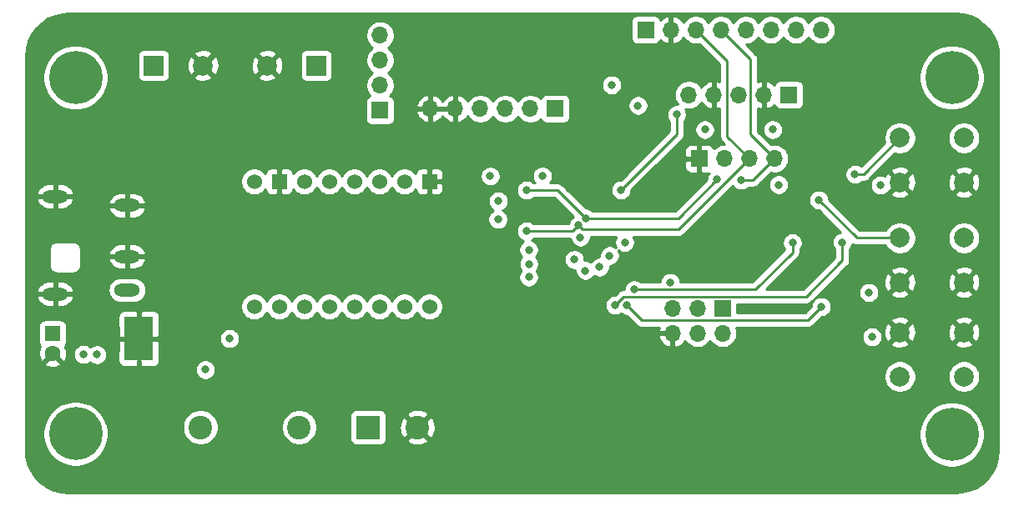
<source format=gbr>
%TF.GenerationSoftware,KiCad,Pcbnew,(5.1.6)-1*%
%TF.CreationDate,2020-11-03T19:25:33-05:00*%
%TF.ProjectId,Kitty Caddy,4b697474-7920-4436-9164-64792e6b6963,rev?*%
%TF.SameCoordinates,Original*%
%TF.FileFunction,Copper,L4,Bot*%
%TF.FilePolarity,Positive*%
%FSLAX46Y46*%
G04 Gerber Fmt 4.6, Leading zero omitted, Abs format (unit mm)*
G04 Created by KiCad (PCBNEW (5.1.6)-1) date 2020-11-03 19:25:33*
%MOMM*%
%LPD*%
G01*
G04 APERTURE LIST*
%TA.AperFunction,ComponentPad*%
%ADD10C,2.000000*%
%TD*%
%TA.AperFunction,ComponentPad*%
%ADD11R,1.524000X1.524000*%
%TD*%
%TA.AperFunction,ComponentPad*%
%ADD12C,1.524000*%
%TD*%
%TA.AperFunction,ComponentPad*%
%ADD13C,5.400000*%
%TD*%
%TA.AperFunction,ComponentPad*%
%ADD14R,1.600000X1.600000*%
%TD*%
%TA.AperFunction,ComponentPad*%
%ADD15C,1.600000*%
%TD*%
%TA.AperFunction,ComponentPad*%
%ADD16R,2.000000X2.000000*%
%TD*%
%TA.AperFunction,ComponentPad*%
%ADD17R,2.400000X2.400000*%
%TD*%
%TA.AperFunction,ComponentPad*%
%ADD18C,2.400000*%
%TD*%
%TA.AperFunction,ComponentPad*%
%ADD19O,2.616000X1.308000*%
%TD*%
%TA.AperFunction,ComponentPad*%
%ADD20R,1.700000X1.700000*%
%TD*%
%TA.AperFunction,ComponentPad*%
%ADD21O,1.700000X1.700000*%
%TD*%
%TA.AperFunction,Conductor*%
%ADD22R,2.950000X4.500000*%
%TD*%
%TA.AperFunction,ViaPad*%
%ADD23C,0.600000*%
%TD*%
%TA.AperFunction,ViaPad*%
%ADD24C,0.800000*%
%TD*%
%TA.AperFunction,Conductor*%
%ADD25C,0.254000*%
%TD*%
G04 APERTURE END LIST*
D10*
%TO.P,SW3,4*%
%TO.N,GND*%
X127891800Y-86334400D03*
%TO.P,SW3,3*%
X121391800Y-86334400D03*
%TO.P,SW3,2*%
%TO.N,Net-(R16-Pad2)*%
X127891800Y-90834400D03*
%TO.P,SW3,1*%
X121391800Y-90834400D03*
%TD*%
%TO.P,SW2,4*%
%TO.N,Net-(R14-Pad1)*%
X127891800Y-76758600D03*
%TO.P,SW2,3*%
X121391800Y-76758600D03*
%TO.P,SW2,2*%
%TO.N,GND*%
X127891800Y-81258600D03*
%TO.P,SW2,1*%
X121391800Y-81258600D03*
%TD*%
%TO.P,SW1,4*%
%TO.N,Net-(R13-Pad1)*%
X127891800Y-66598600D03*
%TO.P,SW1,3*%
X121391800Y-66598600D03*
%TO.P,SW1,2*%
%TO.N,GND*%
X127891800Y-71098600D03*
%TO.P,SW1,1*%
X121391800Y-71098600D03*
%TD*%
D11*
%TO.P,U2,16*%
%TO.N,GND*%
X73673400Y-71018600D03*
D12*
%TO.P,U2,15*%
%TO.N,N/C*%
X71133400Y-71018600D03*
%TO.P,U2,14*%
%TO.N,Net-(J2-Pad2)*%
X68593400Y-71018600D03*
%TO.P,U2,13*%
%TO.N,Net-(J2-Pad1)*%
X66053400Y-71018600D03*
%TO.P,U2,12*%
%TO.N,Net-(J2-Pad3)*%
X63513400Y-71018600D03*
%TO.P,U2,11*%
%TO.N,Net-(J2-Pad4)*%
X60973400Y-71018600D03*
D11*
%TO.P,U2,10*%
%TO.N,GND*%
X58433400Y-71018600D03*
D12*
%TO.P,U2,9*%
%TO.N,+12V*%
X55893400Y-71018600D03*
%TO.P,U2,8*%
%TO.N,DIR*%
X73673400Y-83718600D03*
%TO.P,U2,7*%
%TO.N,STEP*%
X71133400Y-83718600D03*
%TO.P,U2,6*%
%TO.N,+5V*%
X68593400Y-83718600D03*
%TO.P,U2,5*%
X66053400Y-83718600D03*
%TO.P,U2,4*%
%TO.N,M2*%
X63513400Y-83718600D03*
%TO.P,U2,3*%
%TO.N,M1*%
X60973400Y-83718600D03*
%TO.P,U2,2*%
%TO.N,M0*%
X58433400Y-83718600D03*
%TO.P,U2,1*%
%TO.N,N/C*%
X55893400Y-83718600D03*
%TD*%
D13*
%TO.P,REF\u002A\u002A,1*%
%TO.N,N/C*%
X126670200Y-96727200D03*
%TD*%
%TO.P,REF\u002A\u002A,1*%
%TO.N,N/C*%
X37770200Y-96647200D03*
%TD*%
%TO.P,REF\u002A\u002A,1*%
%TO.N,N/C*%
X126670200Y-60452200D03*
%TD*%
%TO.P,REF\u002A\u002A,1*%
%TO.N,N/C*%
X37770200Y-60452200D03*
%TD*%
D14*
%TO.P,C1,1*%
%TO.N,+12V*%
X35443400Y-86488600D03*
D15*
%TO.P,C1,2*%
%TO.N,GND*%
X35443400Y-88488600D03*
%TD*%
D16*
%TO.P,C3,1*%
%TO.N,+12V*%
X45693400Y-59238600D03*
D10*
%TO.P,C3,2*%
%TO.N,GND*%
X50693400Y-59238600D03*
%TD*%
D16*
%TO.P,C4,1*%
%TO.N,+12V*%
X62193400Y-59238600D03*
D10*
%TO.P,C4,2*%
%TO.N,GND*%
X57193400Y-59238600D03*
%TD*%
D17*
%TO.P,C6,1*%
%TO.N,+5V*%
X67443400Y-95988600D03*
D18*
%TO.P,C6,2*%
%TO.N,GND*%
X72443400Y-95988600D03*
%TD*%
D19*
%TO.P,J1,1*%
%TO.N,+12V*%
X42993400Y-82038600D03*
%TO.P,J1,3*%
%TO.N,GND*%
X42993400Y-78638600D03*
%TO.P,J1,2*%
X42993400Y-73438600D03*
%TO.P,J1,5*%
X35693400Y-72538600D03*
%TO.P,J1,6*%
X35693400Y-82438600D03*
%TD*%
D20*
%TO.P,J2,1*%
%TO.N,Net-(J2-Pad1)*%
X68661400Y-63783400D03*
D21*
%TO.P,J2,2*%
%TO.N,Net-(J2-Pad2)*%
X68661400Y-61243400D03*
%TO.P,J2,3*%
%TO.N,Net-(J2-Pad3)*%
X68661400Y-58703400D03*
%TO.P,J2,4*%
%TO.N,Net-(J2-Pad4)*%
X68661400Y-56163400D03*
%TD*%
D20*
%TO.P,J3,1*%
%TO.N,Net-(J3-Pad1)*%
X110139600Y-62208600D03*
D21*
%TO.P,J3,2*%
%TO.N,GND*%
X107599600Y-62208600D03*
%TO.P,J3,3*%
%TO.N,N/C*%
X105059600Y-62208600D03*
%TO.P,J3,4*%
%TO.N,GND*%
X102519600Y-62208600D03*
%TO.P,J3,5*%
%TO.N,SENSE*%
X99979600Y-62208600D03*
%TD*%
D20*
%TO.P,J4,1*%
%TO.N,DTR*%
X86441400Y-63631000D03*
D21*
%TO.P,J4,2*%
%TO.N,RXI*%
X83901400Y-63631000D03*
%TO.P,J4,3*%
%TO.N,TXO*%
X81361400Y-63631000D03*
%TO.P,J4,4*%
%TO.N,+5V*%
X78821400Y-63631000D03*
%TO.P,J4,5*%
%TO.N,GND*%
X76281400Y-63631000D03*
%TO.P,J4,6*%
X73741400Y-63631000D03*
%TD*%
D20*
%TO.P,J5,1*%
%TO.N,MISO*%
X103408600Y-83900200D03*
D21*
%TO.P,J5,2*%
%TO.N,+5V*%
X103408600Y-86440200D03*
%TO.P,J5,3*%
%TO.N,SCK*%
X100868600Y-83900200D03*
%TO.P,J5,4*%
%TO.N,MOSI*%
X100868600Y-86440200D03*
%TO.P,J5,5*%
%TO.N,RESET_PIN*%
X98328600Y-83900200D03*
%TO.P,J5,6*%
%TO.N,GND*%
X98328600Y-86440200D03*
%TD*%
D18*
%TO.P,L1,1*%
%TO.N,Net-(C5-Pad1)*%
X50443400Y-95988600D03*
%TO.P,L1,2*%
%TO.N,+5V*%
X60443400Y-95988600D03*
%TD*%
D20*
%TO.P,U1,1*%
%TO.N,GND*%
X101046400Y-68685600D03*
D21*
%TO.P,U1,2*%
%TO.N,+5V*%
X103586400Y-68685600D03*
%TO.P,U1,3*%
%TO.N,SCL*%
X106126400Y-68685600D03*
%TO.P,U1,4*%
%TO.N,SDA*%
X108666400Y-68685600D03*
%TD*%
D22*
%TO.N,GND*%
%TO.C,U3*%
X44193400Y-86988600D03*
D23*
X44793400Y-88788600D03*
X44793400Y-87588600D03*
X43593400Y-87588600D03*
X43593400Y-88788600D03*
X44793400Y-85188600D03*
X44793400Y-86288600D03*
X43593400Y-86288600D03*
X43593400Y-85188600D03*
%TD*%
D20*
%TO.P,U4,1*%
%TO.N,+5V*%
X95610800Y-55609680D03*
D21*
%TO.P,U4,2*%
%TO.N,GND*%
X98150800Y-55609680D03*
%TO.P,U4,3*%
%TO.N,SCL*%
X100690800Y-55609680D03*
%TO.P,U4,4*%
%TO.N,SDA*%
X103230800Y-55609680D03*
%TO.P,U4,5*%
%TO.N,N/C*%
X105770800Y-55609680D03*
%TO.P,U4,6*%
X108310800Y-55609680D03*
%TO.P,U4,7*%
X110850800Y-55609680D03*
%TO.P,U4,8*%
X113390800Y-55609680D03*
%TD*%
D24*
%TO.N,+12V*%
X38557320Y-88573800D03*
X38557320Y-88573800D03*
X39934000Y-88604280D03*
%TO.N,+5V*%
X80650200Y-73003600D03*
X80624800Y-74857800D03*
X92156400Y-61218000D03*
X94823400Y-63300800D03*
X118572400Y-86795800D03*
X118242200Y-82300000D03*
X108488600Y-65739200D03*
X101605200Y-65739200D03*
X53396000Y-86973600D03*
X50932200Y-90123200D03*
X79827240Y-70473760D03*
X85130760Y-70473760D03*
X93477200Y-77204760D03*
X89489400Y-80069880D03*
X88361640Y-78942120D03*
X119415680Y-71388160D03*
X109093120Y-71352600D03*
%TO.N,RESET_PIN*%
X88986480Y-76676440D03*
%TO.N,SENSE*%
X93101280Y-71875840D03*
X98745160Y-64225360D03*
%TO.N,MISO*%
X98090700Y-81269199D03*
%TO.N,SCL*%
X88803600Y-75457240D03*
X83520400Y-76056680D03*
%TO.N,SDA*%
X89502138Y-74741665D03*
X83515320Y-71901240D03*
X102839640Y-70809040D03*
X105303440Y-70885240D03*
%TO.N,Net-(R13-Pad1)*%
X116835040Y-70285800D03*
%TO.N,Net-(R14-Pad1)*%
X113177440Y-72902000D03*
%TO.N,UP_BTN*%
X92512000Y-83590320D03*
X115544720Y-77199680D03*
%TO.N,M0*%
X83743920Y-77946440D03*
%TO.N,M1*%
X83759160Y-79394240D03*
%TO.N,M2*%
X83738840Y-80735360D03*
%TO.N,STEP*%
X90932120Y-79714280D03*
%TO.N,DIR*%
X91950168Y-78549902D03*
%TO.N,MODE_BTN*%
X113431440Y-83737640D03*
X93726120Y-83605560D03*
%TO.N,DOWN_BTN*%
X94441074Y-81996199D03*
X110500280Y-77245400D03*
%TD*%
D25*
%TO.N,SENSE*%
X93101280Y-71875840D02*
X98745160Y-66231960D01*
X98745160Y-66231960D02*
X98745160Y-64225360D01*
%TO.N,SCL*%
X103882599Y-66441799D02*
X106126400Y-68685600D01*
X103882599Y-58801479D02*
X103882599Y-66441799D01*
X100690800Y-55609680D02*
X103882599Y-58801479D01*
X88803600Y-75457240D02*
X88204160Y-76056680D01*
X88204160Y-76056680D02*
X83520400Y-76056680D01*
X98954761Y-75857239D02*
X106126400Y-68685600D01*
X89203599Y-75857239D02*
X98954761Y-75857239D01*
X88803600Y-75457240D02*
X89203599Y-75857239D01*
%TO.N,SDA*%
X106236601Y-66255801D02*
X108666400Y-68685600D01*
X106236601Y-58615481D02*
X106236601Y-66255801D01*
X103230800Y-55609680D02*
X106236601Y-58615481D01*
X89502138Y-74741665D02*
X86661713Y-71901240D01*
X86661713Y-71901240D02*
X83515320Y-71901240D01*
X89502138Y-74741665D02*
X98907015Y-74741665D01*
X98907015Y-74741665D02*
X102839640Y-70809040D01*
X106466760Y-70885240D02*
X108666400Y-68685600D01*
X105303440Y-70885240D02*
X106466760Y-70885240D01*
%TO.N,Net-(R13-Pad1)*%
X121391800Y-66598600D02*
X117704600Y-70285800D01*
X117704600Y-70285800D02*
X116835040Y-70285800D01*
%TO.N,Net-(R14-Pad1)*%
X121391800Y-76758600D02*
X117034040Y-76758600D01*
X117034040Y-76758600D02*
X113177440Y-72902000D01*
%TO.N,UP_BTN*%
X93379121Y-82723199D02*
X111860161Y-82723199D01*
X92512000Y-83590320D02*
X93379121Y-82723199D01*
X111860161Y-82723199D02*
X115544720Y-79038640D01*
X115544720Y-79038640D02*
X115544720Y-77199680D01*
%TO.N,MODE_BTN*%
X95197761Y-85077201D02*
X93726120Y-83605560D01*
X113431440Y-83737640D02*
X112091879Y-85077201D01*
X112091879Y-85077201D02*
X95197761Y-85077201D01*
%TO.N,DOWN_BTN*%
X94441074Y-81996199D02*
X106719761Y-81996199D01*
X106719761Y-81996199D02*
X110500280Y-78215680D01*
X110500280Y-78215680D02*
X110500280Y-77245400D01*
%TD*%
%TO.N,GND*%
G36*
X127811483Y-54019773D02*
G01*
X128555291Y-54223256D01*
X129251305Y-54555238D01*
X129877530Y-55005226D01*
X130414177Y-55559003D01*
X130844271Y-56199051D01*
X131154229Y-56905153D01*
X131335465Y-57660057D01*
X131383400Y-58312807D01*
X131383401Y-98259197D01*
X131312227Y-99056683D01*
X131108744Y-99800490D01*
X130776763Y-100496504D01*
X130326774Y-101122730D01*
X129772997Y-101659377D01*
X129132949Y-102089471D01*
X128426847Y-102399429D01*
X127671943Y-102580665D01*
X127019193Y-102628600D01*
X37072792Y-102628600D01*
X36275317Y-102557427D01*
X35531510Y-102353944D01*
X34835496Y-102021963D01*
X34209270Y-101571974D01*
X33672623Y-101018197D01*
X33242529Y-100378149D01*
X32932571Y-99672047D01*
X32751335Y-98917143D01*
X32703400Y-98264393D01*
X32703400Y-96318731D01*
X34435200Y-96318731D01*
X34435200Y-96975669D01*
X34563362Y-97619984D01*
X34814761Y-98226915D01*
X35179736Y-98773139D01*
X35644261Y-99237664D01*
X36190485Y-99602639D01*
X36797416Y-99854038D01*
X37441731Y-99982200D01*
X38098669Y-99982200D01*
X38742984Y-99854038D01*
X39349915Y-99602639D01*
X39896139Y-99237664D01*
X40360664Y-98773139D01*
X40725639Y-98226915D01*
X40977038Y-97619984D01*
X41105200Y-96975669D01*
X41105200Y-96318731D01*
X41003584Y-95807868D01*
X48608400Y-95807868D01*
X48608400Y-96169332D01*
X48678918Y-96523850D01*
X48817244Y-96857799D01*
X49018062Y-97158344D01*
X49273656Y-97413938D01*
X49574201Y-97614756D01*
X49908150Y-97753082D01*
X50262668Y-97823600D01*
X50624132Y-97823600D01*
X50978650Y-97753082D01*
X51312599Y-97614756D01*
X51613144Y-97413938D01*
X51868738Y-97158344D01*
X52069556Y-96857799D01*
X52207882Y-96523850D01*
X52278400Y-96169332D01*
X52278400Y-95807868D01*
X58608400Y-95807868D01*
X58608400Y-96169332D01*
X58678918Y-96523850D01*
X58817244Y-96857799D01*
X59018062Y-97158344D01*
X59273656Y-97413938D01*
X59574201Y-97614756D01*
X59908150Y-97753082D01*
X60262668Y-97823600D01*
X60624132Y-97823600D01*
X60978650Y-97753082D01*
X61312599Y-97614756D01*
X61613144Y-97413938D01*
X61868738Y-97158344D01*
X62069556Y-96857799D01*
X62207882Y-96523850D01*
X62278400Y-96169332D01*
X62278400Y-95807868D01*
X62207882Y-95453350D01*
X62069556Y-95119401D01*
X61868738Y-94818856D01*
X61838482Y-94788600D01*
X65605328Y-94788600D01*
X65605328Y-97188600D01*
X65617588Y-97313082D01*
X65653898Y-97432780D01*
X65712863Y-97543094D01*
X65792215Y-97639785D01*
X65888906Y-97719137D01*
X65999220Y-97778102D01*
X66118918Y-97814412D01*
X66243400Y-97826672D01*
X68643400Y-97826672D01*
X68767882Y-97814412D01*
X68887580Y-97778102D01*
X68997894Y-97719137D01*
X69094585Y-97639785D01*
X69173937Y-97543094D01*
X69232902Y-97432780D01*
X69269212Y-97313082D01*
X69273791Y-97266580D01*
X71345026Y-97266580D01*
X71464914Y-97551436D01*
X71788610Y-97712299D01*
X72137469Y-97806922D01*
X72498084Y-97831667D01*
X72856598Y-97785585D01*
X73199233Y-97670446D01*
X73421886Y-97551436D01*
X73541774Y-97266580D01*
X72443400Y-96168205D01*
X71345026Y-97266580D01*
X69273791Y-97266580D01*
X69281472Y-97188600D01*
X69281472Y-96043284D01*
X70600333Y-96043284D01*
X70646415Y-96401798D01*
X70761554Y-96744433D01*
X70880564Y-96967086D01*
X71165420Y-97086974D01*
X72263795Y-95988600D01*
X72623005Y-95988600D01*
X73721380Y-97086974D01*
X74006236Y-96967086D01*
X74167099Y-96643390D01*
X74233459Y-96398731D01*
X123335200Y-96398731D01*
X123335200Y-97055669D01*
X123463362Y-97699984D01*
X123714761Y-98306915D01*
X124079736Y-98853139D01*
X124544261Y-99317664D01*
X125090485Y-99682639D01*
X125697416Y-99934038D01*
X126341731Y-100062200D01*
X126998669Y-100062200D01*
X127642984Y-99934038D01*
X128249915Y-99682639D01*
X128796139Y-99317664D01*
X129260664Y-98853139D01*
X129625639Y-98306915D01*
X129877038Y-97699984D01*
X130005200Y-97055669D01*
X130005200Y-96398731D01*
X129877038Y-95754416D01*
X129625639Y-95147485D01*
X129260664Y-94601261D01*
X128796139Y-94136736D01*
X128249915Y-93771761D01*
X127642984Y-93520362D01*
X126998669Y-93392200D01*
X126341731Y-93392200D01*
X125697416Y-93520362D01*
X125090485Y-93771761D01*
X124544261Y-94136736D01*
X124079736Y-94601261D01*
X123714761Y-95147485D01*
X123463362Y-95754416D01*
X123335200Y-96398731D01*
X74233459Y-96398731D01*
X74261722Y-96294531D01*
X74286467Y-95933916D01*
X74240385Y-95575402D01*
X74125246Y-95232767D01*
X74006236Y-95010114D01*
X73721380Y-94890226D01*
X72623005Y-95988600D01*
X72263795Y-95988600D01*
X71165420Y-94890226D01*
X70880564Y-95010114D01*
X70719701Y-95333810D01*
X70625078Y-95682669D01*
X70600333Y-96043284D01*
X69281472Y-96043284D01*
X69281472Y-94788600D01*
X69273792Y-94710620D01*
X71345026Y-94710620D01*
X72443400Y-95808995D01*
X73541774Y-94710620D01*
X73421886Y-94425764D01*
X73098190Y-94264901D01*
X72749331Y-94170278D01*
X72388716Y-94145533D01*
X72030202Y-94191615D01*
X71687567Y-94306754D01*
X71464914Y-94425764D01*
X71345026Y-94710620D01*
X69273792Y-94710620D01*
X69269212Y-94664118D01*
X69232902Y-94544420D01*
X69173937Y-94434106D01*
X69094585Y-94337415D01*
X68997894Y-94258063D01*
X68887580Y-94199098D01*
X68767882Y-94162788D01*
X68643400Y-94150528D01*
X66243400Y-94150528D01*
X66118918Y-94162788D01*
X65999220Y-94199098D01*
X65888906Y-94258063D01*
X65792215Y-94337415D01*
X65712863Y-94434106D01*
X65653898Y-94544420D01*
X65617588Y-94664118D01*
X65605328Y-94788600D01*
X61838482Y-94788600D01*
X61613144Y-94563262D01*
X61312599Y-94362444D01*
X60978650Y-94224118D01*
X60624132Y-94153600D01*
X60262668Y-94153600D01*
X59908150Y-94224118D01*
X59574201Y-94362444D01*
X59273656Y-94563262D01*
X59018062Y-94818856D01*
X58817244Y-95119401D01*
X58678918Y-95453350D01*
X58608400Y-95807868D01*
X52278400Y-95807868D01*
X52207882Y-95453350D01*
X52069556Y-95119401D01*
X51868738Y-94818856D01*
X51613144Y-94563262D01*
X51312599Y-94362444D01*
X50978650Y-94224118D01*
X50624132Y-94153600D01*
X50262668Y-94153600D01*
X49908150Y-94224118D01*
X49574201Y-94362444D01*
X49273656Y-94563262D01*
X49018062Y-94818856D01*
X48817244Y-95119401D01*
X48678918Y-95453350D01*
X48608400Y-95807868D01*
X41003584Y-95807868D01*
X40977038Y-95674416D01*
X40725639Y-95067485D01*
X40360664Y-94521261D01*
X39896139Y-94056736D01*
X39349915Y-93691761D01*
X38742984Y-93440362D01*
X38098669Y-93312200D01*
X37441731Y-93312200D01*
X36797416Y-93440362D01*
X36190485Y-93691761D01*
X35644261Y-94056736D01*
X35179736Y-94521261D01*
X34814761Y-95067485D01*
X34563362Y-95674416D01*
X34435200Y-96318731D01*
X32703400Y-96318731D01*
X32703400Y-90021261D01*
X49897200Y-90021261D01*
X49897200Y-90225139D01*
X49936974Y-90425098D01*
X50014995Y-90613456D01*
X50128263Y-90782974D01*
X50272426Y-90927137D01*
X50441944Y-91040405D01*
X50630302Y-91118426D01*
X50830261Y-91158200D01*
X51034139Y-91158200D01*
X51234098Y-91118426D01*
X51422456Y-91040405D01*
X51591974Y-90927137D01*
X51736137Y-90782974D01*
X51809373Y-90673367D01*
X119756800Y-90673367D01*
X119756800Y-90995433D01*
X119819632Y-91311312D01*
X119942882Y-91608863D01*
X120121813Y-91876652D01*
X120349548Y-92104387D01*
X120617337Y-92283318D01*
X120914888Y-92406568D01*
X121230767Y-92469400D01*
X121552833Y-92469400D01*
X121868712Y-92406568D01*
X122166263Y-92283318D01*
X122434052Y-92104387D01*
X122661787Y-91876652D01*
X122840718Y-91608863D01*
X122963968Y-91311312D01*
X123026800Y-90995433D01*
X123026800Y-90673367D01*
X126256800Y-90673367D01*
X126256800Y-90995433D01*
X126319632Y-91311312D01*
X126442882Y-91608863D01*
X126621813Y-91876652D01*
X126849548Y-92104387D01*
X127117337Y-92283318D01*
X127414888Y-92406568D01*
X127730767Y-92469400D01*
X128052833Y-92469400D01*
X128368712Y-92406568D01*
X128666263Y-92283318D01*
X128934052Y-92104387D01*
X129161787Y-91876652D01*
X129340718Y-91608863D01*
X129463968Y-91311312D01*
X129526800Y-90995433D01*
X129526800Y-90673367D01*
X129463968Y-90357488D01*
X129340718Y-90059937D01*
X129161787Y-89792148D01*
X128934052Y-89564413D01*
X128666263Y-89385482D01*
X128368712Y-89262232D01*
X128052833Y-89199400D01*
X127730767Y-89199400D01*
X127414888Y-89262232D01*
X127117337Y-89385482D01*
X126849548Y-89564413D01*
X126621813Y-89792148D01*
X126442882Y-90059937D01*
X126319632Y-90357488D01*
X126256800Y-90673367D01*
X123026800Y-90673367D01*
X122963968Y-90357488D01*
X122840718Y-90059937D01*
X122661787Y-89792148D01*
X122434052Y-89564413D01*
X122166263Y-89385482D01*
X121868712Y-89262232D01*
X121552833Y-89199400D01*
X121230767Y-89199400D01*
X120914888Y-89262232D01*
X120617337Y-89385482D01*
X120349548Y-89564413D01*
X120121813Y-89792148D01*
X119942882Y-90059937D01*
X119819632Y-90357488D01*
X119756800Y-90673367D01*
X51809373Y-90673367D01*
X51849405Y-90613456D01*
X51927426Y-90425098D01*
X51967200Y-90225139D01*
X51967200Y-90021261D01*
X51927426Y-89821302D01*
X51849405Y-89632944D01*
X51736137Y-89463426D01*
X51591974Y-89319263D01*
X51422456Y-89205995D01*
X51234098Y-89127974D01*
X51034139Y-89088200D01*
X50830261Y-89088200D01*
X50630302Y-89127974D01*
X50441944Y-89205995D01*
X50272426Y-89319263D01*
X50128263Y-89463426D01*
X50014995Y-89632944D01*
X49936974Y-89821302D01*
X49897200Y-90021261D01*
X32703400Y-90021261D01*
X32703400Y-89481302D01*
X34630303Y-89481302D01*
X34701886Y-89725271D01*
X34957396Y-89846171D01*
X35231584Y-89914900D01*
X35513912Y-89928817D01*
X35793530Y-89887387D01*
X36059692Y-89792203D01*
X36184914Y-89725271D01*
X36256497Y-89481302D01*
X35443400Y-88668205D01*
X34630303Y-89481302D01*
X32703400Y-89481302D01*
X32703400Y-88559112D01*
X34003183Y-88559112D01*
X34044613Y-88838730D01*
X34139797Y-89104892D01*
X34206729Y-89230114D01*
X34450698Y-89301697D01*
X35263795Y-88488600D01*
X35249653Y-88474458D01*
X35429258Y-88294853D01*
X35443400Y-88308995D01*
X35457543Y-88294853D01*
X35637148Y-88474458D01*
X35623005Y-88488600D01*
X36436102Y-89301697D01*
X36680071Y-89230114D01*
X36800971Y-88974604D01*
X36869700Y-88700416D01*
X36880966Y-88471861D01*
X37522320Y-88471861D01*
X37522320Y-88675739D01*
X37562094Y-88875698D01*
X37640115Y-89064056D01*
X37753383Y-89233574D01*
X37897546Y-89377737D01*
X38067064Y-89491005D01*
X38255422Y-89569026D01*
X38455381Y-89608800D01*
X38659259Y-89608800D01*
X38859218Y-89569026D01*
X39047576Y-89491005D01*
X39217094Y-89377737D01*
X39230420Y-89364411D01*
X39274226Y-89408217D01*
X39443744Y-89521485D01*
X39632102Y-89599506D01*
X39832061Y-89639280D01*
X40035939Y-89639280D01*
X40235898Y-89599506D01*
X40424256Y-89521485D01*
X40593774Y-89408217D01*
X40737937Y-89264054D01*
X40851205Y-89094536D01*
X40929226Y-88906178D01*
X40969000Y-88706219D01*
X40969000Y-88502341D01*
X40929226Y-88302382D01*
X40851205Y-88114024D01*
X40737937Y-87944506D01*
X40593774Y-87800343D01*
X40424256Y-87687075D01*
X40235898Y-87609054D01*
X40035939Y-87569280D01*
X39832061Y-87569280D01*
X39632102Y-87609054D01*
X39443744Y-87687075D01*
X39274226Y-87800343D01*
X39260900Y-87813669D01*
X39217094Y-87769863D01*
X39047576Y-87656595D01*
X38859218Y-87578574D01*
X38659259Y-87538800D01*
X38455381Y-87538800D01*
X38255422Y-87578574D01*
X38067064Y-87656595D01*
X37897546Y-87769863D01*
X37753383Y-87914026D01*
X37640115Y-88083544D01*
X37562094Y-88271902D01*
X37522320Y-88471861D01*
X36880966Y-88471861D01*
X36883617Y-88418088D01*
X36842187Y-88138470D01*
X36747003Y-87872308D01*
X36681784Y-87750291D01*
X36694585Y-87739785D01*
X36773937Y-87643094D01*
X36832902Y-87532780D01*
X36869212Y-87413082D01*
X36881472Y-87288600D01*
X36881472Y-85688600D01*
X36869212Y-85564118D01*
X36832902Y-85444420D01*
X36773937Y-85334106D01*
X36694585Y-85237415D01*
X36597894Y-85158063D01*
X36487580Y-85099098D01*
X36367882Y-85062788D01*
X36243400Y-85050528D01*
X34643400Y-85050528D01*
X34518918Y-85062788D01*
X34399220Y-85099098D01*
X34288906Y-85158063D01*
X34192215Y-85237415D01*
X34112863Y-85334106D01*
X34053898Y-85444420D01*
X34017588Y-85564118D01*
X34005328Y-85688600D01*
X34005328Y-87288600D01*
X34017588Y-87413082D01*
X34053898Y-87532780D01*
X34112863Y-87643094D01*
X34192215Y-87739785D01*
X34205158Y-87750407D01*
X34085829Y-88002596D01*
X34017100Y-88276784D01*
X34003183Y-88559112D01*
X32703400Y-88559112D01*
X32703400Y-84738600D01*
X42080328Y-84738600D01*
X42083400Y-86702850D01*
X42242150Y-86861600D01*
X43143494Y-86861600D01*
X43140243Y-86921362D01*
X43138464Y-86923141D01*
X43139305Y-86938600D01*
X43138464Y-86954059D01*
X43140243Y-86955838D01*
X43148933Y-87115600D01*
X42242150Y-87115600D01*
X42083400Y-87274350D01*
X42080328Y-89238600D01*
X42092588Y-89363082D01*
X42128898Y-89482780D01*
X42187863Y-89593094D01*
X42267215Y-89689785D01*
X42363906Y-89769137D01*
X42474220Y-89828102D01*
X42593918Y-89864412D01*
X42718400Y-89876672D01*
X43907650Y-89873600D01*
X44066400Y-89714850D01*
X44066400Y-89238506D01*
X44158859Y-89243536D01*
X44193400Y-89208995D01*
X44227941Y-89243536D01*
X44320400Y-89238506D01*
X44320400Y-89714850D01*
X44479150Y-89873600D01*
X45668400Y-89876672D01*
X45792882Y-89864412D01*
X45912580Y-89828102D01*
X46022894Y-89769137D01*
X46119585Y-89689785D01*
X46198937Y-89593094D01*
X46257902Y-89482780D01*
X46294212Y-89363082D01*
X46306472Y-89238600D01*
X46303400Y-87274350D01*
X46144650Y-87115600D01*
X45237867Y-87115600D01*
X45246557Y-86955838D01*
X45248336Y-86954059D01*
X45247495Y-86938600D01*
X45248336Y-86923141D01*
X45246557Y-86921362D01*
X45243854Y-86871661D01*
X52361000Y-86871661D01*
X52361000Y-87075539D01*
X52400774Y-87275498D01*
X52478795Y-87463856D01*
X52592063Y-87633374D01*
X52736226Y-87777537D01*
X52905744Y-87890805D01*
X53094102Y-87968826D01*
X53294061Y-88008600D01*
X53497939Y-88008600D01*
X53697898Y-87968826D01*
X53886256Y-87890805D01*
X54055774Y-87777537D01*
X54199937Y-87633374D01*
X54313205Y-87463856D01*
X54391226Y-87275498D01*
X54431000Y-87075539D01*
X54431000Y-86871661D01*
X54416168Y-86797091D01*
X96887119Y-86797091D01*
X96984443Y-87071452D01*
X97133422Y-87321555D01*
X97328331Y-87537788D01*
X97561680Y-87711841D01*
X97824501Y-87837025D01*
X97971710Y-87881676D01*
X98201600Y-87760355D01*
X98201600Y-86567200D01*
X97007786Y-86567200D01*
X96887119Y-86797091D01*
X54416168Y-86797091D01*
X54391226Y-86671702D01*
X54313205Y-86483344D01*
X54199937Y-86313826D01*
X54055774Y-86169663D01*
X53886256Y-86056395D01*
X53697898Y-85978374D01*
X53497939Y-85938600D01*
X53294061Y-85938600D01*
X53094102Y-85978374D01*
X52905744Y-86056395D01*
X52736226Y-86169663D01*
X52592063Y-86313826D01*
X52478795Y-86483344D01*
X52400774Y-86671702D01*
X52361000Y-86871661D01*
X45243854Y-86871661D01*
X45243306Y-86861600D01*
X46144650Y-86861600D01*
X46303400Y-86702850D01*
X46306472Y-84738600D01*
X46294212Y-84614118D01*
X46257902Y-84494420D01*
X46198937Y-84384106D01*
X46119585Y-84287415D01*
X46022894Y-84208063D01*
X45912580Y-84149098D01*
X45792882Y-84112788D01*
X45668400Y-84100528D01*
X44479150Y-84103600D01*
X44320400Y-84262350D01*
X44320400Y-84738694D01*
X44227941Y-84733664D01*
X44193400Y-84768205D01*
X44158859Y-84733664D01*
X44066400Y-84738694D01*
X44066400Y-84262350D01*
X43907650Y-84103600D01*
X42718400Y-84100528D01*
X42593918Y-84112788D01*
X42474220Y-84149098D01*
X42363906Y-84208063D01*
X42267215Y-84287415D01*
X42187863Y-84384106D01*
X42128898Y-84494420D01*
X42092588Y-84614118D01*
X42080328Y-84738600D01*
X32703400Y-84738600D01*
X32703400Y-82764699D01*
X33792332Y-82764699D01*
X33799917Y-82814546D01*
X33897077Y-83049133D01*
X34038136Y-83260258D01*
X34217673Y-83439807D01*
X34428788Y-83580880D01*
X34663369Y-83678056D01*
X34912400Y-83727600D01*
X35566400Y-83727600D01*
X35566400Y-82565600D01*
X35820400Y-82565600D01*
X35820400Y-83727600D01*
X36474400Y-83727600D01*
X36723431Y-83678056D01*
X36957703Y-83581008D01*
X54496400Y-83581008D01*
X54496400Y-83856192D01*
X54550086Y-84126090D01*
X54655395Y-84380327D01*
X54808280Y-84609135D01*
X55002865Y-84803720D01*
X55231673Y-84956605D01*
X55485910Y-85061914D01*
X55755808Y-85115600D01*
X56030992Y-85115600D01*
X56300890Y-85061914D01*
X56555127Y-84956605D01*
X56783935Y-84803720D01*
X56978520Y-84609135D01*
X57131405Y-84380327D01*
X57163400Y-84303085D01*
X57195395Y-84380327D01*
X57348280Y-84609135D01*
X57542865Y-84803720D01*
X57771673Y-84956605D01*
X58025910Y-85061914D01*
X58295808Y-85115600D01*
X58570992Y-85115600D01*
X58840890Y-85061914D01*
X59095127Y-84956605D01*
X59323935Y-84803720D01*
X59518520Y-84609135D01*
X59671405Y-84380327D01*
X59703400Y-84303085D01*
X59735395Y-84380327D01*
X59888280Y-84609135D01*
X60082865Y-84803720D01*
X60311673Y-84956605D01*
X60565910Y-85061914D01*
X60835808Y-85115600D01*
X61110992Y-85115600D01*
X61380890Y-85061914D01*
X61635127Y-84956605D01*
X61863935Y-84803720D01*
X62058520Y-84609135D01*
X62211405Y-84380327D01*
X62243400Y-84303085D01*
X62275395Y-84380327D01*
X62428280Y-84609135D01*
X62622865Y-84803720D01*
X62851673Y-84956605D01*
X63105910Y-85061914D01*
X63375808Y-85115600D01*
X63650992Y-85115600D01*
X63920890Y-85061914D01*
X64175127Y-84956605D01*
X64403935Y-84803720D01*
X64598520Y-84609135D01*
X64751405Y-84380327D01*
X64783400Y-84303085D01*
X64815395Y-84380327D01*
X64968280Y-84609135D01*
X65162865Y-84803720D01*
X65391673Y-84956605D01*
X65645910Y-85061914D01*
X65915808Y-85115600D01*
X66190992Y-85115600D01*
X66460890Y-85061914D01*
X66715127Y-84956605D01*
X66943935Y-84803720D01*
X67138520Y-84609135D01*
X67291405Y-84380327D01*
X67323400Y-84303085D01*
X67355395Y-84380327D01*
X67508280Y-84609135D01*
X67702865Y-84803720D01*
X67931673Y-84956605D01*
X68185910Y-85061914D01*
X68455808Y-85115600D01*
X68730992Y-85115600D01*
X69000890Y-85061914D01*
X69255127Y-84956605D01*
X69483935Y-84803720D01*
X69678520Y-84609135D01*
X69831405Y-84380327D01*
X69863400Y-84303085D01*
X69895395Y-84380327D01*
X70048280Y-84609135D01*
X70242865Y-84803720D01*
X70471673Y-84956605D01*
X70725910Y-85061914D01*
X70995808Y-85115600D01*
X71270992Y-85115600D01*
X71540890Y-85061914D01*
X71795127Y-84956605D01*
X72023935Y-84803720D01*
X72218520Y-84609135D01*
X72371405Y-84380327D01*
X72403400Y-84303085D01*
X72435395Y-84380327D01*
X72588280Y-84609135D01*
X72782865Y-84803720D01*
X73011673Y-84956605D01*
X73265910Y-85061914D01*
X73535808Y-85115600D01*
X73810992Y-85115600D01*
X74080890Y-85061914D01*
X74335127Y-84956605D01*
X74563935Y-84803720D01*
X74758520Y-84609135D01*
X74911405Y-84380327D01*
X75016714Y-84126090D01*
X75070400Y-83856192D01*
X75070400Y-83581008D01*
X75051976Y-83488381D01*
X91477000Y-83488381D01*
X91477000Y-83692259D01*
X91516774Y-83892218D01*
X91594795Y-84080576D01*
X91708063Y-84250094D01*
X91852226Y-84394257D01*
X92021744Y-84507525D01*
X92210102Y-84585546D01*
X92410061Y-84625320D01*
X92613939Y-84625320D01*
X92813898Y-84585546D01*
X93002256Y-84507525D01*
X93107656Y-84437099D01*
X93235864Y-84522765D01*
X93424222Y-84600786D01*
X93624181Y-84640560D01*
X93683490Y-84640560D01*
X94632477Y-85589547D01*
X94656339Y-85618623D01*
X94729980Y-85679058D01*
X94772368Y-85713846D01*
X94815292Y-85736789D01*
X94904746Y-85784603D01*
X95048383Y-85828175D01*
X95160335Y-85839201D01*
X95160338Y-85839201D01*
X95197761Y-85842887D01*
X95235184Y-85839201D01*
X96973711Y-85839201D01*
X96887119Y-86083309D01*
X97007786Y-86313200D01*
X98201600Y-86313200D01*
X98201600Y-86293200D01*
X98455600Y-86293200D01*
X98455600Y-86313200D01*
X98475600Y-86313200D01*
X98475600Y-86567200D01*
X98455600Y-86567200D01*
X98455600Y-87760355D01*
X98685490Y-87881676D01*
X98832699Y-87837025D01*
X99095520Y-87711841D01*
X99328869Y-87537788D01*
X99523778Y-87321555D01*
X99593405Y-87204666D01*
X99715125Y-87386832D01*
X99921968Y-87593675D01*
X100165189Y-87756190D01*
X100435442Y-87868132D01*
X100722340Y-87925200D01*
X101014860Y-87925200D01*
X101301758Y-87868132D01*
X101572011Y-87756190D01*
X101815232Y-87593675D01*
X102022075Y-87386832D01*
X102138600Y-87212440D01*
X102255125Y-87386832D01*
X102461968Y-87593675D01*
X102705189Y-87756190D01*
X102975442Y-87868132D01*
X103262340Y-87925200D01*
X103554860Y-87925200D01*
X103841758Y-87868132D01*
X104112011Y-87756190D01*
X104355232Y-87593675D01*
X104562075Y-87386832D01*
X104724590Y-87143611D01*
X104836532Y-86873358D01*
X104872236Y-86693861D01*
X117537400Y-86693861D01*
X117537400Y-86897739D01*
X117577174Y-87097698D01*
X117655195Y-87286056D01*
X117768463Y-87455574D01*
X117912626Y-87599737D01*
X118082144Y-87713005D01*
X118270502Y-87791026D01*
X118470461Y-87830800D01*
X118674339Y-87830800D01*
X118874298Y-87791026D01*
X119062656Y-87713005D01*
X119232174Y-87599737D01*
X119362098Y-87469813D01*
X120435992Y-87469813D01*
X120531756Y-87734214D01*
X120821371Y-87875104D01*
X121132908Y-87956784D01*
X121454395Y-87976118D01*
X121773475Y-87932361D01*
X122077888Y-87827195D01*
X122251844Y-87734214D01*
X122347608Y-87469813D01*
X126935992Y-87469813D01*
X127031756Y-87734214D01*
X127321371Y-87875104D01*
X127632908Y-87956784D01*
X127954395Y-87976118D01*
X128273475Y-87932361D01*
X128577888Y-87827195D01*
X128751844Y-87734214D01*
X128847608Y-87469813D01*
X127891800Y-86514005D01*
X126935992Y-87469813D01*
X122347608Y-87469813D01*
X121391800Y-86514005D01*
X120435992Y-87469813D01*
X119362098Y-87469813D01*
X119376337Y-87455574D01*
X119489605Y-87286056D01*
X119567626Y-87097698D01*
X119607400Y-86897739D01*
X119607400Y-86693861D01*
X119567626Y-86493902D01*
X119527486Y-86396995D01*
X119750082Y-86396995D01*
X119793839Y-86716075D01*
X119899005Y-87020488D01*
X119991986Y-87194444D01*
X120256387Y-87290208D01*
X121212195Y-86334400D01*
X121571405Y-86334400D01*
X122527213Y-87290208D01*
X122791614Y-87194444D01*
X122932504Y-86904829D01*
X123014184Y-86593292D01*
X123025989Y-86396995D01*
X126250082Y-86396995D01*
X126293839Y-86716075D01*
X126399005Y-87020488D01*
X126491986Y-87194444D01*
X126756387Y-87290208D01*
X127712195Y-86334400D01*
X128071405Y-86334400D01*
X129027213Y-87290208D01*
X129291614Y-87194444D01*
X129432504Y-86904829D01*
X129514184Y-86593292D01*
X129533518Y-86271805D01*
X129489761Y-85952725D01*
X129384595Y-85648312D01*
X129291614Y-85474356D01*
X129027213Y-85378592D01*
X128071405Y-86334400D01*
X127712195Y-86334400D01*
X126756387Y-85378592D01*
X126491986Y-85474356D01*
X126351096Y-85763971D01*
X126269416Y-86075508D01*
X126250082Y-86396995D01*
X123025989Y-86396995D01*
X123033518Y-86271805D01*
X122989761Y-85952725D01*
X122884595Y-85648312D01*
X122791614Y-85474356D01*
X122527213Y-85378592D01*
X121571405Y-86334400D01*
X121212195Y-86334400D01*
X120256387Y-85378592D01*
X119991986Y-85474356D01*
X119851096Y-85763971D01*
X119769416Y-86075508D01*
X119750082Y-86396995D01*
X119527486Y-86396995D01*
X119489605Y-86305544D01*
X119376337Y-86136026D01*
X119232174Y-85991863D01*
X119062656Y-85878595D01*
X118874298Y-85800574D01*
X118674339Y-85760800D01*
X118470461Y-85760800D01*
X118270502Y-85800574D01*
X118082144Y-85878595D01*
X117912626Y-85991863D01*
X117768463Y-86136026D01*
X117655195Y-86305544D01*
X117577174Y-86493902D01*
X117537400Y-86693861D01*
X104872236Y-86693861D01*
X104893600Y-86586460D01*
X104893600Y-86293940D01*
X104836532Y-86007042D01*
X104767010Y-85839201D01*
X112054456Y-85839201D01*
X112091879Y-85842887D01*
X112129302Y-85839201D01*
X112129305Y-85839201D01*
X112241257Y-85828175D01*
X112384894Y-85784603D01*
X112517271Y-85713846D01*
X112633301Y-85618623D01*
X112657163Y-85589547D01*
X113047723Y-85198987D01*
X120435992Y-85198987D01*
X121391800Y-86154795D01*
X122347608Y-85198987D01*
X126935992Y-85198987D01*
X127891800Y-86154795D01*
X128847608Y-85198987D01*
X128751844Y-84934586D01*
X128462229Y-84793696D01*
X128150692Y-84712016D01*
X127829205Y-84692682D01*
X127510125Y-84736439D01*
X127205712Y-84841605D01*
X127031756Y-84934586D01*
X126935992Y-85198987D01*
X122347608Y-85198987D01*
X122251844Y-84934586D01*
X121962229Y-84793696D01*
X121650692Y-84712016D01*
X121329205Y-84692682D01*
X121010125Y-84736439D01*
X120705712Y-84841605D01*
X120531756Y-84934586D01*
X120435992Y-85198987D01*
X113047723Y-85198987D01*
X113474071Y-84772640D01*
X113533379Y-84772640D01*
X113733338Y-84732866D01*
X113921696Y-84654845D01*
X114091214Y-84541577D01*
X114235377Y-84397414D01*
X114348645Y-84227896D01*
X114426666Y-84039538D01*
X114466440Y-83839579D01*
X114466440Y-83635701D01*
X114426666Y-83435742D01*
X114348645Y-83247384D01*
X114235377Y-83077866D01*
X114091214Y-82933703D01*
X113921696Y-82820435D01*
X113733338Y-82742414D01*
X113533379Y-82702640D01*
X113329501Y-82702640D01*
X113129542Y-82742414D01*
X112941184Y-82820435D01*
X112771666Y-82933703D01*
X112627503Y-83077866D01*
X112514235Y-83247384D01*
X112436214Y-83435742D01*
X112396440Y-83635701D01*
X112396440Y-83695009D01*
X111776249Y-84315201D01*
X104896672Y-84315201D01*
X104896672Y-83485199D01*
X111822738Y-83485199D01*
X111860161Y-83488885D01*
X111897584Y-83485199D01*
X111897587Y-83485199D01*
X112009539Y-83474173D01*
X112153176Y-83430601D01*
X112285553Y-83359844D01*
X112401583Y-83264621D01*
X112425445Y-83235545D01*
X113462929Y-82198061D01*
X117207200Y-82198061D01*
X117207200Y-82401939D01*
X117246974Y-82601898D01*
X117324995Y-82790256D01*
X117438263Y-82959774D01*
X117582426Y-83103937D01*
X117751944Y-83217205D01*
X117940302Y-83295226D01*
X118140261Y-83335000D01*
X118344139Y-83335000D01*
X118544098Y-83295226D01*
X118732456Y-83217205D01*
X118901974Y-83103937D01*
X119046137Y-82959774D01*
X119159405Y-82790256D01*
X119237426Y-82601898D01*
X119277200Y-82401939D01*
X119277200Y-82394013D01*
X120435992Y-82394013D01*
X120531756Y-82658414D01*
X120821371Y-82799304D01*
X121132908Y-82880984D01*
X121454395Y-82900318D01*
X121773475Y-82856561D01*
X122077888Y-82751395D01*
X122251844Y-82658414D01*
X122347608Y-82394013D01*
X126935992Y-82394013D01*
X127031756Y-82658414D01*
X127321371Y-82799304D01*
X127632908Y-82880984D01*
X127954395Y-82900318D01*
X128273475Y-82856561D01*
X128577888Y-82751395D01*
X128751844Y-82658414D01*
X128847608Y-82394013D01*
X127891800Y-81438205D01*
X126935992Y-82394013D01*
X122347608Y-82394013D01*
X121391800Y-81438205D01*
X120435992Y-82394013D01*
X119277200Y-82394013D01*
X119277200Y-82198061D01*
X119237426Y-81998102D01*
X119159405Y-81809744D01*
X119046137Y-81640226D01*
X118901974Y-81496063D01*
X118732456Y-81382795D01*
X118583742Y-81321195D01*
X119750082Y-81321195D01*
X119793839Y-81640275D01*
X119899005Y-81944688D01*
X119991986Y-82118644D01*
X120256387Y-82214408D01*
X121212195Y-81258600D01*
X121571405Y-81258600D01*
X122527213Y-82214408D01*
X122791614Y-82118644D01*
X122932504Y-81829029D01*
X123014184Y-81517492D01*
X123025989Y-81321195D01*
X126250082Y-81321195D01*
X126293839Y-81640275D01*
X126399005Y-81944688D01*
X126491986Y-82118644D01*
X126756387Y-82214408D01*
X127712195Y-81258600D01*
X128071405Y-81258600D01*
X129027213Y-82214408D01*
X129291614Y-82118644D01*
X129432504Y-81829029D01*
X129514184Y-81517492D01*
X129533518Y-81196005D01*
X129489761Y-80876925D01*
X129384595Y-80572512D01*
X129291614Y-80398556D01*
X129027213Y-80302792D01*
X128071405Y-81258600D01*
X127712195Y-81258600D01*
X126756387Y-80302792D01*
X126491986Y-80398556D01*
X126351096Y-80688171D01*
X126269416Y-80999708D01*
X126250082Y-81321195D01*
X123025989Y-81321195D01*
X123033518Y-81196005D01*
X122989761Y-80876925D01*
X122884595Y-80572512D01*
X122791614Y-80398556D01*
X122527213Y-80302792D01*
X121571405Y-81258600D01*
X121212195Y-81258600D01*
X120256387Y-80302792D01*
X119991986Y-80398556D01*
X119851096Y-80688171D01*
X119769416Y-80999708D01*
X119750082Y-81321195D01*
X118583742Y-81321195D01*
X118544098Y-81304774D01*
X118344139Y-81265000D01*
X118140261Y-81265000D01*
X117940302Y-81304774D01*
X117751944Y-81382795D01*
X117582426Y-81496063D01*
X117438263Y-81640226D01*
X117324995Y-81809744D01*
X117246974Y-81998102D01*
X117207200Y-82198061D01*
X113462929Y-82198061D01*
X115537803Y-80123187D01*
X120435992Y-80123187D01*
X121391800Y-81078995D01*
X122347608Y-80123187D01*
X126935992Y-80123187D01*
X127891800Y-81078995D01*
X128847608Y-80123187D01*
X128751844Y-79858786D01*
X128462229Y-79717896D01*
X128150692Y-79636216D01*
X127829205Y-79616882D01*
X127510125Y-79660639D01*
X127205712Y-79765805D01*
X127031756Y-79858786D01*
X126935992Y-80123187D01*
X122347608Y-80123187D01*
X122251844Y-79858786D01*
X121962229Y-79717896D01*
X121650692Y-79636216D01*
X121329205Y-79616882D01*
X121010125Y-79660639D01*
X120705712Y-79765805D01*
X120531756Y-79858786D01*
X120435992Y-80123187D01*
X115537803Y-80123187D01*
X116057073Y-79603918D01*
X116086142Y-79580062D01*
X116181365Y-79464032D01*
X116252122Y-79331655D01*
X116295694Y-79188018D01*
X116306720Y-79076066D01*
X116306720Y-79076064D01*
X116310406Y-79038641D01*
X116306720Y-79001218D01*
X116306720Y-77901391D01*
X116348657Y-77859454D01*
X116461925Y-77689936D01*
X116539946Y-77501578D01*
X116567770Y-77361697D01*
X116608648Y-77395245D01*
X116741025Y-77466002D01*
X116884662Y-77509574D01*
X116996614Y-77520600D01*
X116996616Y-77520600D01*
X117034039Y-77524286D01*
X117071462Y-77520600D01*
X119937720Y-77520600D01*
X119942882Y-77533063D01*
X120121813Y-77800852D01*
X120349548Y-78028587D01*
X120617337Y-78207518D01*
X120914888Y-78330768D01*
X121230767Y-78393600D01*
X121552833Y-78393600D01*
X121868712Y-78330768D01*
X122166263Y-78207518D01*
X122434052Y-78028587D01*
X122661787Y-77800852D01*
X122840718Y-77533063D01*
X122963968Y-77235512D01*
X123026800Y-76919633D01*
X123026800Y-76597567D01*
X126256800Y-76597567D01*
X126256800Y-76919633D01*
X126319632Y-77235512D01*
X126442882Y-77533063D01*
X126621813Y-77800852D01*
X126849548Y-78028587D01*
X127117337Y-78207518D01*
X127414888Y-78330768D01*
X127730767Y-78393600D01*
X128052833Y-78393600D01*
X128368712Y-78330768D01*
X128666263Y-78207518D01*
X128934052Y-78028587D01*
X129161787Y-77800852D01*
X129340718Y-77533063D01*
X129463968Y-77235512D01*
X129526800Y-76919633D01*
X129526800Y-76597567D01*
X129463968Y-76281688D01*
X129340718Y-75984137D01*
X129161787Y-75716348D01*
X128934052Y-75488613D01*
X128666263Y-75309682D01*
X128368712Y-75186432D01*
X128052833Y-75123600D01*
X127730767Y-75123600D01*
X127414888Y-75186432D01*
X127117337Y-75309682D01*
X126849548Y-75488613D01*
X126621813Y-75716348D01*
X126442882Y-75984137D01*
X126319632Y-76281688D01*
X126256800Y-76597567D01*
X123026800Y-76597567D01*
X122963968Y-76281688D01*
X122840718Y-75984137D01*
X122661787Y-75716348D01*
X122434052Y-75488613D01*
X122166263Y-75309682D01*
X121868712Y-75186432D01*
X121552833Y-75123600D01*
X121230767Y-75123600D01*
X120914888Y-75186432D01*
X120617337Y-75309682D01*
X120349548Y-75488613D01*
X120121813Y-75716348D01*
X119942882Y-75984137D01*
X119937720Y-75996600D01*
X117349671Y-75996600D01*
X114212440Y-72859370D01*
X114212440Y-72800061D01*
X114172666Y-72600102D01*
X114094645Y-72411744D01*
X113981377Y-72242226D01*
X113837214Y-72098063D01*
X113667696Y-71984795D01*
X113479338Y-71906774D01*
X113279379Y-71867000D01*
X113075501Y-71867000D01*
X112875542Y-71906774D01*
X112687184Y-71984795D01*
X112517666Y-72098063D01*
X112373503Y-72242226D01*
X112260235Y-72411744D01*
X112182214Y-72600102D01*
X112142440Y-72800061D01*
X112142440Y-73003939D01*
X112182214Y-73203898D01*
X112260235Y-73392256D01*
X112373503Y-73561774D01*
X112517666Y-73705937D01*
X112687184Y-73819205D01*
X112875542Y-73897226D01*
X113075501Y-73937000D01*
X113134810Y-73937000D01*
X115375810Y-76178001D01*
X115242822Y-76204454D01*
X115054464Y-76282475D01*
X114884946Y-76395743D01*
X114740783Y-76539906D01*
X114627515Y-76709424D01*
X114549494Y-76897782D01*
X114509720Y-77097741D01*
X114509720Y-77301619D01*
X114549494Y-77501578D01*
X114627515Y-77689936D01*
X114740783Y-77859454D01*
X114782721Y-77901392D01*
X114782720Y-78723009D01*
X111544531Y-81961199D01*
X107832391Y-81961199D01*
X111012633Y-78780958D01*
X111041702Y-78757102D01*
X111136925Y-78641072D01*
X111207682Y-78508695D01*
X111251254Y-78365058D01*
X111262280Y-78253106D01*
X111262280Y-78253104D01*
X111265966Y-78215681D01*
X111262280Y-78178258D01*
X111262280Y-77947111D01*
X111304217Y-77905174D01*
X111417485Y-77735656D01*
X111495506Y-77547298D01*
X111535280Y-77347339D01*
X111535280Y-77143461D01*
X111495506Y-76943502D01*
X111417485Y-76755144D01*
X111304217Y-76585626D01*
X111160054Y-76441463D01*
X110990536Y-76328195D01*
X110802178Y-76250174D01*
X110602219Y-76210400D01*
X110398341Y-76210400D01*
X110198382Y-76250174D01*
X110010024Y-76328195D01*
X109840506Y-76441463D01*
X109696343Y-76585626D01*
X109583075Y-76755144D01*
X109505054Y-76943502D01*
X109465280Y-77143461D01*
X109465280Y-77347339D01*
X109505054Y-77547298D01*
X109583075Y-77735656D01*
X109696343Y-77905174D01*
X109714749Y-77923580D01*
X106404131Y-81234199D01*
X99125700Y-81234199D01*
X99125700Y-81167260D01*
X99085926Y-80967301D01*
X99007905Y-80778943D01*
X98894637Y-80609425D01*
X98750474Y-80465262D01*
X98580956Y-80351994D01*
X98392598Y-80273973D01*
X98192639Y-80234199D01*
X97988761Y-80234199D01*
X97788802Y-80273973D01*
X97600444Y-80351994D01*
X97430926Y-80465262D01*
X97286763Y-80609425D01*
X97173495Y-80778943D01*
X97095474Y-80967301D01*
X97055700Y-81167260D01*
X97055700Y-81234199D01*
X95142785Y-81234199D01*
X95100848Y-81192262D01*
X94931330Y-81078994D01*
X94742972Y-81000973D01*
X94543013Y-80961199D01*
X94339135Y-80961199D01*
X94139176Y-81000973D01*
X93950818Y-81078994D01*
X93781300Y-81192262D01*
X93637137Y-81336425D01*
X93523869Y-81505943D01*
X93445848Y-81694301D01*
X93406074Y-81894260D01*
X93406074Y-81960168D01*
X93379120Y-81957513D01*
X93341697Y-81961199D01*
X93341695Y-81961199D01*
X93229743Y-81972225D01*
X93086106Y-82015797D01*
X92953729Y-82086554D01*
X92837699Y-82181777D01*
X92813842Y-82210848D01*
X92469369Y-82555320D01*
X92410061Y-82555320D01*
X92210102Y-82595094D01*
X92021744Y-82673115D01*
X91852226Y-82786383D01*
X91708063Y-82930546D01*
X91594795Y-83100064D01*
X91516774Y-83288422D01*
X91477000Y-83488381D01*
X75051976Y-83488381D01*
X75016714Y-83311110D01*
X74911405Y-83056873D01*
X74758520Y-82828065D01*
X74563935Y-82633480D01*
X74335127Y-82480595D01*
X74080890Y-82375286D01*
X73810992Y-82321600D01*
X73535808Y-82321600D01*
X73265910Y-82375286D01*
X73011673Y-82480595D01*
X72782865Y-82633480D01*
X72588280Y-82828065D01*
X72435395Y-83056873D01*
X72403400Y-83134115D01*
X72371405Y-83056873D01*
X72218520Y-82828065D01*
X72023935Y-82633480D01*
X71795127Y-82480595D01*
X71540890Y-82375286D01*
X71270992Y-82321600D01*
X70995808Y-82321600D01*
X70725910Y-82375286D01*
X70471673Y-82480595D01*
X70242865Y-82633480D01*
X70048280Y-82828065D01*
X69895395Y-83056873D01*
X69863400Y-83134115D01*
X69831405Y-83056873D01*
X69678520Y-82828065D01*
X69483935Y-82633480D01*
X69255127Y-82480595D01*
X69000890Y-82375286D01*
X68730992Y-82321600D01*
X68455808Y-82321600D01*
X68185910Y-82375286D01*
X67931673Y-82480595D01*
X67702865Y-82633480D01*
X67508280Y-82828065D01*
X67355395Y-83056873D01*
X67323400Y-83134115D01*
X67291405Y-83056873D01*
X67138520Y-82828065D01*
X66943935Y-82633480D01*
X66715127Y-82480595D01*
X66460890Y-82375286D01*
X66190992Y-82321600D01*
X65915808Y-82321600D01*
X65645910Y-82375286D01*
X65391673Y-82480595D01*
X65162865Y-82633480D01*
X64968280Y-82828065D01*
X64815395Y-83056873D01*
X64783400Y-83134115D01*
X64751405Y-83056873D01*
X64598520Y-82828065D01*
X64403935Y-82633480D01*
X64175127Y-82480595D01*
X63920890Y-82375286D01*
X63650992Y-82321600D01*
X63375808Y-82321600D01*
X63105910Y-82375286D01*
X62851673Y-82480595D01*
X62622865Y-82633480D01*
X62428280Y-82828065D01*
X62275395Y-83056873D01*
X62243400Y-83134115D01*
X62211405Y-83056873D01*
X62058520Y-82828065D01*
X61863935Y-82633480D01*
X61635127Y-82480595D01*
X61380890Y-82375286D01*
X61110992Y-82321600D01*
X60835808Y-82321600D01*
X60565910Y-82375286D01*
X60311673Y-82480595D01*
X60082865Y-82633480D01*
X59888280Y-82828065D01*
X59735395Y-83056873D01*
X59703400Y-83134115D01*
X59671405Y-83056873D01*
X59518520Y-82828065D01*
X59323935Y-82633480D01*
X59095127Y-82480595D01*
X58840890Y-82375286D01*
X58570992Y-82321600D01*
X58295808Y-82321600D01*
X58025910Y-82375286D01*
X57771673Y-82480595D01*
X57542865Y-82633480D01*
X57348280Y-82828065D01*
X57195395Y-83056873D01*
X57163400Y-83134115D01*
X57131405Y-83056873D01*
X56978520Y-82828065D01*
X56783935Y-82633480D01*
X56555127Y-82480595D01*
X56300890Y-82375286D01*
X56030992Y-82321600D01*
X55755808Y-82321600D01*
X55485910Y-82375286D01*
X55231673Y-82480595D01*
X55002865Y-82633480D01*
X54808280Y-82828065D01*
X54655395Y-83056873D01*
X54550086Y-83311110D01*
X54496400Y-83581008D01*
X36957703Y-83581008D01*
X36958012Y-83580880D01*
X37169127Y-83439807D01*
X37348664Y-83260258D01*
X37489723Y-83049133D01*
X37586883Y-82814546D01*
X37594468Y-82764699D01*
X37470492Y-82565600D01*
X35820400Y-82565600D01*
X35566400Y-82565600D01*
X33916308Y-82565600D01*
X33792332Y-82764699D01*
X32703400Y-82764699D01*
X32703400Y-82112501D01*
X33792332Y-82112501D01*
X33916308Y-82311600D01*
X35566400Y-82311600D01*
X35566400Y-81149600D01*
X35820400Y-81149600D01*
X35820400Y-82311600D01*
X37470492Y-82311600D01*
X37594468Y-82112501D01*
X37586883Y-82062654D01*
X37576921Y-82038600D01*
X41044164Y-82038600D01*
X41069052Y-82291288D01*
X41142758Y-82534265D01*
X41262451Y-82758195D01*
X41423530Y-82954470D01*
X41619805Y-83115549D01*
X41843735Y-83235242D01*
X42086712Y-83308948D01*
X42276086Y-83327600D01*
X43710714Y-83327600D01*
X43900088Y-83308948D01*
X44143065Y-83235242D01*
X44366995Y-83115549D01*
X44563270Y-82954470D01*
X44724349Y-82758195D01*
X44844042Y-82534265D01*
X44917748Y-82291288D01*
X44942636Y-82038600D01*
X44917748Y-81785912D01*
X44844042Y-81542935D01*
X44724349Y-81319005D01*
X44563270Y-81122730D01*
X44366995Y-80961651D01*
X44143065Y-80841958D01*
X43900088Y-80768252D01*
X43710714Y-80749600D01*
X42276086Y-80749600D01*
X42086712Y-80768252D01*
X41843735Y-80841958D01*
X41619805Y-80961651D01*
X41423530Y-81122730D01*
X41262451Y-81319005D01*
X41142758Y-81542935D01*
X41069052Y-81785912D01*
X41044164Y-82038600D01*
X37576921Y-82038600D01*
X37489723Y-81828067D01*
X37348664Y-81616942D01*
X37169127Y-81437393D01*
X36958012Y-81296320D01*
X36723431Y-81199144D01*
X36474400Y-81149600D01*
X35820400Y-81149600D01*
X35566400Y-81149600D01*
X34912400Y-81149600D01*
X34663369Y-81199144D01*
X34428788Y-81296320D01*
X34217673Y-81437393D01*
X34038136Y-81616942D01*
X33897077Y-81828067D01*
X33799917Y-82062654D01*
X33792332Y-82112501D01*
X32703400Y-82112501D01*
X32703400Y-77838600D01*
X35105086Y-77838600D01*
X35108401Y-77872257D01*
X35108400Y-79604953D01*
X35105086Y-79638600D01*
X35118312Y-79772883D01*
X35157481Y-79902006D01*
X35221088Y-80021007D01*
X35306689Y-80125311D01*
X35363359Y-80171819D01*
X35410993Y-80210912D01*
X35529994Y-80274519D01*
X35659117Y-80313688D01*
X35793400Y-80326914D01*
X35827047Y-80323600D01*
X37559753Y-80323600D01*
X37593400Y-80326914D01*
X37727683Y-80313688D01*
X37856806Y-80274519D01*
X37975807Y-80210912D01*
X38080111Y-80125311D01*
X38165712Y-80021007D01*
X38229319Y-79902006D01*
X38268488Y-79772883D01*
X38278400Y-79672247D01*
X38278400Y-79672246D01*
X38281714Y-79638600D01*
X38278400Y-79604953D01*
X38278400Y-78964699D01*
X41092332Y-78964699D01*
X41099917Y-79014546D01*
X41197077Y-79249133D01*
X41338136Y-79460258D01*
X41517673Y-79639807D01*
X41728788Y-79780880D01*
X41963369Y-79878056D01*
X42212400Y-79927600D01*
X42866400Y-79927600D01*
X42866400Y-78765600D01*
X43120400Y-78765600D01*
X43120400Y-79927600D01*
X43774400Y-79927600D01*
X44023431Y-79878056D01*
X44258012Y-79780880D01*
X44469127Y-79639807D01*
X44648664Y-79460258D01*
X44789723Y-79249133D01*
X44886883Y-79014546D01*
X44894468Y-78964699D01*
X44770492Y-78765600D01*
X43120400Y-78765600D01*
X42866400Y-78765600D01*
X41216308Y-78765600D01*
X41092332Y-78964699D01*
X38278400Y-78964699D01*
X38278400Y-78312501D01*
X41092332Y-78312501D01*
X41216308Y-78511600D01*
X42866400Y-78511600D01*
X42866400Y-77349600D01*
X43120400Y-77349600D01*
X43120400Y-78511600D01*
X44770492Y-78511600D01*
X44894468Y-78312501D01*
X44886883Y-78262654D01*
X44789723Y-78028067D01*
X44648664Y-77816942D01*
X44469127Y-77637393D01*
X44258012Y-77496320D01*
X44023431Y-77399144D01*
X43774400Y-77349600D01*
X43120400Y-77349600D01*
X42866400Y-77349600D01*
X42212400Y-77349600D01*
X41963369Y-77399144D01*
X41728788Y-77496320D01*
X41517673Y-77637393D01*
X41338136Y-77816942D01*
X41197077Y-78028067D01*
X41099917Y-78262654D01*
X41092332Y-78312501D01*
X38278400Y-78312501D01*
X38278400Y-77872247D01*
X38281714Y-77838600D01*
X38268488Y-77704317D01*
X38229319Y-77575194D01*
X38165712Y-77456193D01*
X38080111Y-77351889D01*
X37975807Y-77266288D01*
X37856806Y-77202681D01*
X37727683Y-77163512D01*
X37627047Y-77153600D01*
X37593400Y-77150286D01*
X37559753Y-77153600D01*
X35827047Y-77153600D01*
X35793400Y-77150286D01*
X35759753Y-77153600D01*
X35659117Y-77163512D01*
X35529994Y-77202681D01*
X35410993Y-77266288D01*
X35306689Y-77351889D01*
X35221088Y-77456193D01*
X35157481Y-77575194D01*
X35118312Y-77704317D01*
X35105086Y-77838600D01*
X32703400Y-77838600D01*
X32703400Y-74755861D01*
X79589800Y-74755861D01*
X79589800Y-74959739D01*
X79629574Y-75159698D01*
X79707595Y-75348056D01*
X79820863Y-75517574D01*
X79965026Y-75661737D01*
X80134544Y-75775005D01*
X80322902Y-75853026D01*
X80522861Y-75892800D01*
X80726739Y-75892800D01*
X80926698Y-75853026D01*
X81115056Y-75775005D01*
X81284574Y-75661737D01*
X81428737Y-75517574D01*
X81542005Y-75348056D01*
X81620026Y-75159698D01*
X81659800Y-74959739D01*
X81659800Y-74755861D01*
X81620026Y-74555902D01*
X81542005Y-74367544D01*
X81428737Y-74198026D01*
X81284574Y-74053863D01*
X81115056Y-73940595D01*
X81103868Y-73935961D01*
X81140456Y-73920805D01*
X81309974Y-73807537D01*
X81454137Y-73663374D01*
X81567405Y-73493856D01*
X81645426Y-73305498D01*
X81685200Y-73105539D01*
X81685200Y-72901661D01*
X81645426Y-72701702D01*
X81567405Y-72513344D01*
X81454137Y-72343826D01*
X81309974Y-72199663D01*
X81140456Y-72086395D01*
X80952098Y-72008374D01*
X80752139Y-71968600D01*
X80548261Y-71968600D01*
X80348302Y-72008374D01*
X80159944Y-72086395D01*
X79990426Y-72199663D01*
X79846263Y-72343826D01*
X79732995Y-72513344D01*
X79654974Y-72701702D01*
X79615200Y-72901661D01*
X79615200Y-73105539D01*
X79654974Y-73305498D01*
X79732995Y-73493856D01*
X79846263Y-73663374D01*
X79990426Y-73807537D01*
X80159944Y-73920805D01*
X80171132Y-73925439D01*
X80134544Y-73940595D01*
X79965026Y-74053863D01*
X79820863Y-74198026D01*
X79707595Y-74367544D01*
X79629574Y-74555902D01*
X79589800Y-74755861D01*
X32703400Y-74755861D01*
X32703400Y-72864699D01*
X33792332Y-72864699D01*
X33799917Y-72914546D01*
X33897077Y-73149133D01*
X34038136Y-73360258D01*
X34217673Y-73539807D01*
X34428788Y-73680880D01*
X34663369Y-73778056D01*
X34912400Y-73827600D01*
X35566400Y-73827600D01*
X35566400Y-72665600D01*
X35820400Y-72665600D01*
X35820400Y-73827600D01*
X36474400Y-73827600D01*
X36723431Y-73778056D01*
X36755674Y-73764699D01*
X41092332Y-73764699D01*
X41099917Y-73814546D01*
X41197077Y-74049133D01*
X41338136Y-74260258D01*
X41517673Y-74439807D01*
X41728788Y-74580880D01*
X41963369Y-74678056D01*
X42212400Y-74727600D01*
X42866400Y-74727600D01*
X42866400Y-73565600D01*
X43120400Y-73565600D01*
X43120400Y-74727600D01*
X43774400Y-74727600D01*
X44023431Y-74678056D01*
X44258012Y-74580880D01*
X44469127Y-74439807D01*
X44648664Y-74260258D01*
X44789723Y-74049133D01*
X44886883Y-73814546D01*
X44894468Y-73764699D01*
X44770492Y-73565600D01*
X43120400Y-73565600D01*
X42866400Y-73565600D01*
X41216308Y-73565600D01*
X41092332Y-73764699D01*
X36755674Y-73764699D01*
X36958012Y-73680880D01*
X37169127Y-73539807D01*
X37348664Y-73360258D01*
X37489723Y-73149133D01*
X37504895Y-73112501D01*
X41092332Y-73112501D01*
X41216308Y-73311600D01*
X42866400Y-73311600D01*
X42866400Y-72149600D01*
X43120400Y-72149600D01*
X43120400Y-73311600D01*
X44770492Y-73311600D01*
X44894468Y-73112501D01*
X44886883Y-73062654D01*
X44789723Y-72828067D01*
X44648664Y-72616942D01*
X44469127Y-72437393D01*
X44258012Y-72296320D01*
X44023431Y-72199144D01*
X43774400Y-72149600D01*
X43120400Y-72149600D01*
X42866400Y-72149600D01*
X42212400Y-72149600D01*
X41963369Y-72199144D01*
X41728788Y-72296320D01*
X41517673Y-72437393D01*
X41338136Y-72616942D01*
X41197077Y-72828067D01*
X41099917Y-73062654D01*
X41092332Y-73112501D01*
X37504895Y-73112501D01*
X37586883Y-72914546D01*
X37594468Y-72864699D01*
X37470492Y-72665600D01*
X35820400Y-72665600D01*
X35566400Y-72665600D01*
X33916308Y-72665600D01*
X33792332Y-72864699D01*
X32703400Y-72864699D01*
X32703400Y-72212501D01*
X33792332Y-72212501D01*
X33916308Y-72411600D01*
X35566400Y-72411600D01*
X35566400Y-71249600D01*
X35820400Y-71249600D01*
X35820400Y-72411600D01*
X37470492Y-72411600D01*
X37594468Y-72212501D01*
X37586883Y-72162654D01*
X37489723Y-71928067D01*
X37348664Y-71716942D01*
X37169127Y-71537393D01*
X36958012Y-71396320D01*
X36723431Y-71299144D01*
X36474400Y-71249600D01*
X35820400Y-71249600D01*
X35566400Y-71249600D01*
X34912400Y-71249600D01*
X34663369Y-71299144D01*
X34428788Y-71396320D01*
X34217673Y-71537393D01*
X34038136Y-71716942D01*
X33897077Y-71928067D01*
X33799917Y-72162654D01*
X33792332Y-72212501D01*
X32703400Y-72212501D01*
X32703400Y-70881008D01*
X54496400Y-70881008D01*
X54496400Y-71156192D01*
X54550086Y-71426090D01*
X54655395Y-71680327D01*
X54808280Y-71909135D01*
X55002865Y-72103720D01*
X55231673Y-72256605D01*
X55485910Y-72361914D01*
X55755808Y-72415600D01*
X56030992Y-72415600D01*
X56300890Y-72361914D01*
X56555127Y-72256605D01*
X56783935Y-72103720D01*
X56978520Y-71909135D01*
X57037320Y-71821135D01*
X57045588Y-71905082D01*
X57081898Y-72024780D01*
X57140863Y-72135094D01*
X57220215Y-72231785D01*
X57316906Y-72311137D01*
X57427220Y-72370102D01*
X57546918Y-72406412D01*
X57671400Y-72418672D01*
X58147650Y-72415600D01*
X58306400Y-72256850D01*
X58306400Y-71145600D01*
X58286400Y-71145600D01*
X58286400Y-70891600D01*
X58306400Y-70891600D01*
X58306400Y-69780350D01*
X58560400Y-69780350D01*
X58560400Y-70891600D01*
X58580400Y-70891600D01*
X58580400Y-71145600D01*
X58560400Y-71145600D01*
X58560400Y-72256850D01*
X58719150Y-72415600D01*
X59195400Y-72418672D01*
X59319882Y-72406412D01*
X59439580Y-72370102D01*
X59549894Y-72311137D01*
X59646585Y-72231785D01*
X59725937Y-72135094D01*
X59784902Y-72024780D01*
X59821212Y-71905082D01*
X59829480Y-71821135D01*
X59888280Y-71909135D01*
X60082865Y-72103720D01*
X60311673Y-72256605D01*
X60565910Y-72361914D01*
X60835808Y-72415600D01*
X61110992Y-72415600D01*
X61380890Y-72361914D01*
X61635127Y-72256605D01*
X61863935Y-72103720D01*
X62058520Y-71909135D01*
X62211405Y-71680327D01*
X62243400Y-71603085D01*
X62275395Y-71680327D01*
X62428280Y-71909135D01*
X62622865Y-72103720D01*
X62851673Y-72256605D01*
X63105910Y-72361914D01*
X63375808Y-72415600D01*
X63650992Y-72415600D01*
X63920890Y-72361914D01*
X64175127Y-72256605D01*
X64403935Y-72103720D01*
X64598520Y-71909135D01*
X64751405Y-71680327D01*
X64783400Y-71603085D01*
X64815395Y-71680327D01*
X64968280Y-71909135D01*
X65162865Y-72103720D01*
X65391673Y-72256605D01*
X65645910Y-72361914D01*
X65915808Y-72415600D01*
X66190992Y-72415600D01*
X66460890Y-72361914D01*
X66715127Y-72256605D01*
X66943935Y-72103720D01*
X67138520Y-71909135D01*
X67291405Y-71680327D01*
X67323400Y-71603085D01*
X67355395Y-71680327D01*
X67508280Y-71909135D01*
X67702865Y-72103720D01*
X67931673Y-72256605D01*
X68185910Y-72361914D01*
X68455808Y-72415600D01*
X68730992Y-72415600D01*
X69000890Y-72361914D01*
X69255127Y-72256605D01*
X69483935Y-72103720D01*
X69678520Y-71909135D01*
X69831405Y-71680327D01*
X69863400Y-71603085D01*
X69895395Y-71680327D01*
X70048280Y-71909135D01*
X70242865Y-72103720D01*
X70471673Y-72256605D01*
X70725910Y-72361914D01*
X70995808Y-72415600D01*
X71270992Y-72415600D01*
X71540890Y-72361914D01*
X71795127Y-72256605D01*
X72023935Y-72103720D01*
X72218520Y-71909135D01*
X72277320Y-71821135D01*
X72285588Y-71905082D01*
X72321898Y-72024780D01*
X72380863Y-72135094D01*
X72460215Y-72231785D01*
X72556906Y-72311137D01*
X72667220Y-72370102D01*
X72786918Y-72406412D01*
X72911400Y-72418672D01*
X73387650Y-72415600D01*
X73546400Y-72256850D01*
X73546400Y-71145600D01*
X73800400Y-71145600D01*
X73800400Y-72256850D01*
X73959150Y-72415600D01*
X74435400Y-72418672D01*
X74559882Y-72406412D01*
X74679580Y-72370102D01*
X74789894Y-72311137D01*
X74886585Y-72231785D01*
X74965937Y-72135094D01*
X75024902Y-72024780D01*
X75061212Y-71905082D01*
X75071630Y-71799301D01*
X82480320Y-71799301D01*
X82480320Y-72003179D01*
X82520094Y-72203138D01*
X82598115Y-72391496D01*
X82711383Y-72561014D01*
X82855546Y-72705177D01*
X83025064Y-72818445D01*
X83213422Y-72896466D01*
X83413381Y-72936240D01*
X83617259Y-72936240D01*
X83817218Y-72896466D01*
X84005576Y-72818445D01*
X84175094Y-72705177D01*
X84217031Y-72663240D01*
X86346083Y-72663240D01*
X88259114Y-74576271D01*
X88143826Y-74653303D01*
X87999663Y-74797466D01*
X87886395Y-74966984D01*
X87808374Y-75155342D01*
X87780658Y-75294680D01*
X84222111Y-75294680D01*
X84180174Y-75252743D01*
X84010656Y-75139475D01*
X83822298Y-75061454D01*
X83622339Y-75021680D01*
X83418461Y-75021680D01*
X83218502Y-75061454D01*
X83030144Y-75139475D01*
X82860626Y-75252743D01*
X82716463Y-75396906D01*
X82603195Y-75566424D01*
X82525174Y-75754782D01*
X82485400Y-75954741D01*
X82485400Y-76158619D01*
X82525174Y-76358578D01*
X82603195Y-76546936D01*
X82716463Y-76716454D01*
X82860626Y-76860617D01*
X83030144Y-76973885D01*
X83218502Y-77051906D01*
X83219452Y-77052095D01*
X83084146Y-77142503D01*
X82939983Y-77286666D01*
X82826715Y-77456184D01*
X82748694Y-77644542D01*
X82708920Y-77844501D01*
X82708920Y-78048379D01*
X82748694Y-78248338D01*
X82826715Y-78436696D01*
X82939983Y-78606214D01*
X83011729Y-78677960D01*
X82955223Y-78734466D01*
X82841955Y-78903984D01*
X82763934Y-79092342D01*
X82724160Y-79292301D01*
X82724160Y-79496179D01*
X82763934Y-79696138D01*
X82841955Y-79884496D01*
X82955223Y-80054014D01*
X82955849Y-80054640D01*
X82934903Y-80075586D01*
X82821635Y-80245104D01*
X82743614Y-80433462D01*
X82703840Y-80633421D01*
X82703840Y-80837299D01*
X82743614Y-81037258D01*
X82821635Y-81225616D01*
X82934903Y-81395134D01*
X83079066Y-81539297D01*
X83248584Y-81652565D01*
X83436942Y-81730586D01*
X83636901Y-81770360D01*
X83840779Y-81770360D01*
X84040738Y-81730586D01*
X84229096Y-81652565D01*
X84398614Y-81539297D01*
X84542777Y-81395134D01*
X84656045Y-81225616D01*
X84734066Y-81037258D01*
X84773840Y-80837299D01*
X84773840Y-80633421D01*
X84734066Y-80433462D01*
X84656045Y-80245104D01*
X84542777Y-80075586D01*
X84542151Y-80074960D01*
X84563097Y-80054014D01*
X84676365Y-79884496D01*
X84754386Y-79696138D01*
X84794160Y-79496179D01*
X84794160Y-79292301D01*
X84754386Y-79092342D01*
X84676365Y-78903984D01*
X84563097Y-78734466D01*
X84491351Y-78662720D01*
X84547857Y-78606214D01*
X84661125Y-78436696D01*
X84739146Y-78248338D01*
X84778920Y-78048379D01*
X84778920Y-77844501D01*
X84739146Y-77644542D01*
X84661125Y-77456184D01*
X84547857Y-77286666D01*
X84403694Y-77142503D01*
X84234176Y-77029235D01*
X84045818Y-76951214D01*
X84044868Y-76951025D01*
X84180174Y-76860617D01*
X84222111Y-76818680D01*
X87959496Y-76818680D01*
X87991254Y-76978338D01*
X88069275Y-77166696D01*
X88182543Y-77336214D01*
X88326706Y-77480377D01*
X88496224Y-77593645D01*
X88684582Y-77671666D01*
X88884541Y-77711440D01*
X89088419Y-77711440D01*
X89288378Y-77671666D01*
X89476736Y-77593645D01*
X89646254Y-77480377D01*
X89790417Y-77336214D01*
X89903685Y-77166696D01*
X89981706Y-76978338D01*
X90021480Y-76778379D01*
X90021480Y-76619239D01*
X92623649Y-76619239D01*
X92559995Y-76714504D01*
X92481974Y-76902862D01*
X92442200Y-77102821D01*
X92442200Y-77306699D01*
X92481974Y-77506658D01*
X92559995Y-77695016D01*
X92581210Y-77726767D01*
X92440424Y-77632697D01*
X92252066Y-77554676D01*
X92052107Y-77514902D01*
X91848229Y-77514902D01*
X91648270Y-77554676D01*
X91459912Y-77632697D01*
X91290394Y-77745965D01*
X91146231Y-77890128D01*
X91032963Y-78059646D01*
X90954942Y-78248004D01*
X90915168Y-78447963D01*
X90915168Y-78651841D01*
X90920626Y-78679280D01*
X90830181Y-78679280D01*
X90630222Y-78719054D01*
X90441864Y-78797075D01*
X90272346Y-78910343D01*
X90128183Y-79054506D01*
X90036991Y-79190985D01*
X89979656Y-79152675D01*
X89791298Y-79074654D01*
X89591339Y-79034880D01*
X89396640Y-79034880D01*
X89396640Y-78840181D01*
X89356866Y-78640222D01*
X89278845Y-78451864D01*
X89165577Y-78282346D01*
X89021414Y-78138183D01*
X88851896Y-78024915D01*
X88663538Y-77946894D01*
X88463579Y-77907120D01*
X88259701Y-77907120D01*
X88059742Y-77946894D01*
X87871384Y-78024915D01*
X87701866Y-78138183D01*
X87557703Y-78282346D01*
X87444435Y-78451864D01*
X87366414Y-78640222D01*
X87326640Y-78840181D01*
X87326640Y-79044059D01*
X87366414Y-79244018D01*
X87444435Y-79432376D01*
X87557703Y-79601894D01*
X87701866Y-79746057D01*
X87871384Y-79859325D01*
X88059742Y-79937346D01*
X88259701Y-79977120D01*
X88454400Y-79977120D01*
X88454400Y-80171819D01*
X88494174Y-80371778D01*
X88572195Y-80560136D01*
X88685463Y-80729654D01*
X88829626Y-80873817D01*
X88999144Y-80987085D01*
X89187502Y-81065106D01*
X89387461Y-81104880D01*
X89591339Y-81104880D01*
X89791298Y-81065106D01*
X89979656Y-80987085D01*
X90149174Y-80873817D01*
X90293337Y-80729654D01*
X90384529Y-80593175D01*
X90441864Y-80631485D01*
X90630222Y-80709506D01*
X90830181Y-80749280D01*
X91034059Y-80749280D01*
X91234018Y-80709506D01*
X91422376Y-80631485D01*
X91591894Y-80518217D01*
X91736057Y-80374054D01*
X91849325Y-80204536D01*
X91927346Y-80016178D01*
X91967120Y-79816219D01*
X91967120Y-79612341D01*
X91961662Y-79584902D01*
X92052107Y-79584902D01*
X92252066Y-79545128D01*
X92440424Y-79467107D01*
X92609942Y-79353839D01*
X92754105Y-79209676D01*
X92867373Y-79040158D01*
X92945394Y-78851800D01*
X92985168Y-78651841D01*
X92985168Y-78447963D01*
X92945394Y-78248004D01*
X92867373Y-78059646D01*
X92846158Y-78027895D01*
X92986944Y-78121965D01*
X93175302Y-78199986D01*
X93375261Y-78239760D01*
X93579139Y-78239760D01*
X93779098Y-78199986D01*
X93967456Y-78121965D01*
X94136974Y-78008697D01*
X94281137Y-77864534D01*
X94394405Y-77695016D01*
X94472426Y-77506658D01*
X94512200Y-77306699D01*
X94512200Y-77102821D01*
X94472426Y-76902862D01*
X94394405Y-76714504D01*
X94330751Y-76619239D01*
X98917338Y-76619239D01*
X98954761Y-76622925D01*
X98992184Y-76619239D01*
X98992187Y-76619239D01*
X99104139Y-76608213D01*
X99247776Y-76564641D01*
X99380153Y-76493884D01*
X99496183Y-76398661D01*
X99520045Y-76369585D01*
X104437464Y-71452166D01*
X104499503Y-71545014D01*
X104643666Y-71689177D01*
X104813184Y-71802445D01*
X105001542Y-71880466D01*
X105201501Y-71920240D01*
X105405379Y-71920240D01*
X105605338Y-71880466D01*
X105793696Y-71802445D01*
X105963214Y-71689177D01*
X106005151Y-71647240D01*
X106429337Y-71647240D01*
X106466760Y-71650926D01*
X106504183Y-71647240D01*
X106504186Y-71647240D01*
X106616138Y-71636214D01*
X106759775Y-71592642D01*
X106892152Y-71521885D01*
X107008182Y-71426662D01*
X107032044Y-71397586D01*
X107178969Y-71250661D01*
X108058120Y-71250661D01*
X108058120Y-71454539D01*
X108097894Y-71654498D01*
X108175915Y-71842856D01*
X108289183Y-72012374D01*
X108433346Y-72156537D01*
X108602864Y-72269805D01*
X108791222Y-72347826D01*
X108991181Y-72387600D01*
X109195059Y-72387600D01*
X109395018Y-72347826D01*
X109583376Y-72269805D01*
X109752894Y-72156537D01*
X109897057Y-72012374D01*
X110010325Y-71842856D01*
X110088346Y-71654498D01*
X110128120Y-71454539D01*
X110128120Y-71250661D01*
X110088346Y-71050702D01*
X110010325Y-70862344D01*
X109897057Y-70692826D01*
X109752894Y-70548663D01*
X109583376Y-70435395D01*
X109395018Y-70357374D01*
X109195059Y-70317600D01*
X108991181Y-70317600D01*
X108791222Y-70357374D01*
X108602864Y-70435395D01*
X108433346Y-70548663D01*
X108289183Y-70692826D01*
X108175915Y-70862344D01*
X108097894Y-71050702D01*
X108058120Y-71250661D01*
X107178969Y-71250661D01*
X108245769Y-70183861D01*
X115800040Y-70183861D01*
X115800040Y-70387739D01*
X115839814Y-70587698D01*
X115917835Y-70776056D01*
X116031103Y-70945574D01*
X116175266Y-71089737D01*
X116344784Y-71203005D01*
X116533142Y-71281026D01*
X116733101Y-71320800D01*
X116936979Y-71320800D01*
X117110820Y-71286221D01*
X118380680Y-71286221D01*
X118380680Y-71490099D01*
X118420454Y-71690058D01*
X118498475Y-71878416D01*
X118611743Y-72047934D01*
X118755906Y-72192097D01*
X118925424Y-72305365D01*
X119113782Y-72383386D01*
X119313741Y-72423160D01*
X119517619Y-72423160D01*
X119717578Y-72383386D01*
X119905936Y-72305365D01*
X120012722Y-72234013D01*
X120435992Y-72234013D01*
X120531756Y-72498414D01*
X120821371Y-72639304D01*
X121132908Y-72720984D01*
X121454395Y-72740318D01*
X121773475Y-72696561D01*
X122077888Y-72591395D01*
X122251844Y-72498414D01*
X122347608Y-72234013D01*
X126935992Y-72234013D01*
X127031756Y-72498414D01*
X127321371Y-72639304D01*
X127632908Y-72720984D01*
X127954395Y-72740318D01*
X128273475Y-72696561D01*
X128577888Y-72591395D01*
X128751844Y-72498414D01*
X128847608Y-72234013D01*
X127891800Y-71278205D01*
X126935992Y-72234013D01*
X122347608Y-72234013D01*
X121391800Y-71278205D01*
X120435992Y-72234013D01*
X120012722Y-72234013D01*
X120075454Y-72192097D01*
X120219617Y-72047934D01*
X120223299Y-72042424D01*
X120256387Y-72054408D01*
X121212195Y-71098600D01*
X121571405Y-71098600D01*
X122527213Y-72054408D01*
X122791614Y-71958644D01*
X122932504Y-71669029D01*
X123014184Y-71357492D01*
X123025989Y-71161195D01*
X126250082Y-71161195D01*
X126293839Y-71480275D01*
X126399005Y-71784688D01*
X126491986Y-71958644D01*
X126756387Y-72054408D01*
X127712195Y-71098600D01*
X128071405Y-71098600D01*
X129027213Y-72054408D01*
X129291614Y-71958644D01*
X129432504Y-71669029D01*
X129514184Y-71357492D01*
X129533518Y-71036005D01*
X129489761Y-70716925D01*
X129384595Y-70412512D01*
X129291614Y-70238556D01*
X129027213Y-70142792D01*
X128071405Y-71098600D01*
X127712195Y-71098600D01*
X126756387Y-70142792D01*
X126491986Y-70238556D01*
X126351096Y-70528171D01*
X126269416Y-70839708D01*
X126250082Y-71161195D01*
X123025989Y-71161195D01*
X123033518Y-71036005D01*
X122989761Y-70716925D01*
X122884595Y-70412512D01*
X122791614Y-70238556D01*
X122527213Y-70142792D01*
X121571405Y-71098600D01*
X121212195Y-71098600D01*
X120256387Y-70142792D01*
X119991986Y-70238556D01*
X119883459Y-70461645D01*
X119717578Y-70392934D01*
X119517619Y-70353160D01*
X119313741Y-70353160D01*
X119113782Y-70392934D01*
X118925424Y-70470955D01*
X118755906Y-70584223D01*
X118611743Y-70728386D01*
X118498475Y-70897904D01*
X118420454Y-71086262D01*
X118380680Y-71286221D01*
X117110820Y-71286221D01*
X117136938Y-71281026D01*
X117325296Y-71203005D01*
X117494814Y-71089737D01*
X117536751Y-71047800D01*
X117667177Y-71047800D01*
X117704600Y-71051486D01*
X117742023Y-71047800D01*
X117742026Y-71047800D01*
X117853978Y-71036774D01*
X117997615Y-70993202D01*
X118129992Y-70922445D01*
X118246022Y-70827222D01*
X118269884Y-70798146D01*
X119104843Y-69963187D01*
X120435992Y-69963187D01*
X121391800Y-70918995D01*
X122347608Y-69963187D01*
X126935992Y-69963187D01*
X127891800Y-70918995D01*
X128847608Y-69963187D01*
X128751844Y-69698786D01*
X128462229Y-69557896D01*
X128150692Y-69476216D01*
X127829205Y-69456882D01*
X127510125Y-69500639D01*
X127205712Y-69605805D01*
X127031756Y-69698786D01*
X126935992Y-69963187D01*
X122347608Y-69963187D01*
X122251844Y-69698786D01*
X121962229Y-69557896D01*
X121650692Y-69476216D01*
X121329205Y-69456882D01*
X121010125Y-69500639D01*
X120705712Y-69605805D01*
X120531756Y-69698786D01*
X120435992Y-69963187D01*
X119104843Y-69963187D01*
X120902425Y-68165606D01*
X120914888Y-68170768D01*
X121230767Y-68233600D01*
X121552833Y-68233600D01*
X121868712Y-68170768D01*
X122166263Y-68047518D01*
X122434052Y-67868587D01*
X122661787Y-67640852D01*
X122840718Y-67373063D01*
X122963968Y-67075512D01*
X123026800Y-66759633D01*
X123026800Y-66437567D01*
X126256800Y-66437567D01*
X126256800Y-66759633D01*
X126319632Y-67075512D01*
X126442882Y-67373063D01*
X126621813Y-67640852D01*
X126849548Y-67868587D01*
X127117337Y-68047518D01*
X127414888Y-68170768D01*
X127730767Y-68233600D01*
X128052833Y-68233600D01*
X128368712Y-68170768D01*
X128666263Y-68047518D01*
X128934052Y-67868587D01*
X129161787Y-67640852D01*
X129340718Y-67373063D01*
X129463968Y-67075512D01*
X129526800Y-66759633D01*
X129526800Y-66437567D01*
X129463968Y-66121688D01*
X129340718Y-65824137D01*
X129161787Y-65556348D01*
X128934052Y-65328613D01*
X128666263Y-65149682D01*
X128368712Y-65026432D01*
X128052833Y-64963600D01*
X127730767Y-64963600D01*
X127414888Y-65026432D01*
X127117337Y-65149682D01*
X126849548Y-65328613D01*
X126621813Y-65556348D01*
X126442882Y-65824137D01*
X126319632Y-66121688D01*
X126256800Y-66437567D01*
X123026800Y-66437567D01*
X122963968Y-66121688D01*
X122840718Y-65824137D01*
X122661787Y-65556348D01*
X122434052Y-65328613D01*
X122166263Y-65149682D01*
X121868712Y-65026432D01*
X121552833Y-64963600D01*
X121230767Y-64963600D01*
X120914888Y-65026432D01*
X120617337Y-65149682D01*
X120349548Y-65328613D01*
X120121813Y-65556348D01*
X119942882Y-65824137D01*
X119819632Y-66121688D01*
X119756800Y-66437567D01*
X119756800Y-66759633D01*
X119819632Y-67075512D01*
X119824794Y-67087975D01*
X117456504Y-69456265D01*
X117325296Y-69368595D01*
X117136938Y-69290574D01*
X116936979Y-69250800D01*
X116733101Y-69250800D01*
X116533142Y-69290574D01*
X116344784Y-69368595D01*
X116175266Y-69481863D01*
X116031103Y-69626026D01*
X115917835Y-69795544D01*
X115839814Y-69983902D01*
X115800040Y-70183861D01*
X108245769Y-70183861D01*
X108302351Y-70127279D01*
X108520140Y-70170600D01*
X108812660Y-70170600D01*
X109099558Y-70113532D01*
X109369811Y-70001590D01*
X109613032Y-69839075D01*
X109819875Y-69632232D01*
X109982390Y-69389011D01*
X110094332Y-69118758D01*
X110151400Y-68831860D01*
X110151400Y-68539340D01*
X110094332Y-68252442D01*
X109982390Y-67982189D01*
X109819875Y-67738968D01*
X109613032Y-67532125D01*
X109369811Y-67369610D01*
X109099558Y-67257668D01*
X108812660Y-67200600D01*
X108520140Y-67200600D01*
X108302351Y-67243921D01*
X106998601Y-65940171D01*
X106998601Y-65637261D01*
X107453600Y-65637261D01*
X107453600Y-65841139D01*
X107493374Y-66041098D01*
X107571395Y-66229456D01*
X107684663Y-66398974D01*
X107828826Y-66543137D01*
X107998344Y-66656405D01*
X108186702Y-66734426D01*
X108386661Y-66774200D01*
X108590539Y-66774200D01*
X108790498Y-66734426D01*
X108978856Y-66656405D01*
X109148374Y-66543137D01*
X109292537Y-66398974D01*
X109405805Y-66229456D01*
X109483826Y-66041098D01*
X109523600Y-65841139D01*
X109523600Y-65637261D01*
X109483826Y-65437302D01*
X109405805Y-65248944D01*
X109292537Y-65079426D01*
X109148374Y-64935263D01*
X108978856Y-64821995D01*
X108790498Y-64743974D01*
X108590539Y-64704200D01*
X108386661Y-64704200D01*
X108186702Y-64743974D01*
X107998344Y-64821995D01*
X107828826Y-64935263D01*
X107684663Y-65079426D01*
X107571395Y-65248944D01*
X107493374Y-65437302D01*
X107453600Y-65637261D01*
X106998601Y-65637261D01*
X106998601Y-63559271D01*
X107095501Y-63605425D01*
X107242710Y-63650076D01*
X107472600Y-63528755D01*
X107472600Y-62335600D01*
X107452600Y-62335600D01*
X107452600Y-62081600D01*
X107472600Y-62081600D01*
X107472600Y-60888445D01*
X107726600Y-60888445D01*
X107726600Y-62081600D01*
X107746600Y-62081600D01*
X107746600Y-62335600D01*
X107726600Y-62335600D01*
X107726600Y-63528755D01*
X107956490Y-63650076D01*
X108103699Y-63605425D01*
X108366520Y-63480241D01*
X108599869Y-63306188D01*
X108675634Y-63222134D01*
X108700098Y-63302780D01*
X108759063Y-63413094D01*
X108838415Y-63509785D01*
X108935106Y-63589137D01*
X109045420Y-63648102D01*
X109165118Y-63684412D01*
X109289600Y-63696672D01*
X110989600Y-63696672D01*
X111114082Y-63684412D01*
X111233780Y-63648102D01*
X111344094Y-63589137D01*
X111440785Y-63509785D01*
X111520137Y-63413094D01*
X111579102Y-63302780D01*
X111615412Y-63183082D01*
X111627672Y-63058600D01*
X111627672Y-61358600D01*
X111615412Y-61234118D01*
X111579102Y-61114420D01*
X111520137Y-61004106D01*
X111440785Y-60907415D01*
X111344094Y-60828063D01*
X111233780Y-60769098D01*
X111114082Y-60732788D01*
X110989600Y-60720528D01*
X109289600Y-60720528D01*
X109165118Y-60732788D01*
X109045420Y-60769098D01*
X108935106Y-60828063D01*
X108838415Y-60907415D01*
X108759063Y-61004106D01*
X108700098Y-61114420D01*
X108675634Y-61195066D01*
X108599869Y-61111012D01*
X108366520Y-60936959D01*
X108103699Y-60811775D01*
X107956490Y-60767124D01*
X107726600Y-60888445D01*
X107472600Y-60888445D01*
X107242710Y-60767124D01*
X107095501Y-60811775D01*
X106998601Y-60857929D01*
X106998601Y-60123731D01*
X123335200Y-60123731D01*
X123335200Y-60780669D01*
X123463362Y-61424984D01*
X123714761Y-62031915D01*
X124079736Y-62578139D01*
X124544261Y-63042664D01*
X125090485Y-63407639D01*
X125697416Y-63659038D01*
X126341731Y-63787200D01*
X126998669Y-63787200D01*
X127642984Y-63659038D01*
X128249915Y-63407639D01*
X128796139Y-63042664D01*
X129260664Y-62578139D01*
X129625639Y-62031915D01*
X129877038Y-61424984D01*
X130005200Y-60780669D01*
X130005200Y-60123731D01*
X129877038Y-59479416D01*
X129625639Y-58872485D01*
X129260664Y-58326261D01*
X128796139Y-57861736D01*
X128249915Y-57496761D01*
X127642984Y-57245362D01*
X126998669Y-57117200D01*
X126341731Y-57117200D01*
X125697416Y-57245362D01*
X125090485Y-57496761D01*
X124544261Y-57861736D01*
X124079736Y-58326261D01*
X123714761Y-58872485D01*
X123463362Y-59479416D01*
X123335200Y-60123731D01*
X106998601Y-60123731D01*
X106998601Y-58652904D01*
X107002287Y-58615481D01*
X106996085Y-58552512D01*
X106987575Y-58466103D01*
X106944003Y-58322466D01*
X106899176Y-58238600D01*
X106873246Y-58190088D01*
X106810898Y-58114118D01*
X106778023Y-58074059D01*
X106748948Y-58050198D01*
X105793430Y-57094680D01*
X105917060Y-57094680D01*
X106203958Y-57037612D01*
X106474211Y-56925670D01*
X106717432Y-56763155D01*
X106924275Y-56556312D01*
X107040800Y-56381920D01*
X107157325Y-56556312D01*
X107364168Y-56763155D01*
X107607389Y-56925670D01*
X107877642Y-57037612D01*
X108164540Y-57094680D01*
X108457060Y-57094680D01*
X108743958Y-57037612D01*
X109014211Y-56925670D01*
X109257432Y-56763155D01*
X109464275Y-56556312D01*
X109580800Y-56381920D01*
X109697325Y-56556312D01*
X109904168Y-56763155D01*
X110147389Y-56925670D01*
X110417642Y-57037612D01*
X110704540Y-57094680D01*
X110997060Y-57094680D01*
X111283958Y-57037612D01*
X111554211Y-56925670D01*
X111797432Y-56763155D01*
X112004275Y-56556312D01*
X112120800Y-56381920D01*
X112237325Y-56556312D01*
X112444168Y-56763155D01*
X112687389Y-56925670D01*
X112957642Y-57037612D01*
X113244540Y-57094680D01*
X113537060Y-57094680D01*
X113823958Y-57037612D01*
X114094211Y-56925670D01*
X114337432Y-56763155D01*
X114544275Y-56556312D01*
X114706790Y-56313091D01*
X114818732Y-56042838D01*
X114875800Y-55755940D01*
X114875800Y-55463420D01*
X114818732Y-55176522D01*
X114706790Y-54906269D01*
X114544275Y-54663048D01*
X114337432Y-54456205D01*
X114094211Y-54293690D01*
X113823958Y-54181748D01*
X113537060Y-54124680D01*
X113244540Y-54124680D01*
X112957642Y-54181748D01*
X112687389Y-54293690D01*
X112444168Y-54456205D01*
X112237325Y-54663048D01*
X112120800Y-54837440D01*
X112004275Y-54663048D01*
X111797432Y-54456205D01*
X111554211Y-54293690D01*
X111283958Y-54181748D01*
X110997060Y-54124680D01*
X110704540Y-54124680D01*
X110417642Y-54181748D01*
X110147389Y-54293690D01*
X109904168Y-54456205D01*
X109697325Y-54663048D01*
X109580800Y-54837440D01*
X109464275Y-54663048D01*
X109257432Y-54456205D01*
X109014211Y-54293690D01*
X108743958Y-54181748D01*
X108457060Y-54124680D01*
X108164540Y-54124680D01*
X107877642Y-54181748D01*
X107607389Y-54293690D01*
X107364168Y-54456205D01*
X107157325Y-54663048D01*
X107040800Y-54837440D01*
X106924275Y-54663048D01*
X106717432Y-54456205D01*
X106474211Y-54293690D01*
X106203958Y-54181748D01*
X105917060Y-54124680D01*
X105624540Y-54124680D01*
X105337642Y-54181748D01*
X105067389Y-54293690D01*
X104824168Y-54456205D01*
X104617325Y-54663048D01*
X104500800Y-54837440D01*
X104384275Y-54663048D01*
X104177432Y-54456205D01*
X103934211Y-54293690D01*
X103663958Y-54181748D01*
X103377060Y-54124680D01*
X103084540Y-54124680D01*
X102797642Y-54181748D01*
X102527389Y-54293690D01*
X102284168Y-54456205D01*
X102077325Y-54663048D01*
X101960800Y-54837440D01*
X101844275Y-54663048D01*
X101637432Y-54456205D01*
X101394211Y-54293690D01*
X101123958Y-54181748D01*
X100837060Y-54124680D01*
X100544540Y-54124680D01*
X100257642Y-54181748D01*
X99987389Y-54293690D01*
X99744168Y-54456205D01*
X99537325Y-54663048D01*
X99415605Y-54845214D01*
X99345978Y-54728325D01*
X99151069Y-54512092D01*
X98917720Y-54338039D01*
X98654899Y-54212855D01*
X98507690Y-54168204D01*
X98277800Y-54289525D01*
X98277800Y-55482680D01*
X98297800Y-55482680D01*
X98297800Y-55736680D01*
X98277800Y-55736680D01*
X98277800Y-56929835D01*
X98507690Y-57051156D01*
X98654899Y-57006505D01*
X98917720Y-56881321D01*
X99151069Y-56707268D01*
X99345978Y-56491035D01*
X99415605Y-56374146D01*
X99537325Y-56556312D01*
X99744168Y-56763155D01*
X99987389Y-56925670D01*
X100257642Y-57037612D01*
X100544540Y-57094680D01*
X100837060Y-57094680D01*
X101054849Y-57051359D01*
X103120599Y-59117110D01*
X103120599Y-60857929D01*
X103023699Y-60811775D01*
X102876490Y-60767124D01*
X102646600Y-60888445D01*
X102646600Y-62081600D01*
X102666600Y-62081600D01*
X102666600Y-62335600D01*
X102646600Y-62335600D01*
X102646600Y-63528755D01*
X102876490Y-63650076D01*
X103023699Y-63605425D01*
X103120600Y-63559270D01*
X103120600Y-66404366D01*
X103116913Y-66441799D01*
X103131626Y-66591177D01*
X103175198Y-66734814D01*
X103245954Y-66867191D01*
X103305184Y-66939362D01*
X103341178Y-66983221D01*
X103370248Y-67007078D01*
X103563770Y-67200600D01*
X103440140Y-67200600D01*
X103153242Y-67257668D01*
X102882989Y-67369610D01*
X102639768Y-67532125D01*
X102507913Y-67663980D01*
X102485902Y-67591420D01*
X102426937Y-67481106D01*
X102347585Y-67384415D01*
X102250894Y-67305063D01*
X102140580Y-67246098D01*
X102020882Y-67209788D01*
X101896400Y-67197528D01*
X101332150Y-67200600D01*
X101173400Y-67359350D01*
X101173400Y-68558600D01*
X101193400Y-68558600D01*
X101193400Y-68812600D01*
X101173400Y-68812600D01*
X101173400Y-70011850D01*
X101332150Y-70170600D01*
X101896400Y-70173672D01*
X102020882Y-70161412D01*
X102029292Y-70158861D01*
X101922435Y-70318784D01*
X101844414Y-70507142D01*
X101804640Y-70707101D01*
X101804640Y-70766410D01*
X98591385Y-73979665D01*
X90203849Y-73979665D01*
X90161912Y-73937728D01*
X89992394Y-73824460D01*
X89804036Y-73746439D01*
X89604077Y-73706665D01*
X89544768Y-73706665D01*
X87612004Y-71773901D01*
X92066280Y-71773901D01*
X92066280Y-71977779D01*
X92106054Y-72177738D01*
X92184075Y-72366096D01*
X92297343Y-72535614D01*
X92441506Y-72679777D01*
X92611024Y-72793045D01*
X92799382Y-72871066D01*
X92999341Y-72910840D01*
X93203219Y-72910840D01*
X93403178Y-72871066D01*
X93591536Y-72793045D01*
X93761054Y-72679777D01*
X93905217Y-72535614D01*
X94018485Y-72366096D01*
X94096506Y-72177738D01*
X94136280Y-71977779D01*
X94136280Y-71918470D01*
X96519150Y-69535600D01*
X99558328Y-69535600D01*
X99570588Y-69660082D01*
X99606898Y-69779780D01*
X99665863Y-69890094D01*
X99745215Y-69986785D01*
X99841906Y-70066137D01*
X99952220Y-70125102D01*
X100071918Y-70161412D01*
X100196400Y-70173672D01*
X100760650Y-70170600D01*
X100919400Y-70011850D01*
X100919400Y-68812600D01*
X99720150Y-68812600D01*
X99561400Y-68971350D01*
X99558328Y-69535600D01*
X96519150Y-69535600D01*
X98219150Y-67835600D01*
X99558328Y-67835600D01*
X99561400Y-68399850D01*
X99720150Y-68558600D01*
X100919400Y-68558600D01*
X100919400Y-67359350D01*
X100760650Y-67200600D01*
X100196400Y-67197528D01*
X100071918Y-67209788D01*
X99952220Y-67246098D01*
X99841906Y-67305063D01*
X99745215Y-67384415D01*
X99665863Y-67481106D01*
X99606898Y-67591420D01*
X99570588Y-67711118D01*
X99558328Y-67835600D01*
X98219150Y-67835600D01*
X99257507Y-66797243D01*
X99286582Y-66773382D01*
X99347017Y-66699741D01*
X99381805Y-66657353D01*
X99419625Y-66586596D01*
X99452562Y-66524975D01*
X99496134Y-66381338D01*
X99507160Y-66269386D01*
X99507160Y-66269383D01*
X99510846Y-66231960D01*
X99507160Y-66194537D01*
X99507160Y-65637261D01*
X100570200Y-65637261D01*
X100570200Y-65841139D01*
X100609974Y-66041098D01*
X100687995Y-66229456D01*
X100801263Y-66398974D01*
X100945426Y-66543137D01*
X101114944Y-66656405D01*
X101303302Y-66734426D01*
X101503261Y-66774200D01*
X101707139Y-66774200D01*
X101907098Y-66734426D01*
X102095456Y-66656405D01*
X102264974Y-66543137D01*
X102409137Y-66398974D01*
X102522405Y-66229456D01*
X102600426Y-66041098D01*
X102640200Y-65841139D01*
X102640200Y-65637261D01*
X102600426Y-65437302D01*
X102522405Y-65248944D01*
X102409137Y-65079426D01*
X102264974Y-64935263D01*
X102095456Y-64821995D01*
X101907098Y-64743974D01*
X101707139Y-64704200D01*
X101503261Y-64704200D01*
X101303302Y-64743974D01*
X101114944Y-64821995D01*
X100945426Y-64935263D01*
X100801263Y-65079426D01*
X100687995Y-65248944D01*
X100609974Y-65437302D01*
X100570200Y-65637261D01*
X99507160Y-65637261D01*
X99507160Y-64927071D01*
X99549097Y-64885134D01*
X99662365Y-64715616D01*
X99740386Y-64527258D01*
X99780160Y-64327299D01*
X99780160Y-64123421D01*
X99740386Y-63923462D01*
X99662365Y-63735104D01*
X99604175Y-63648016D01*
X99833340Y-63693600D01*
X100125860Y-63693600D01*
X100412758Y-63636532D01*
X100683011Y-63524590D01*
X100926232Y-63362075D01*
X101133075Y-63155232D01*
X101254795Y-62973066D01*
X101324422Y-63089955D01*
X101519331Y-63306188D01*
X101752680Y-63480241D01*
X102015501Y-63605425D01*
X102162710Y-63650076D01*
X102392600Y-63528755D01*
X102392600Y-62335600D01*
X102372600Y-62335600D01*
X102372600Y-62081600D01*
X102392600Y-62081600D01*
X102392600Y-60888445D01*
X102162710Y-60767124D01*
X102015501Y-60811775D01*
X101752680Y-60936959D01*
X101519331Y-61111012D01*
X101324422Y-61327245D01*
X101254795Y-61444134D01*
X101133075Y-61261968D01*
X100926232Y-61055125D01*
X100683011Y-60892610D01*
X100412758Y-60780668D01*
X100125860Y-60723600D01*
X99833340Y-60723600D01*
X99546442Y-60780668D01*
X99276189Y-60892610D01*
X99032968Y-61055125D01*
X98826125Y-61261968D01*
X98663610Y-61505189D01*
X98551668Y-61775442D01*
X98494600Y-62062340D01*
X98494600Y-62354860D01*
X98551668Y-62641758D01*
X98663610Y-62912011D01*
X98826125Y-63155232D01*
X98864767Y-63193874D01*
X98847099Y-63190360D01*
X98643221Y-63190360D01*
X98443262Y-63230134D01*
X98254904Y-63308155D01*
X98085386Y-63421423D01*
X97941223Y-63565586D01*
X97827955Y-63735104D01*
X97749934Y-63923462D01*
X97710160Y-64123421D01*
X97710160Y-64327299D01*
X97749934Y-64527258D01*
X97827955Y-64715616D01*
X97941223Y-64885134D01*
X97983161Y-64927072D01*
X97983160Y-65916330D01*
X93058650Y-70840840D01*
X92999341Y-70840840D01*
X92799382Y-70880614D01*
X92611024Y-70958635D01*
X92441506Y-71071903D01*
X92297343Y-71216066D01*
X92184075Y-71385584D01*
X92106054Y-71573942D01*
X92066280Y-71773901D01*
X87612004Y-71773901D01*
X87226997Y-71388894D01*
X87203135Y-71359818D01*
X87087105Y-71264595D01*
X86954728Y-71193838D01*
X86811091Y-71150266D01*
X86699139Y-71139240D01*
X86699136Y-71139240D01*
X86661713Y-71135554D01*
X86624290Y-71139240D01*
X85928991Y-71139240D01*
X85934697Y-71133534D01*
X86047965Y-70964016D01*
X86125986Y-70775658D01*
X86165760Y-70575699D01*
X86165760Y-70371821D01*
X86125986Y-70171862D01*
X86047965Y-69983504D01*
X85934697Y-69813986D01*
X85790534Y-69669823D01*
X85621016Y-69556555D01*
X85432658Y-69478534D01*
X85232699Y-69438760D01*
X85028821Y-69438760D01*
X84828862Y-69478534D01*
X84640504Y-69556555D01*
X84470986Y-69669823D01*
X84326823Y-69813986D01*
X84213555Y-69983504D01*
X84135534Y-70171862D01*
X84095760Y-70371821D01*
X84095760Y-70575699D01*
X84135534Y-70775658D01*
X84213555Y-70964016D01*
X84326823Y-71133534D01*
X84332529Y-71139240D01*
X84217031Y-71139240D01*
X84175094Y-71097303D01*
X84005576Y-70984035D01*
X83817218Y-70906014D01*
X83617259Y-70866240D01*
X83413381Y-70866240D01*
X83213422Y-70906014D01*
X83025064Y-70984035D01*
X82855546Y-71097303D01*
X82711383Y-71241466D01*
X82598115Y-71410984D01*
X82520094Y-71599342D01*
X82480320Y-71799301D01*
X75071630Y-71799301D01*
X75073472Y-71780600D01*
X75070400Y-71304350D01*
X74911650Y-71145600D01*
X73800400Y-71145600D01*
X73546400Y-71145600D01*
X73526400Y-71145600D01*
X73526400Y-70891600D01*
X73546400Y-70891600D01*
X73546400Y-69780350D01*
X73800400Y-69780350D01*
X73800400Y-70891600D01*
X74911650Y-70891600D01*
X75070400Y-70732850D01*
X75072728Y-70371821D01*
X78792240Y-70371821D01*
X78792240Y-70575699D01*
X78832014Y-70775658D01*
X78910035Y-70964016D01*
X79023303Y-71133534D01*
X79167466Y-71277697D01*
X79336984Y-71390965D01*
X79525342Y-71468986D01*
X79725301Y-71508760D01*
X79929179Y-71508760D01*
X80129138Y-71468986D01*
X80317496Y-71390965D01*
X80487014Y-71277697D01*
X80631177Y-71133534D01*
X80744445Y-70964016D01*
X80822466Y-70775658D01*
X80862240Y-70575699D01*
X80862240Y-70371821D01*
X80822466Y-70171862D01*
X80744445Y-69983504D01*
X80631177Y-69813986D01*
X80487014Y-69669823D01*
X80317496Y-69556555D01*
X80129138Y-69478534D01*
X79929179Y-69438760D01*
X79725301Y-69438760D01*
X79525342Y-69478534D01*
X79336984Y-69556555D01*
X79167466Y-69669823D01*
X79023303Y-69813986D01*
X78910035Y-69983504D01*
X78832014Y-70171862D01*
X78792240Y-70371821D01*
X75072728Y-70371821D01*
X75073472Y-70256600D01*
X75061212Y-70132118D01*
X75024902Y-70012420D01*
X74965937Y-69902106D01*
X74886585Y-69805415D01*
X74789894Y-69726063D01*
X74679580Y-69667098D01*
X74559882Y-69630788D01*
X74435400Y-69618528D01*
X73959150Y-69621600D01*
X73800400Y-69780350D01*
X73546400Y-69780350D01*
X73387650Y-69621600D01*
X72911400Y-69618528D01*
X72786918Y-69630788D01*
X72667220Y-69667098D01*
X72556906Y-69726063D01*
X72460215Y-69805415D01*
X72380863Y-69902106D01*
X72321898Y-70012420D01*
X72285588Y-70132118D01*
X72277320Y-70216065D01*
X72218520Y-70128065D01*
X72023935Y-69933480D01*
X71795127Y-69780595D01*
X71540890Y-69675286D01*
X71270992Y-69621600D01*
X70995808Y-69621600D01*
X70725910Y-69675286D01*
X70471673Y-69780595D01*
X70242865Y-69933480D01*
X70048280Y-70128065D01*
X69895395Y-70356873D01*
X69863400Y-70434115D01*
X69831405Y-70356873D01*
X69678520Y-70128065D01*
X69483935Y-69933480D01*
X69255127Y-69780595D01*
X69000890Y-69675286D01*
X68730992Y-69621600D01*
X68455808Y-69621600D01*
X68185910Y-69675286D01*
X67931673Y-69780595D01*
X67702865Y-69933480D01*
X67508280Y-70128065D01*
X67355395Y-70356873D01*
X67323400Y-70434115D01*
X67291405Y-70356873D01*
X67138520Y-70128065D01*
X66943935Y-69933480D01*
X66715127Y-69780595D01*
X66460890Y-69675286D01*
X66190992Y-69621600D01*
X65915808Y-69621600D01*
X65645910Y-69675286D01*
X65391673Y-69780595D01*
X65162865Y-69933480D01*
X64968280Y-70128065D01*
X64815395Y-70356873D01*
X64783400Y-70434115D01*
X64751405Y-70356873D01*
X64598520Y-70128065D01*
X64403935Y-69933480D01*
X64175127Y-69780595D01*
X63920890Y-69675286D01*
X63650992Y-69621600D01*
X63375808Y-69621600D01*
X63105910Y-69675286D01*
X62851673Y-69780595D01*
X62622865Y-69933480D01*
X62428280Y-70128065D01*
X62275395Y-70356873D01*
X62243400Y-70434115D01*
X62211405Y-70356873D01*
X62058520Y-70128065D01*
X61863935Y-69933480D01*
X61635127Y-69780595D01*
X61380890Y-69675286D01*
X61110992Y-69621600D01*
X60835808Y-69621600D01*
X60565910Y-69675286D01*
X60311673Y-69780595D01*
X60082865Y-69933480D01*
X59888280Y-70128065D01*
X59829480Y-70216065D01*
X59821212Y-70132118D01*
X59784902Y-70012420D01*
X59725937Y-69902106D01*
X59646585Y-69805415D01*
X59549894Y-69726063D01*
X59439580Y-69667098D01*
X59319882Y-69630788D01*
X59195400Y-69618528D01*
X58719150Y-69621600D01*
X58560400Y-69780350D01*
X58306400Y-69780350D01*
X58147650Y-69621600D01*
X57671400Y-69618528D01*
X57546918Y-69630788D01*
X57427220Y-69667098D01*
X57316906Y-69726063D01*
X57220215Y-69805415D01*
X57140863Y-69902106D01*
X57081898Y-70012420D01*
X57045588Y-70132118D01*
X57037320Y-70216065D01*
X56978520Y-70128065D01*
X56783935Y-69933480D01*
X56555127Y-69780595D01*
X56300890Y-69675286D01*
X56030992Y-69621600D01*
X55755808Y-69621600D01*
X55485910Y-69675286D01*
X55231673Y-69780595D01*
X55002865Y-69933480D01*
X54808280Y-70128065D01*
X54655395Y-70356873D01*
X54550086Y-70611110D01*
X54496400Y-70881008D01*
X32703400Y-70881008D01*
X32703400Y-60123731D01*
X34435200Y-60123731D01*
X34435200Y-60780669D01*
X34563362Y-61424984D01*
X34814761Y-62031915D01*
X35179736Y-62578139D01*
X35644261Y-63042664D01*
X36190485Y-63407639D01*
X36797416Y-63659038D01*
X37441731Y-63787200D01*
X38098669Y-63787200D01*
X38742984Y-63659038D01*
X39349915Y-63407639D01*
X39896139Y-63042664D01*
X40005403Y-62933400D01*
X67173328Y-62933400D01*
X67173328Y-64633400D01*
X67185588Y-64757882D01*
X67221898Y-64877580D01*
X67280863Y-64987894D01*
X67360215Y-65084585D01*
X67456906Y-65163937D01*
X67567220Y-65222902D01*
X67686918Y-65259212D01*
X67811400Y-65271472D01*
X69511400Y-65271472D01*
X69635882Y-65259212D01*
X69755580Y-65222902D01*
X69865894Y-65163937D01*
X69962585Y-65084585D01*
X70041937Y-64987894D01*
X70100902Y-64877580D01*
X70137212Y-64757882D01*
X70149472Y-64633400D01*
X70149472Y-63987891D01*
X72299919Y-63987891D01*
X72397243Y-64262252D01*
X72546222Y-64512355D01*
X72741131Y-64728588D01*
X72974480Y-64902641D01*
X73237301Y-65027825D01*
X73384510Y-65072476D01*
X73614400Y-64951155D01*
X73614400Y-63758000D01*
X73868400Y-63758000D01*
X73868400Y-64951155D01*
X74098290Y-65072476D01*
X74245499Y-65027825D01*
X74508320Y-64902641D01*
X74741669Y-64728588D01*
X74936578Y-64512355D01*
X75011400Y-64386745D01*
X75086222Y-64512355D01*
X75281131Y-64728588D01*
X75514480Y-64902641D01*
X75777301Y-65027825D01*
X75924510Y-65072476D01*
X76154400Y-64951155D01*
X76154400Y-63758000D01*
X73868400Y-63758000D01*
X73614400Y-63758000D01*
X72420586Y-63758000D01*
X72299919Y-63987891D01*
X70149472Y-63987891D01*
X70149472Y-63274109D01*
X72299919Y-63274109D01*
X72420586Y-63504000D01*
X73614400Y-63504000D01*
X73614400Y-62310845D01*
X73868400Y-62310845D01*
X73868400Y-63504000D01*
X76154400Y-63504000D01*
X76154400Y-62310845D01*
X76408400Y-62310845D01*
X76408400Y-63504000D01*
X76428400Y-63504000D01*
X76428400Y-63758000D01*
X76408400Y-63758000D01*
X76408400Y-64951155D01*
X76638290Y-65072476D01*
X76785499Y-65027825D01*
X77048320Y-64902641D01*
X77281669Y-64728588D01*
X77476578Y-64512355D01*
X77546205Y-64395466D01*
X77667925Y-64577632D01*
X77874768Y-64784475D01*
X78117989Y-64946990D01*
X78388242Y-65058932D01*
X78675140Y-65116000D01*
X78967660Y-65116000D01*
X79254558Y-65058932D01*
X79524811Y-64946990D01*
X79768032Y-64784475D01*
X79974875Y-64577632D01*
X80091400Y-64403240D01*
X80207925Y-64577632D01*
X80414768Y-64784475D01*
X80657989Y-64946990D01*
X80928242Y-65058932D01*
X81215140Y-65116000D01*
X81507660Y-65116000D01*
X81794558Y-65058932D01*
X82064811Y-64946990D01*
X82308032Y-64784475D01*
X82514875Y-64577632D01*
X82631400Y-64403240D01*
X82747925Y-64577632D01*
X82954768Y-64784475D01*
X83197989Y-64946990D01*
X83468242Y-65058932D01*
X83755140Y-65116000D01*
X84047660Y-65116000D01*
X84334558Y-65058932D01*
X84604811Y-64946990D01*
X84848032Y-64784475D01*
X84979887Y-64652620D01*
X85001898Y-64725180D01*
X85060863Y-64835494D01*
X85140215Y-64932185D01*
X85236906Y-65011537D01*
X85347220Y-65070502D01*
X85466918Y-65106812D01*
X85591400Y-65119072D01*
X87291400Y-65119072D01*
X87415882Y-65106812D01*
X87535580Y-65070502D01*
X87645894Y-65011537D01*
X87742585Y-64932185D01*
X87821937Y-64835494D01*
X87880902Y-64725180D01*
X87917212Y-64605482D01*
X87929472Y-64481000D01*
X87929472Y-63198861D01*
X93788400Y-63198861D01*
X93788400Y-63402739D01*
X93828174Y-63602698D01*
X93906195Y-63791056D01*
X94019463Y-63960574D01*
X94163626Y-64104737D01*
X94333144Y-64218005D01*
X94521502Y-64296026D01*
X94721461Y-64335800D01*
X94925339Y-64335800D01*
X95125298Y-64296026D01*
X95313656Y-64218005D01*
X95483174Y-64104737D01*
X95627337Y-63960574D01*
X95740605Y-63791056D01*
X95818626Y-63602698D01*
X95858400Y-63402739D01*
X95858400Y-63198861D01*
X95818626Y-62998902D01*
X95740605Y-62810544D01*
X95627337Y-62641026D01*
X95483174Y-62496863D01*
X95313656Y-62383595D01*
X95125298Y-62305574D01*
X94925339Y-62265800D01*
X94721461Y-62265800D01*
X94521502Y-62305574D01*
X94333144Y-62383595D01*
X94163626Y-62496863D01*
X94019463Y-62641026D01*
X93906195Y-62810544D01*
X93828174Y-62998902D01*
X93788400Y-63198861D01*
X87929472Y-63198861D01*
X87929472Y-62781000D01*
X87917212Y-62656518D01*
X87880902Y-62536820D01*
X87821937Y-62426506D01*
X87742585Y-62329815D01*
X87645894Y-62250463D01*
X87535580Y-62191498D01*
X87415882Y-62155188D01*
X87291400Y-62142928D01*
X85591400Y-62142928D01*
X85466918Y-62155188D01*
X85347220Y-62191498D01*
X85236906Y-62250463D01*
X85140215Y-62329815D01*
X85060863Y-62426506D01*
X85001898Y-62536820D01*
X84979887Y-62609380D01*
X84848032Y-62477525D01*
X84604811Y-62315010D01*
X84334558Y-62203068D01*
X84047660Y-62146000D01*
X83755140Y-62146000D01*
X83468242Y-62203068D01*
X83197989Y-62315010D01*
X82954768Y-62477525D01*
X82747925Y-62684368D01*
X82631400Y-62858760D01*
X82514875Y-62684368D01*
X82308032Y-62477525D01*
X82064811Y-62315010D01*
X81794558Y-62203068D01*
X81507660Y-62146000D01*
X81215140Y-62146000D01*
X80928242Y-62203068D01*
X80657989Y-62315010D01*
X80414768Y-62477525D01*
X80207925Y-62684368D01*
X80091400Y-62858760D01*
X79974875Y-62684368D01*
X79768032Y-62477525D01*
X79524811Y-62315010D01*
X79254558Y-62203068D01*
X78967660Y-62146000D01*
X78675140Y-62146000D01*
X78388242Y-62203068D01*
X78117989Y-62315010D01*
X77874768Y-62477525D01*
X77667925Y-62684368D01*
X77546205Y-62866534D01*
X77476578Y-62749645D01*
X77281669Y-62533412D01*
X77048320Y-62359359D01*
X76785499Y-62234175D01*
X76638290Y-62189524D01*
X76408400Y-62310845D01*
X76154400Y-62310845D01*
X75924510Y-62189524D01*
X75777301Y-62234175D01*
X75514480Y-62359359D01*
X75281131Y-62533412D01*
X75086222Y-62749645D01*
X75011400Y-62875255D01*
X74936578Y-62749645D01*
X74741669Y-62533412D01*
X74508320Y-62359359D01*
X74245499Y-62234175D01*
X74098290Y-62189524D01*
X73868400Y-62310845D01*
X73614400Y-62310845D01*
X73384510Y-62189524D01*
X73237301Y-62234175D01*
X72974480Y-62359359D01*
X72741131Y-62533412D01*
X72546222Y-62749645D01*
X72397243Y-62999748D01*
X72299919Y-63274109D01*
X70149472Y-63274109D01*
X70149472Y-62933400D01*
X70137212Y-62808918D01*
X70100902Y-62689220D01*
X70041937Y-62578906D01*
X69962585Y-62482215D01*
X69865894Y-62402863D01*
X69755580Y-62343898D01*
X69683020Y-62321887D01*
X69814875Y-62190032D01*
X69977390Y-61946811D01*
X70089332Y-61676558D01*
X70146400Y-61389660D01*
X70146400Y-61116061D01*
X91121400Y-61116061D01*
X91121400Y-61319939D01*
X91161174Y-61519898D01*
X91239195Y-61708256D01*
X91352463Y-61877774D01*
X91496626Y-62021937D01*
X91666144Y-62135205D01*
X91854502Y-62213226D01*
X92054461Y-62253000D01*
X92258339Y-62253000D01*
X92458298Y-62213226D01*
X92646656Y-62135205D01*
X92816174Y-62021937D01*
X92960337Y-61877774D01*
X93073605Y-61708256D01*
X93151626Y-61519898D01*
X93191400Y-61319939D01*
X93191400Y-61116061D01*
X93151626Y-60916102D01*
X93073605Y-60727744D01*
X92960337Y-60558226D01*
X92816174Y-60414063D01*
X92646656Y-60300795D01*
X92458298Y-60222774D01*
X92258339Y-60183000D01*
X92054461Y-60183000D01*
X91854502Y-60222774D01*
X91666144Y-60300795D01*
X91496626Y-60414063D01*
X91352463Y-60558226D01*
X91239195Y-60727744D01*
X91161174Y-60916102D01*
X91121400Y-61116061D01*
X70146400Y-61116061D01*
X70146400Y-61097140D01*
X70089332Y-60810242D01*
X69977390Y-60539989D01*
X69814875Y-60296768D01*
X69608032Y-60089925D01*
X69433640Y-59973400D01*
X69608032Y-59856875D01*
X69814875Y-59650032D01*
X69977390Y-59406811D01*
X70089332Y-59136558D01*
X70146400Y-58849660D01*
X70146400Y-58557140D01*
X70089332Y-58270242D01*
X69977390Y-57999989D01*
X69814875Y-57756768D01*
X69608032Y-57549925D01*
X69433640Y-57433400D01*
X69608032Y-57316875D01*
X69814875Y-57110032D01*
X69977390Y-56866811D01*
X70089332Y-56596558D01*
X70146400Y-56309660D01*
X70146400Y-56017140D01*
X70089332Y-55730242D01*
X69977390Y-55459989D01*
X69814875Y-55216768D01*
X69608032Y-55009925D01*
X69364811Y-54847410D01*
X69153012Y-54759680D01*
X94122728Y-54759680D01*
X94122728Y-56459680D01*
X94134988Y-56584162D01*
X94171298Y-56703860D01*
X94230263Y-56814174D01*
X94309615Y-56910865D01*
X94406306Y-56990217D01*
X94516620Y-57049182D01*
X94636318Y-57085492D01*
X94760800Y-57097752D01*
X96460800Y-57097752D01*
X96585282Y-57085492D01*
X96704980Y-57049182D01*
X96815294Y-56990217D01*
X96911985Y-56910865D01*
X96991337Y-56814174D01*
X97050302Y-56703860D01*
X97074766Y-56623214D01*
X97150531Y-56707268D01*
X97383880Y-56881321D01*
X97646701Y-57006505D01*
X97793910Y-57051156D01*
X98023800Y-56929835D01*
X98023800Y-55736680D01*
X98003800Y-55736680D01*
X98003800Y-55482680D01*
X98023800Y-55482680D01*
X98023800Y-54289525D01*
X97793910Y-54168204D01*
X97646701Y-54212855D01*
X97383880Y-54338039D01*
X97150531Y-54512092D01*
X97074766Y-54596146D01*
X97050302Y-54515500D01*
X96991337Y-54405186D01*
X96911985Y-54308495D01*
X96815294Y-54229143D01*
X96704980Y-54170178D01*
X96585282Y-54133868D01*
X96460800Y-54121608D01*
X94760800Y-54121608D01*
X94636318Y-54133868D01*
X94516620Y-54170178D01*
X94406306Y-54229143D01*
X94309615Y-54308495D01*
X94230263Y-54405186D01*
X94171298Y-54515500D01*
X94134988Y-54635198D01*
X94122728Y-54759680D01*
X69153012Y-54759680D01*
X69094558Y-54735468D01*
X68807660Y-54678400D01*
X68515140Y-54678400D01*
X68228242Y-54735468D01*
X67957989Y-54847410D01*
X67714768Y-55009925D01*
X67507925Y-55216768D01*
X67345410Y-55459989D01*
X67233468Y-55730242D01*
X67176400Y-56017140D01*
X67176400Y-56309660D01*
X67233468Y-56596558D01*
X67345410Y-56866811D01*
X67507925Y-57110032D01*
X67714768Y-57316875D01*
X67889160Y-57433400D01*
X67714768Y-57549925D01*
X67507925Y-57756768D01*
X67345410Y-57999989D01*
X67233468Y-58270242D01*
X67176400Y-58557140D01*
X67176400Y-58849660D01*
X67233468Y-59136558D01*
X67345410Y-59406811D01*
X67507925Y-59650032D01*
X67714768Y-59856875D01*
X67889160Y-59973400D01*
X67714768Y-60089925D01*
X67507925Y-60296768D01*
X67345410Y-60539989D01*
X67233468Y-60810242D01*
X67176400Y-61097140D01*
X67176400Y-61389660D01*
X67233468Y-61676558D01*
X67345410Y-61946811D01*
X67507925Y-62190032D01*
X67639780Y-62321887D01*
X67567220Y-62343898D01*
X67456906Y-62402863D01*
X67360215Y-62482215D01*
X67280863Y-62578906D01*
X67221898Y-62689220D01*
X67185588Y-62808918D01*
X67173328Y-62933400D01*
X40005403Y-62933400D01*
X40360664Y-62578139D01*
X40725639Y-62031915D01*
X40977038Y-61424984D01*
X41105200Y-60780669D01*
X41105200Y-60123731D01*
X40977038Y-59479416D01*
X40725639Y-58872485D01*
X40360664Y-58326261D01*
X40273003Y-58238600D01*
X44055328Y-58238600D01*
X44055328Y-60238600D01*
X44067588Y-60363082D01*
X44103898Y-60482780D01*
X44162863Y-60593094D01*
X44242215Y-60689785D01*
X44338906Y-60769137D01*
X44449220Y-60828102D01*
X44568918Y-60864412D01*
X44693400Y-60876672D01*
X46693400Y-60876672D01*
X46817882Y-60864412D01*
X46937580Y-60828102D01*
X47047894Y-60769137D01*
X47144585Y-60689785D01*
X47223937Y-60593094D01*
X47282902Y-60482780D01*
X47315896Y-60374013D01*
X49737592Y-60374013D01*
X49833356Y-60638414D01*
X50122971Y-60779304D01*
X50434508Y-60860984D01*
X50755995Y-60880318D01*
X51075075Y-60836561D01*
X51379488Y-60731395D01*
X51553444Y-60638414D01*
X51649208Y-60374013D01*
X56237592Y-60374013D01*
X56333356Y-60638414D01*
X56622971Y-60779304D01*
X56934508Y-60860984D01*
X57255995Y-60880318D01*
X57575075Y-60836561D01*
X57879488Y-60731395D01*
X58053444Y-60638414D01*
X58149208Y-60374013D01*
X57193400Y-59418205D01*
X56237592Y-60374013D01*
X51649208Y-60374013D01*
X50693400Y-59418205D01*
X49737592Y-60374013D01*
X47315896Y-60374013D01*
X47319212Y-60363082D01*
X47331472Y-60238600D01*
X47331472Y-59301195D01*
X49051682Y-59301195D01*
X49095439Y-59620275D01*
X49200605Y-59924688D01*
X49293586Y-60098644D01*
X49557987Y-60194408D01*
X50513795Y-59238600D01*
X50873005Y-59238600D01*
X51828813Y-60194408D01*
X52093214Y-60098644D01*
X52234104Y-59809029D01*
X52315784Y-59497492D01*
X52327589Y-59301195D01*
X55551682Y-59301195D01*
X55595439Y-59620275D01*
X55700605Y-59924688D01*
X55793586Y-60098644D01*
X56057987Y-60194408D01*
X57013795Y-59238600D01*
X57373005Y-59238600D01*
X58328813Y-60194408D01*
X58593214Y-60098644D01*
X58734104Y-59809029D01*
X58815784Y-59497492D01*
X58835118Y-59176005D01*
X58791361Y-58856925D01*
X58686195Y-58552512D01*
X58593214Y-58378556D01*
X58328813Y-58282792D01*
X57373005Y-59238600D01*
X57013795Y-59238600D01*
X56057987Y-58282792D01*
X55793586Y-58378556D01*
X55652696Y-58668171D01*
X55571016Y-58979708D01*
X55551682Y-59301195D01*
X52327589Y-59301195D01*
X52335118Y-59176005D01*
X52291361Y-58856925D01*
X52186195Y-58552512D01*
X52093214Y-58378556D01*
X51828813Y-58282792D01*
X50873005Y-59238600D01*
X50513795Y-59238600D01*
X49557987Y-58282792D01*
X49293586Y-58378556D01*
X49152696Y-58668171D01*
X49071016Y-58979708D01*
X49051682Y-59301195D01*
X47331472Y-59301195D01*
X47331472Y-58238600D01*
X47319212Y-58114118D01*
X47315897Y-58103187D01*
X49737592Y-58103187D01*
X50693400Y-59058995D01*
X51649208Y-58103187D01*
X56237592Y-58103187D01*
X57193400Y-59058995D01*
X58013795Y-58238600D01*
X60555328Y-58238600D01*
X60555328Y-60238600D01*
X60567588Y-60363082D01*
X60603898Y-60482780D01*
X60662863Y-60593094D01*
X60742215Y-60689785D01*
X60838906Y-60769137D01*
X60949220Y-60828102D01*
X61068918Y-60864412D01*
X61193400Y-60876672D01*
X63193400Y-60876672D01*
X63317882Y-60864412D01*
X63437580Y-60828102D01*
X63547894Y-60769137D01*
X63644585Y-60689785D01*
X63723937Y-60593094D01*
X63782902Y-60482780D01*
X63819212Y-60363082D01*
X63831472Y-60238600D01*
X63831472Y-58238600D01*
X63819212Y-58114118D01*
X63782902Y-57994420D01*
X63723937Y-57884106D01*
X63644585Y-57787415D01*
X63547894Y-57708063D01*
X63437580Y-57649098D01*
X63317882Y-57612788D01*
X63193400Y-57600528D01*
X61193400Y-57600528D01*
X61068918Y-57612788D01*
X60949220Y-57649098D01*
X60838906Y-57708063D01*
X60742215Y-57787415D01*
X60662863Y-57884106D01*
X60603898Y-57994420D01*
X60567588Y-58114118D01*
X60555328Y-58238600D01*
X58013795Y-58238600D01*
X58149208Y-58103187D01*
X58053444Y-57838786D01*
X57763829Y-57697896D01*
X57452292Y-57616216D01*
X57130805Y-57596882D01*
X56811725Y-57640639D01*
X56507312Y-57745805D01*
X56333356Y-57838786D01*
X56237592Y-58103187D01*
X51649208Y-58103187D01*
X51553444Y-57838786D01*
X51263829Y-57697896D01*
X50952292Y-57616216D01*
X50630805Y-57596882D01*
X50311725Y-57640639D01*
X50007312Y-57745805D01*
X49833356Y-57838786D01*
X49737592Y-58103187D01*
X47315897Y-58103187D01*
X47282902Y-57994420D01*
X47223937Y-57884106D01*
X47144585Y-57787415D01*
X47047894Y-57708063D01*
X46937580Y-57649098D01*
X46817882Y-57612788D01*
X46693400Y-57600528D01*
X44693400Y-57600528D01*
X44568918Y-57612788D01*
X44449220Y-57649098D01*
X44338906Y-57708063D01*
X44242215Y-57787415D01*
X44162863Y-57884106D01*
X44103898Y-57994420D01*
X44067588Y-58114118D01*
X44055328Y-58238600D01*
X40273003Y-58238600D01*
X39896139Y-57861736D01*
X39349915Y-57496761D01*
X38742984Y-57245362D01*
X38098669Y-57117200D01*
X37441731Y-57117200D01*
X36797416Y-57245362D01*
X36190485Y-57496761D01*
X35644261Y-57861736D01*
X35179736Y-58326261D01*
X34814761Y-58872485D01*
X34563362Y-59479416D01*
X34435200Y-60123731D01*
X32703400Y-60123731D01*
X32703400Y-58317992D01*
X32774573Y-57520517D01*
X32978056Y-56776709D01*
X33310038Y-56080695D01*
X33760026Y-55454470D01*
X34313803Y-54917823D01*
X34953851Y-54487729D01*
X35659953Y-54177771D01*
X36414857Y-53996535D01*
X37067607Y-53948600D01*
X127014008Y-53948600D01*
X127811483Y-54019773D01*
G37*
X127811483Y-54019773D02*
X128555291Y-54223256D01*
X129251305Y-54555238D01*
X129877530Y-55005226D01*
X130414177Y-55559003D01*
X130844271Y-56199051D01*
X131154229Y-56905153D01*
X131335465Y-57660057D01*
X131383400Y-58312807D01*
X131383401Y-98259197D01*
X131312227Y-99056683D01*
X131108744Y-99800490D01*
X130776763Y-100496504D01*
X130326774Y-101122730D01*
X129772997Y-101659377D01*
X129132949Y-102089471D01*
X128426847Y-102399429D01*
X127671943Y-102580665D01*
X127019193Y-102628600D01*
X37072792Y-102628600D01*
X36275317Y-102557427D01*
X35531510Y-102353944D01*
X34835496Y-102021963D01*
X34209270Y-101571974D01*
X33672623Y-101018197D01*
X33242529Y-100378149D01*
X32932571Y-99672047D01*
X32751335Y-98917143D01*
X32703400Y-98264393D01*
X32703400Y-96318731D01*
X34435200Y-96318731D01*
X34435200Y-96975669D01*
X34563362Y-97619984D01*
X34814761Y-98226915D01*
X35179736Y-98773139D01*
X35644261Y-99237664D01*
X36190485Y-99602639D01*
X36797416Y-99854038D01*
X37441731Y-99982200D01*
X38098669Y-99982200D01*
X38742984Y-99854038D01*
X39349915Y-99602639D01*
X39896139Y-99237664D01*
X40360664Y-98773139D01*
X40725639Y-98226915D01*
X40977038Y-97619984D01*
X41105200Y-96975669D01*
X41105200Y-96318731D01*
X41003584Y-95807868D01*
X48608400Y-95807868D01*
X48608400Y-96169332D01*
X48678918Y-96523850D01*
X48817244Y-96857799D01*
X49018062Y-97158344D01*
X49273656Y-97413938D01*
X49574201Y-97614756D01*
X49908150Y-97753082D01*
X50262668Y-97823600D01*
X50624132Y-97823600D01*
X50978650Y-97753082D01*
X51312599Y-97614756D01*
X51613144Y-97413938D01*
X51868738Y-97158344D01*
X52069556Y-96857799D01*
X52207882Y-96523850D01*
X52278400Y-96169332D01*
X52278400Y-95807868D01*
X58608400Y-95807868D01*
X58608400Y-96169332D01*
X58678918Y-96523850D01*
X58817244Y-96857799D01*
X59018062Y-97158344D01*
X59273656Y-97413938D01*
X59574201Y-97614756D01*
X59908150Y-97753082D01*
X60262668Y-97823600D01*
X60624132Y-97823600D01*
X60978650Y-97753082D01*
X61312599Y-97614756D01*
X61613144Y-97413938D01*
X61868738Y-97158344D01*
X62069556Y-96857799D01*
X62207882Y-96523850D01*
X62278400Y-96169332D01*
X62278400Y-95807868D01*
X62207882Y-95453350D01*
X62069556Y-95119401D01*
X61868738Y-94818856D01*
X61838482Y-94788600D01*
X65605328Y-94788600D01*
X65605328Y-97188600D01*
X65617588Y-97313082D01*
X65653898Y-97432780D01*
X65712863Y-97543094D01*
X65792215Y-97639785D01*
X65888906Y-97719137D01*
X65999220Y-97778102D01*
X66118918Y-97814412D01*
X66243400Y-97826672D01*
X68643400Y-97826672D01*
X68767882Y-97814412D01*
X68887580Y-97778102D01*
X68997894Y-97719137D01*
X69094585Y-97639785D01*
X69173937Y-97543094D01*
X69232902Y-97432780D01*
X69269212Y-97313082D01*
X69273791Y-97266580D01*
X71345026Y-97266580D01*
X71464914Y-97551436D01*
X71788610Y-97712299D01*
X72137469Y-97806922D01*
X72498084Y-97831667D01*
X72856598Y-97785585D01*
X73199233Y-97670446D01*
X73421886Y-97551436D01*
X73541774Y-97266580D01*
X72443400Y-96168205D01*
X71345026Y-97266580D01*
X69273791Y-97266580D01*
X69281472Y-97188600D01*
X69281472Y-96043284D01*
X70600333Y-96043284D01*
X70646415Y-96401798D01*
X70761554Y-96744433D01*
X70880564Y-96967086D01*
X71165420Y-97086974D01*
X72263795Y-95988600D01*
X72623005Y-95988600D01*
X73721380Y-97086974D01*
X74006236Y-96967086D01*
X74167099Y-96643390D01*
X74233459Y-96398731D01*
X123335200Y-96398731D01*
X123335200Y-97055669D01*
X123463362Y-97699984D01*
X123714761Y-98306915D01*
X124079736Y-98853139D01*
X124544261Y-99317664D01*
X125090485Y-99682639D01*
X125697416Y-99934038D01*
X126341731Y-100062200D01*
X126998669Y-100062200D01*
X127642984Y-99934038D01*
X128249915Y-99682639D01*
X128796139Y-99317664D01*
X129260664Y-98853139D01*
X129625639Y-98306915D01*
X129877038Y-97699984D01*
X130005200Y-97055669D01*
X130005200Y-96398731D01*
X129877038Y-95754416D01*
X129625639Y-95147485D01*
X129260664Y-94601261D01*
X128796139Y-94136736D01*
X128249915Y-93771761D01*
X127642984Y-93520362D01*
X126998669Y-93392200D01*
X126341731Y-93392200D01*
X125697416Y-93520362D01*
X125090485Y-93771761D01*
X124544261Y-94136736D01*
X124079736Y-94601261D01*
X123714761Y-95147485D01*
X123463362Y-95754416D01*
X123335200Y-96398731D01*
X74233459Y-96398731D01*
X74261722Y-96294531D01*
X74286467Y-95933916D01*
X74240385Y-95575402D01*
X74125246Y-95232767D01*
X74006236Y-95010114D01*
X73721380Y-94890226D01*
X72623005Y-95988600D01*
X72263795Y-95988600D01*
X71165420Y-94890226D01*
X70880564Y-95010114D01*
X70719701Y-95333810D01*
X70625078Y-95682669D01*
X70600333Y-96043284D01*
X69281472Y-96043284D01*
X69281472Y-94788600D01*
X69273792Y-94710620D01*
X71345026Y-94710620D01*
X72443400Y-95808995D01*
X73541774Y-94710620D01*
X73421886Y-94425764D01*
X73098190Y-94264901D01*
X72749331Y-94170278D01*
X72388716Y-94145533D01*
X72030202Y-94191615D01*
X71687567Y-94306754D01*
X71464914Y-94425764D01*
X71345026Y-94710620D01*
X69273792Y-94710620D01*
X69269212Y-94664118D01*
X69232902Y-94544420D01*
X69173937Y-94434106D01*
X69094585Y-94337415D01*
X68997894Y-94258063D01*
X68887580Y-94199098D01*
X68767882Y-94162788D01*
X68643400Y-94150528D01*
X66243400Y-94150528D01*
X66118918Y-94162788D01*
X65999220Y-94199098D01*
X65888906Y-94258063D01*
X65792215Y-94337415D01*
X65712863Y-94434106D01*
X65653898Y-94544420D01*
X65617588Y-94664118D01*
X65605328Y-94788600D01*
X61838482Y-94788600D01*
X61613144Y-94563262D01*
X61312599Y-94362444D01*
X60978650Y-94224118D01*
X60624132Y-94153600D01*
X60262668Y-94153600D01*
X59908150Y-94224118D01*
X59574201Y-94362444D01*
X59273656Y-94563262D01*
X59018062Y-94818856D01*
X58817244Y-95119401D01*
X58678918Y-95453350D01*
X58608400Y-95807868D01*
X52278400Y-95807868D01*
X52207882Y-95453350D01*
X52069556Y-95119401D01*
X51868738Y-94818856D01*
X51613144Y-94563262D01*
X51312599Y-94362444D01*
X50978650Y-94224118D01*
X50624132Y-94153600D01*
X50262668Y-94153600D01*
X49908150Y-94224118D01*
X49574201Y-94362444D01*
X49273656Y-94563262D01*
X49018062Y-94818856D01*
X48817244Y-95119401D01*
X48678918Y-95453350D01*
X48608400Y-95807868D01*
X41003584Y-95807868D01*
X40977038Y-95674416D01*
X40725639Y-95067485D01*
X40360664Y-94521261D01*
X39896139Y-94056736D01*
X39349915Y-93691761D01*
X38742984Y-93440362D01*
X38098669Y-93312200D01*
X37441731Y-93312200D01*
X36797416Y-93440362D01*
X36190485Y-93691761D01*
X35644261Y-94056736D01*
X35179736Y-94521261D01*
X34814761Y-95067485D01*
X34563362Y-95674416D01*
X34435200Y-96318731D01*
X32703400Y-96318731D01*
X32703400Y-90021261D01*
X49897200Y-90021261D01*
X49897200Y-90225139D01*
X49936974Y-90425098D01*
X50014995Y-90613456D01*
X50128263Y-90782974D01*
X50272426Y-90927137D01*
X50441944Y-91040405D01*
X50630302Y-91118426D01*
X50830261Y-91158200D01*
X51034139Y-91158200D01*
X51234098Y-91118426D01*
X51422456Y-91040405D01*
X51591974Y-90927137D01*
X51736137Y-90782974D01*
X51809373Y-90673367D01*
X119756800Y-90673367D01*
X119756800Y-90995433D01*
X119819632Y-91311312D01*
X119942882Y-91608863D01*
X120121813Y-91876652D01*
X120349548Y-92104387D01*
X120617337Y-92283318D01*
X120914888Y-92406568D01*
X121230767Y-92469400D01*
X121552833Y-92469400D01*
X121868712Y-92406568D01*
X122166263Y-92283318D01*
X122434052Y-92104387D01*
X122661787Y-91876652D01*
X122840718Y-91608863D01*
X122963968Y-91311312D01*
X123026800Y-90995433D01*
X123026800Y-90673367D01*
X126256800Y-90673367D01*
X126256800Y-90995433D01*
X126319632Y-91311312D01*
X126442882Y-91608863D01*
X126621813Y-91876652D01*
X126849548Y-92104387D01*
X127117337Y-92283318D01*
X127414888Y-92406568D01*
X127730767Y-92469400D01*
X128052833Y-92469400D01*
X128368712Y-92406568D01*
X128666263Y-92283318D01*
X128934052Y-92104387D01*
X129161787Y-91876652D01*
X129340718Y-91608863D01*
X129463968Y-91311312D01*
X129526800Y-90995433D01*
X129526800Y-90673367D01*
X129463968Y-90357488D01*
X129340718Y-90059937D01*
X129161787Y-89792148D01*
X128934052Y-89564413D01*
X128666263Y-89385482D01*
X128368712Y-89262232D01*
X128052833Y-89199400D01*
X127730767Y-89199400D01*
X127414888Y-89262232D01*
X127117337Y-89385482D01*
X126849548Y-89564413D01*
X126621813Y-89792148D01*
X126442882Y-90059937D01*
X126319632Y-90357488D01*
X126256800Y-90673367D01*
X123026800Y-90673367D01*
X122963968Y-90357488D01*
X122840718Y-90059937D01*
X122661787Y-89792148D01*
X122434052Y-89564413D01*
X122166263Y-89385482D01*
X121868712Y-89262232D01*
X121552833Y-89199400D01*
X121230767Y-89199400D01*
X120914888Y-89262232D01*
X120617337Y-89385482D01*
X120349548Y-89564413D01*
X120121813Y-89792148D01*
X119942882Y-90059937D01*
X119819632Y-90357488D01*
X119756800Y-90673367D01*
X51809373Y-90673367D01*
X51849405Y-90613456D01*
X51927426Y-90425098D01*
X51967200Y-90225139D01*
X51967200Y-90021261D01*
X51927426Y-89821302D01*
X51849405Y-89632944D01*
X51736137Y-89463426D01*
X51591974Y-89319263D01*
X51422456Y-89205995D01*
X51234098Y-89127974D01*
X51034139Y-89088200D01*
X50830261Y-89088200D01*
X50630302Y-89127974D01*
X50441944Y-89205995D01*
X50272426Y-89319263D01*
X50128263Y-89463426D01*
X50014995Y-89632944D01*
X49936974Y-89821302D01*
X49897200Y-90021261D01*
X32703400Y-90021261D01*
X32703400Y-89481302D01*
X34630303Y-89481302D01*
X34701886Y-89725271D01*
X34957396Y-89846171D01*
X35231584Y-89914900D01*
X35513912Y-89928817D01*
X35793530Y-89887387D01*
X36059692Y-89792203D01*
X36184914Y-89725271D01*
X36256497Y-89481302D01*
X35443400Y-88668205D01*
X34630303Y-89481302D01*
X32703400Y-89481302D01*
X32703400Y-88559112D01*
X34003183Y-88559112D01*
X34044613Y-88838730D01*
X34139797Y-89104892D01*
X34206729Y-89230114D01*
X34450698Y-89301697D01*
X35263795Y-88488600D01*
X35249653Y-88474458D01*
X35429258Y-88294853D01*
X35443400Y-88308995D01*
X35457543Y-88294853D01*
X35637148Y-88474458D01*
X35623005Y-88488600D01*
X36436102Y-89301697D01*
X36680071Y-89230114D01*
X36800971Y-88974604D01*
X36869700Y-88700416D01*
X36880966Y-88471861D01*
X37522320Y-88471861D01*
X37522320Y-88675739D01*
X37562094Y-88875698D01*
X37640115Y-89064056D01*
X37753383Y-89233574D01*
X37897546Y-89377737D01*
X38067064Y-89491005D01*
X38255422Y-89569026D01*
X38455381Y-89608800D01*
X38659259Y-89608800D01*
X38859218Y-89569026D01*
X39047576Y-89491005D01*
X39217094Y-89377737D01*
X39230420Y-89364411D01*
X39274226Y-89408217D01*
X39443744Y-89521485D01*
X39632102Y-89599506D01*
X39832061Y-89639280D01*
X40035939Y-89639280D01*
X40235898Y-89599506D01*
X40424256Y-89521485D01*
X40593774Y-89408217D01*
X40737937Y-89264054D01*
X40851205Y-89094536D01*
X40929226Y-88906178D01*
X40969000Y-88706219D01*
X40969000Y-88502341D01*
X40929226Y-88302382D01*
X40851205Y-88114024D01*
X40737937Y-87944506D01*
X40593774Y-87800343D01*
X40424256Y-87687075D01*
X40235898Y-87609054D01*
X40035939Y-87569280D01*
X39832061Y-87569280D01*
X39632102Y-87609054D01*
X39443744Y-87687075D01*
X39274226Y-87800343D01*
X39260900Y-87813669D01*
X39217094Y-87769863D01*
X39047576Y-87656595D01*
X38859218Y-87578574D01*
X38659259Y-87538800D01*
X38455381Y-87538800D01*
X38255422Y-87578574D01*
X38067064Y-87656595D01*
X37897546Y-87769863D01*
X37753383Y-87914026D01*
X37640115Y-88083544D01*
X37562094Y-88271902D01*
X37522320Y-88471861D01*
X36880966Y-88471861D01*
X36883617Y-88418088D01*
X36842187Y-88138470D01*
X36747003Y-87872308D01*
X36681784Y-87750291D01*
X36694585Y-87739785D01*
X36773937Y-87643094D01*
X36832902Y-87532780D01*
X36869212Y-87413082D01*
X36881472Y-87288600D01*
X36881472Y-85688600D01*
X36869212Y-85564118D01*
X36832902Y-85444420D01*
X36773937Y-85334106D01*
X36694585Y-85237415D01*
X36597894Y-85158063D01*
X36487580Y-85099098D01*
X36367882Y-85062788D01*
X36243400Y-85050528D01*
X34643400Y-85050528D01*
X34518918Y-85062788D01*
X34399220Y-85099098D01*
X34288906Y-85158063D01*
X34192215Y-85237415D01*
X34112863Y-85334106D01*
X34053898Y-85444420D01*
X34017588Y-85564118D01*
X34005328Y-85688600D01*
X34005328Y-87288600D01*
X34017588Y-87413082D01*
X34053898Y-87532780D01*
X34112863Y-87643094D01*
X34192215Y-87739785D01*
X34205158Y-87750407D01*
X34085829Y-88002596D01*
X34017100Y-88276784D01*
X34003183Y-88559112D01*
X32703400Y-88559112D01*
X32703400Y-84738600D01*
X42080328Y-84738600D01*
X42083400Y-86702850D01*
X42242150Y-86861600D01*
X43143494Y-86861600D01*
X43140243Y-86921362D01*
X43138464Y-86923141D01*
X43139305Y-86938600D01*
X43138464Y-86954059D01*
X43140243Y-86955838D01*
X43148933Y-87115600D01*
X42242150Y-87115600D01*
X42083400Y-87274350D01*
X42080328Y-89238600D01*
X42092588Y-89363082D01*
X42128898Y-89482780D01*
X42187863Y-89593094D01*
X42267215Y-89689785D01*
X42363906Y-89769137D01*
X42474220Y-89828102D01*
X42593918Y-89864412D01*
X42718400Y-89876672D01*
X43907650Y-89873600D01*
X44066400Y-89714850D01*
X44066400Y-89238506D01*
X44158859Y-89243536D01*
X44193400Y-89208995D01*
X44227941Y-89243536D01*
X44320400Y-89238506D01*
X44320400Y-89714850D01*
X44479150Y-89873600D01*
X45668400Y-89876672D01*
X45792882Y-89864412D01*
X45912580Y-89828102D01*
X46022894Y-89769137D01*
X46119585Y-89689785D01*
X46198937Y-89593094D01*
X46257902Y-89482780D01*
X46294212Y-89363082D01*
X46306472Y-89238600D01*
X46303400Y-87274350D01*
X46144650Y-87115600D01*
X45237867Y-87115600D01*
X45246557Y-86955838D01*
X45248336Y-86954059D01*
X45247495Y-86938600D01*
X45248336Y-86923141D01*
X45246557Y-86921362D01*
X45243854Y-86871661D01*
X52361000Y-86871661D01*
X52361000Y-87075539D01*
X52400774Y-87275498D01*
X52478795Y-87463856D01*
X52592063Y-87633374D01*
X52736226Y-87777537D01*
X52905744Y-87890805D01*
X53094102Y-87968826D01*
X53294061Y-88008600D01*
X53497939Y-88008600D01*
X53697898Y-87968826D01*
X53886256Y-87890805D01*
X54055774Y-87777537D01*
X54199937Y-87633374D01*
X54313205Y-87463856D01*
X54391226Y-87275498D01*
X54431000Y-87075539D01*
X54431000Y-86871661D01*
X54416168Y-86797091D01*
X96887119Y-86797091D01*
X96984443Y-87071452D01*
X97133422Y-87321555D01*
X97328331Y-87537788D01*
X97561680Y-87711841D01*
X97824501Y-87837025D01*
X97971710Y-87881676D01*
X98201600Y-87760355D01*
X98201600Y-86567200D01*
X97007786Y-86567200D01*
X96887119Y-86797091D01*
X54416168Y-86797091D01*
X54391226Y-86671702D01*
X54313205Y-86483344D01*
X54199937Y-86313826D01*
X54055774Y-86169663D01*
X53886256Y-86056395D01*
X53697898Y-85978374D01*
X53497939Y-85938600D01*
X53294061Y-85938600D01*
X53094102Y-85978374D01*
X52905744Y-86056395D01*
X52736226Y-86169663D01*
X52592063Y-86313826D01*
X52478795Y-86483344D01*
X52400774Y-86671702D01*
X52361000Y-86871661D01*
X45243854Y-86871661D01*
X45243306Y-86861600D01*
X46144650Y-86861600D01*
X46303400Y-86702850D01*
X46306472Y-84738600D01*
X46294212Y-84614118D01*
X46257902Y-84494420D01*
X46198937Y-84384106D01*
X46119585Y-84287415D01*
X46022894Y-84208063D01*
X45912580Y-84149098D01*
X45792882Y-84112788D01*
X45668400Y-84100528D01*
X44479150Y-84103600D01*
X44320400Y-84262350D01*
X44320400Y-84738694D01*
X44227941Y-84733664D01*
X44193400Y-84768205D01*
X44158859Y-84733664D01*
X44066400Y-84738694D01*
X44066400Y-84262350D01*
X43907650Y-84103600D01*
X42718400Y-84100528D01*
X42593918Y-84112788D01*
X42474220Y-84149098D01*
X42363906Y-84208063D01*
X42267215Y-84287415D01*
X42187863Y-84384106D01*
X42128898Y-84494420D01*
X42092588Y-84614118D01*
X42080328Y-84738600D01*
X32703400Y-84738600D01*
X32703400Y-82764699D01*
X33792332Y-82764699D01*
X33799917Y-82814546D01*
X33897077Y-83049133D01*
X34038136Y-83260258D01*
X34217673Y-83439807D01*
X34428788Y-83580880D01*
X34663369Y-83678056D01*
X34912400Y-83727600D01*
X35566400Y-83727600D01*
X35566400Y-82565600D01*
X35820400Y-82565600D01*
X35820400Y-83727600D01*
X36474400Y-83727600D01*
X36723431Y-83678056D01*
X36957703Y-83581008D01*
X54496400Y-83581008D01*
X54496400Y-83856192D01*
X54550086Y-84126090D01*
X54655395Y-84380327D01*
X54808280Y-84609135D01*
X55002865Y-84803720D01*
X55231673Y-84956605D01*
X55485910Y-85061914D01*
X55755808Y-85115600D01*
X56030992Y-85115600D01*
X56300890Y-85061914D01*
X56555127Y-84956605D01*
X56783935Y-84803720D01*
X56978520Y-84609135D01*
X57131405Y-84380327D01*
X57163400Y-84303085D01*
X57195395Y-84380327D01*
X57348280Y-84609135D01*
X57542865Y-84803720D01*
X57771673Y-84956605D01*
X58025910Y-85061914D01*
X58295808Y-85115600D01*
X58570992Y-85115600D01*
X58840890Y-85061914D01*
X59095127Y-84956605D01*
X59323935Y-84803720D01*
X59518520Y-84609135D01*
X59671405Y-84380327D01*
X59703400Y-84303085D01*
X59735395Y-84380327D01*
X59888280Y-84609135D01*
X60082865Y-84803720D01*
X60311673Y-84956605D01*
X60565910Y-85061914D01*
X60835808Y-85115600D01*
X61110992Y-85115600D01*
X61380890Y-85061914D01*
X61635127Y-84956605D01*
X61863935Y-84803720D01*
X62058520Y-84609135D01*
X62211405Y-84380327D01*
X62243400Y-84303085D01*
X62275395Y-84380327D01*
X62428280Y-84609135D01*
X62622865Y-84803720D01*
X62851673Y-84956605D01*
X63105910Y-85061914D01*
X63375808Y-85115600D01*
X63650992Y-85115600D01*
X63920890Y-85061914D01*
X64175127Y-84956605D01*
X64403935Y-84803720D01*
X64598520Y-84609135D01*
X64751405Y-84380327D01*
X64783400Y-84303085D01*
X64815395Y-84380327D01*
X64968280Y-84609135D01*
X65162865Y-84803720D01*
X65391673Y-84956605D01*
X65645910Y-85061914D01*
X65915808Y-85115600D01*
X66190992Y-85115600D01*
X66460890Y-85061914D01*
X66715127Y-84956605D01*
X66943935Y-84803720D01*
X67138520Y-84609135D01*
X67291405Y-84380327D01*
X67323400Y-84303085D01*
X67355395Y-84380327D01*
X67508280Y-84609135D01*
X67702865Y-84803720D01*
X67931673Y-84956605D01*
X68185910Y-85061914D01*
X68455808Y-85115600D01*
X68730992Y-85115600D01*
X69000890Y-85061914D01*
X69255127Y-84956605D01*
X69483935Y-84803720D01*
X69678520Y-84609135D01*
X69831405Y-84380327D01*
X69863400Y-84303085D01*
X69895395Y-84380327D01*
X70048280Y-84609135D01*
X70242865Y-84803720D01*
X70471673Y-84956605D01*
X70725910Y-85061914D01*
X70995808Y-85115600D01*
X71270992Y-85115600D01*
X71540890Y-85061914D01*
X71795127Y-84956605D01*
X72023935Y-84803720D01*
X72218520Y-84609135D01*
X72371405Y-84380327D01*
X72403400Y-84303085D01*
X72435395Y-84380327D01*
X72588280Y-84609135D01*
X72782865Y-84803720D01*
X73011673Y-84956605D01*
X73265910Y-85061914D01*
X73535808Y-85115600D01*
X73810992Y-85115600D01*
X74080890Y-85061914D01*
X74335127Y-84956605D01*
X74563935Y-84803720D01*
X74758520Y-84609135D01*
X74911405Y-84380327D01*
X75016714Y-84126090D01*
X75070400Y-83856192D01*
X75070400Y-83581008D01*
X75051976Y-83488381D01*
X91477000Y-83488381D01*
X91477000Y-83692259D01*
X91516774Y-83892218D01*
X91594795Y-84080576D01*
X91708063Y-84250094D01*
X91852226Y-84394257D01*
X92021744Y-84507525D01*
X92210102Y-84585546D01*
X92410061Y-84625320D01*
X92613939Y-84625320D01*
X92813898Y-84585546D01*
X93002256Y-84507525D01*
X93107656Y-84437099D01*
X93235864Y-84522765D01*
X93424222Y-84600786D01*
X93624181Y-84640560D01*
X93683490Y-84640560D01*
X94632477Y-85589547D01*
X94656339Y-85618623D01*
X94729980Y-85679058D01*
X94772368Y-85713846D01*
X94815292Y-85736789D01*
X94904746Y-85784603D01*
X95048383Y-85828175D01*
X95160335Y-85839201D01*
X95160338Y-85839201D01*
X95197761Y-85842887D01*
X95235184Y-85839201D01*
X96973711Y-85839201D01*
X96887119Y-86083309D01*
X97007786Y-86313200D01*
X98201600Y-86313200D01*
X98201600Y-86293200D01*
X98455600Y-86293200D01*
X98455600Y-86313200D01*
X98475600Y-86313200D01*
X98475600Y-86567200D01*
X98455600Y-86567200D01*
X98455600Y-87760355D01*
X98685490Y-87881676D01*
X98832699Y-87837025D01*
X99095520Y-87711841D01*
X99328869Y-87537788D01*
X99523778Y-87321555D01*
X99593405Y-87204666D01*
X99715125Y-87386832D01*
X99921968Y-87593675D01*
X100165189Y-87756190D01*
X100435442Y-87868132D01*
X100722340Y-87925200D01*
X101014860Y-87925200D01*
X101301758Y-87868132D01*
X101572011Y-87756190D01*
X101815232Y-87593675D01*
X102022075Y-87386832D01*
X102138600Y-87212440D01*
X102255125Y-87386832D01*
X102461968Y-87593675D01*
X102705189Y-87756190D01*
X102975442Y-87868132D01*
X103262340Y-87925200D01*
X103554860Y-87925200D01*
X103841758Y-87868132D01*
X104112011Y-87756190D01*
X104355232Y-87593675D01*
X104562075Y-87386832D01*
X104724590Y-87143611D01*
X104836532Y-86873358D01*
X104872236Y-86693861D01*
X117537400Y-86693861D01*
X117537400Y-86897739D01*
X117577174Y-87097698D01*
X117655195Y-87286056D01*
X117768463Y-87455574D01*
X117912626Y-87599737D01*
X118082144Y-87713005D01*
X118270502Y-87791026D01*
X118470461Y-87830800D01*
X118674339Y-87830800D01*
X118874298Y-87791026D01*
X119062656Y-87713005D01*
X119232174Y-87599737D01*
X119362098Y-87469813D01*
X120435992Y-87469813D01*
X120531756Y-87734214D01*
X120821371Y-87875104D01*
X121132908Y-87956784D01*
X121454395Y-87976118D01*
X121773475Y-87932361D01*
X122077888Y-87827195D01*
X122251844Y-87734214D01*
X122347608Y-87469813D01*
X126935992Y-87469813D01*
X127031756Y-87734214D01*
X127321371Y-87875104D01*
X127632908Y-87956784D01*
X127954395Y-87976118D01*
X128273475Y-87932361D01*
X128577888Y-87827195D01*
X128751844Y-87734214D01*
X128847608Y-87469813D01*
X127891800Y-86514005D01*
X126935992Y-87469813D01*
X122347608Y-87469813D01*
X121391800Y-86514005D01*
X120435992Y-87469813D01*
X119362098Y-87469813D01*
X119376337Y-87455574D01*
X119489605Y-87286056D01*
X119567626Y-87097698D01*
X119607400Y-86897739D01*
X119607400Y-86693861D01*
X119567626Y-86493902D01*
X119527486Y-86396995D01*
X119750082Y-86396995D01*
X119793839Y-86716075D01*
X119899005Y-87020488D01*
X119991986Y-87194444D01*
X120256387Y-87290208D01*
X121212195Y-86334400D01*
X121571405Y-86334400D01*
X122527213Y-87290208D01*
X122791614Y-87194444D01*
X122932504Y-86904829D01*
X123014184Y-86593292D01*
X123025989Y-86396995D01*
X126250082Y-86396995D01*
X126293839Y-86716075D01*
X126399005Y-87020488D01*
X126491986Y-87194444D01*
X126756387Y-87290208D01*
X127712195Y-86334400D01*
X128071405Y-86334400D01*
X129027213Y-87290208D01*
X129291614Y-87194444D01*
X129432504Y-86904829D01*
X129514184Y-86593292D01*
X129533518Y-86271805D01*
X129489761Y-85952725D01*
X129384595Y-85648312D01*
X129291614Y-85474356D01*
X129027213Y-85378592D01*
X128071405Y-86334400D01*
X127712195Y-86334400D01*
X126756387Y-85378592D01*
X126491986Y-85474356D01*
X126351096Y-85763971D01*
X126269416Y-86075508D01*
X126250082Y-86396995D01*
X123025989Y-86396995D01*
X123033518Y-86271805D01*
X122989761Y-85952725D01*
X122884595Y-85648312D01*
X122791614Y-85474356D01*
X122527213Y-85378592D01*
X121571405Y-86334400D01*
X121212195Y-86334400D01*
X120256387Y-85378592D01*
X119991986Y-85474356D01*
X119851096Y-85763971D01*
X119769416Y-86075508D01*
X119750082Y-86396995D01*
X119527486Y-86396995D01*
X119489605Y-86305544D01*
X119376337Y-86136026D01*
X119232174Y-85991863D01*
X119062656Y-85878595D01*
X118874298Y-85800574D01*
X118674339Y-85760800D01*
X118470461Y-85760800D01*
X118270502Y-85800574D01*
X118082144Y-85878595D01*
X117912626Y-85991863D01*
X117768463Y-86136026D01*
X117655195Y-86305544D01*
X117577174Y-86493902D01*
X117537400Y-86693861D01*
X104872236Y-86693861D01*
X104893600Y-86586460D01*
X104893600Y-86293940D01*
X104836532Y-86007042D01*
X104767010Y-85839201D01*
X112054456Y-85839201D01*
X112091879Y-85842887D01*
X112129302Y-85839201D01*
X112129305Y-85839201D01*
X112241257Y-85828175D01*
X112384894Y-85784603D01*
X112517271Y-85713846D01*
X112633301Y-85618623D01*
X112657163Y-85589547D01*
X113047723Y-85198987D01*
X120435992Y-85198987D01*
X121391800Y-86154795D01*
X122347608Y-85198987D01*
X126935992Y-85198987D01*
X127891800Y-86154795D01*
X128847608Y-85198987D01*
X128751844Y-84934586D01*
X128462229Y-84793696D01*
X128150692Y-84712016D01*
X127829205Y-84692682D01*
X127510125Y-84736439D01*
X127205712Y-84841605D01*
X127031756Y-84934586D01*
X126935992Y-85198987D01*
X122347608Y-85198987D01*
X122251844Y-84934586D01*
X121962229Y-84793696D01*
X121650692Y-84712016D01*
X121329205Y-84692682D01*
X121010125Y-84736439D01*
X120705712Y-84841605D01*
X120531756Y-84934586D01*
X120435992Y-85198987D01*
X113047723Y-85198987D01*
X113474071Y-84772640D01*
X113533379Y-84772640D01*
X113733338Y-84732866D01*
X113921696Y-84654845D01*
X114091214Y-84541577D01*
X114235377Y-84397414D01*
X114348645Y-84227896D01*
X114426666Y-84039538D01*
X114466440Y-83839579D01*
X114466440Y-83635701D01*
X114426666Y-83435742D01*
X114348645Y-83247384D01*
X114235377Y-83077866D01*
X114091214Y-82933703D01*
X113921696Y-82820435D01*
X113733338Y-82742414D01*
X113533379Y-82702640D01*
X113329501Y-82702640D01*
X113129542Y-82742414D01*
X112941184Y-82820435D01*
X112771666Y-82933703D01*
X112627503Y-83077866D01*
X112514235Y-83247384D01*
X112436214Y-83435742D01*
X112396440Y-83635701D01*
X112396440Y-83695009D01*
X111776249Y-84315201D01*
X104896672Y-84315201D01*
X104896672Y-83485199D01*
X111822738Y-83485199D01*
X111860161Y-83488885D01*
X111897584Y-83485199D01*
X111897587Y-83485199D01*
X112009539Y-83474173D01*
X112153176Y-83430601D01*
X112285553Y-83359844D01*
X112401583Y-83264621D01*
X112425445Y-83235545D01*
X113462929Y-82198061D01*
X117207200Y-82198061D01*
X117207200Y-82401939D01*
X117246974Y-82601898D01*
X117324995Y-82790256D01*
X117438263Y-82959774D01*
X117582426Y-83103937D01*
X117751944Y-83217205D01*
X117940302Y-83295226D01*
X118140261Y-83335000D01*
X118344139Y-83335000D01*
X118544098Y-83295226D01*
X118732456Y-83217205D01*
X118901974Y-83103937D01*
X119046137Y-82959774D01*
X119159405Y-82790256D01*
X119237426Y-82601898D01*
X119277200Y-82401939D01*
X119277200Y-82394013D01*
X120435992Y-82394013D01*
X120531756Y-82658414D01*
X120821371Y-82799304D01*
X121132908Y-82880984D01*
X121454395Y-82900318D01*
X121773475Y-82856561D01*
X122077888Y-82751395D01*
X122251844Y-82658414D01*
X122347608Y-82394013D01*
X126935992Y-82394013D01*
X127031756Y-82658414D01*
X127321371Y-82799304D01*
X127632908Y-82880984D01*
X127954395Y-82900318D01*
X128273475Y-82856561D01*
X128577888Y-82751395D01*
X128751844Y-82658414D01*
X128847608Y-82394013D01*
X127891800Y-81438205D01*
X126935992Y-82394013D01*
X122347608Y-82394013D01*
X121391800Y-81438205D01*
X120435992Y-82394013D01*
X119277200Y-82394013D01*
X119277200Y-82198061D01*
X119237426Y-81998102D01*
X119159405Y-81809744D01*
X119046137Y-81640226D01*
X118901974Y-81496063D01*
X118732456Y-81382795D01*
X118583742Y-81321195D01*
X119750082Y-81321195D01*
X119793839Y-81640275D01*
X119899005Y-81944688D01*
X119991986Y-82118644D01*
X120256387Y-82214408D01*
X121212195Y-81258600D01*
X121571405Y-81258600D01*
X122527213Y-82214408D01*
X122791614Y-82118644D01*
X122932504Y-81829029D01*
X123014184Y-81517492D01*
X123025989Y-81321195D01*
X126250082Y-81321195D01*
X126293839Y-81640275D01*
X126399005Y-81944688D01*
X126491986Y-82118644D01*
X126756387Y-82214408D01*
X127712195Y-81258600D01*
X128071405Y-81258600D01*
X129027213Y-82214408D01*
X129291614Y-82118644D01*
X129432504Y-81829029D01*
X129514184Y-81517492D01*
X129533518Y-81196005D01*
X129489761Y-80876925D01*
X129384595Y-80572512D01*
X129291614Y-80398556D01*
X129027213Y-80302792D01*
X128071405Y-81258600D01*
X127712195Y-81258600D01*
X126756387Y-80302792D01*
X126491986Y-80398556D01*
X126351096Y-80688171D01*
X126269416Y-80999708D01*
X126250082Y-81321195D01*
X123025989Y-81321195D01*
X123033518Y-81196005D01*
X122989761Y-80876925D01*
X122884595Y-80572512D01*
X122791614Y-80398556D01*
X122527213Y-80302792D01*
X121571405Y-81258600D01*
X121212195Y-81258600D01*
X120256387Y-80302792D01*
X119991986Y-80398556D01*
X119851096Y-80688171D01*
X119769416Y-80999708D01*
X119750082Y-81321195D01*
X118583742Y-81321195D01*
X118544098Y-81304774D01*
X118344139Y-81265000D01*
X118140261Y-81265000D01*
X117940302Y-81304774D01*
X117751944Y-81382795D01*
X117582426Y-81496063D01*
X117438263Y-81640226D01*
X117324995Y-81809744D01*
X117246974Y-81998102D01*
X117207200Y-82198061D01*
X113462929Y-82198061D01*
X115537803Y-80123187D01*
X120435992Y-80123187D01*
X121391800Y-81078995D01*
X122347608Y-80123187D01*
X126935992Y-80123187D01*
X127891800Y-81078995D01*
X128847608Y-80123187D01*
X128751844Y-79858786D01*
X128462229Y-79717896D01*
X128150692Y-79636216D01*
X127829205Y-79616882D01*
X127510125Y-79660639D01*
X127205712Y-79765805D01*
X127031756Y-79858786D01*
X126935992Y-80123187D01*
X122347608Y-80123187D01*
X122251844Y-79858786D01*
X121962229Y-79717896D01*
X121650692Y-79636216D01*
X121329205Y-79616882D01*
X121010125Y-79660639D01*
X120705712Y-79765805D01*
X120531756Y-79858786D01*
X120435992Y-80123187D01*
X115537803Y-80123187D01*
X116057073Y-79603918D01*
X116086142Y-79580062D01*
X116181365Y-79464032D01*
X116252122Y-79331655D01*
X116295694Y-79188018D01*
X116306720Y-79076066D01*
X116306720Y-79076064D01*
X116310406Y-79038641D01*
X116306720Y-79001218D01*
X116306720Y-77901391D01*
X116348657Y-77859454D01*
X116461925Y-77689936D01*
X116539946Y-77501578D01*
X116567770Y-77361697D01*
X116608648Y-77395245D01*
X116741025Y-77466002D01*
X116884662Y-77509574D01*
X116996614Y-77520600D01*
X116996616Y-77520600D01*
X117034039Y-77524286D01*
X117071462Y-77520600D01*
X119937720Y-77520600D01*
X119942882Y-77533063D01*
X120121813Y-77800852D01*
X120349548Y-78028587D01*
X120617337Y-78207518D01*
X120914888Y-78330768D01*
X121230767Y-78393600D01*
X121552833Y-78393600D01*
X121868712Y-78330768D01*
X122166263Y-78207518D01*
X122434052Y-78028587D01*
X122661787Y-77800852D01*
X122840718Y-77533063D01*
X122963968Y-77235512D01*
X123026800Y-76919633D01*
X123026800Y-76597567D01*
X126256800Y-76597567D01*
X126256800Y-76919633D01*
X126319632Y-77235512D01*
X126442882Y-77533063D01*
X126621813Y-77800852D01*
X126849548Y-78028587D01*
X127117337Y-78207518D01*
X127414888Y-78330768D01*
X127730767Y-78393600D01*
X128052833Y-78393600D01*
X128368712Y-78330768D01*
X128666263Y-78207518D01*
X128934052Y-78028587D01*
X129161787Y-77800852D01*
X129340718Y-77533063D01*
X129463968Y-77235512D01*
X129526800Y-76919633D01*
X129526800Y-76597567D01*
X129463968Y-76281688D01*
X129340718Y-75984137D01*
X129161787Y-75716348D01*
X128934052Y-75488613D01*
X128666263Y-75309682D01*
X128368712Y-75186432D01*
X128052833Y-75123600D01*
X127730767Y-75123600D01*
X127414888Y-75186432D01*
X127117337Y-75309682D01*
X126849548Y-75488613D01*
X126621813Y-75716348D01*
X126442882Y-75984137D01*
X126319632Y-76281688D01*
X126256800Y-76597567D01*
X123026800Y-76597567D01*
X122963968Y-76281688D01*
X122840718Y-75984137D01*
X122661787Y-75716348D01*
X122434052Y-75488613D01*
X122166263Y-75309682D01*
X121868712Y-75186432D01*
X121552833Y-75123600D01*
X121230767Y-75123600D01*
X120914888Y-75186432D01*
X120617337Y-75309682D01*
X120349548Y-75488613D01*
X120121813Y-75716348D01*
X119942882Y-75984137D01*
X119937720Y-75996600D01*
X117349671Y-75996600D01*
X114212440Y-72859370D01*
X114212440Y-72800061D01*
X114172666Y-72600102D01*
X114094645Y-72411744D01*
X113981377Y-72242226D01*
X113837214Y-72098063D01*
X113667696Y-71984795D01*
X113479338Y-71906774D01*
X113279379Y-71867000D01*
X113075501Y-71867000D01*
X112875542Y-71906774D01*
X112687184Y-71984795D01*
X112517666Y-72098063D01*
X112373503Y-72242226D01*
X112260235Y-72411744D01*
X112182214Y-72600102D01*
X112142440Y-72800061D01*
X112142440Y-73003939D01*
X112182214Y-73203898D01*
X112260235Y-73392256D01*
X112373503Y-73561774D01*
X112517666Y-73705937D01*
X112687184Y-73819205D01*
X112875542Y-73897226D01*
X113075501Y-73937000D01*
X113134810Y-73937000D01*
X115375810Y-76178001D01*
X115242822Y-76204454D01*
X115054464Y-76282475D01*
X114884946Y-76395743D01*
X114740783Y-76539906D01*
X114627515Y-76709424D01*
X114549494Y-76897782D01*
X114509720Y-77097741D01*
X114509720Y-77301619D01*
X114549494Y-77501578D01*
X114627515Y-77689936D01*
X114740783Y-77859454D01*
X114782721Y-77901392D01*
X114782720Y-78723009D01*
X111544531Y-81961199D01*
X107832391Y-81961199D01*
X111012633Y-78780958D01*
X111041702Y-78757102D01*
X111136925Y-78641072D01*
X111207682Y-78508695D01*
X111251254Y-78365058D01*
X111262280Y-78253106D01*
X111262280Y-78253104D01*
X111265966Y-78215681D01*
X111262280Y-78178258D01*
X111262280Y-77947111D01*
X111304217Y-77905174D01*
X111417485Y-77735656D01*
X111495506Y-77547298D01*
X111535280Y-77347339D01*
X111535280Y-77143461D01*
X111495506Y-76943502D01*
X111417485Y-76755144D01*
X111304217Y-76585626D01*
X111160054Y-76441463D01*
X110990536Y-76328195D01*
X110802178Y-76250174D01*
X110602219Y-76210400D01*
X110398341Y-76210400D01*
X110198382Y-76250174D01*
X110010024Y-76328195D01*
X109840506Y-76441463D01*
X109696343Y-76585626D01*
X109583075Y-76755144D01*
X109505054Y-76943502D01*
X109465280Y-77143461D01*
X109465280Y-77347339D01*
X109505054Y-77547298D01*
X109583075Y-77735656D01*
X109696343Y-77905174D01*
X109714749Y-77923580D01*
X106404131Y-81234199D01*
X99125700Y-81234199D01*
X99125700Y-81167260D01*
X99085926Y-80967301D01*
X99007905Y-80778943D01*
X98894637Y-80609425D01*
X98750474Y-80465262D01*
X98580956Y-80351994D01*
X98392598Y-80273973D01*
X98192639Y-80234199D01*
X97988761Y-80234199D01*
X97788802Y-80273973D01*
X97600444Y-80351994D01*
X97430926Y-80465262D01*
X97286763Y-80609425D01*
X97173495Y-80778943D01*
X97095474Y-80967301D01*
X97055700Y-81167260D01*
X97055700Y-81234199D01*
X95142785Y-81234199D01*
X95100848Y-81192262D01*
X94931330Y-81078994D01*
X94742972Y-81000973D01*
X94543013Y-80961199D01*
X94339135Y-80961199D01*
X94139176Y-81000973D01*
X93950818Y-81078994D01*
X93781300Y-81192262D01*
X93637137Y-81336425D01*
X93523869Y-81505943D01*
X93445848Y-81694301D01*
X93406074Y-81894260D01*
X93406074Y-81960168D01*
X93379120Y-81957513D01*
X93341697Y-81961199D01*
X93341695Y-81961199D01*
X93229743Y-81972225D01*
X93086106Y-82015797D01*
X92953729Y-82086554D01*
X92837699Y-82181777D01*
X92813842Y-82210848D01*
X92469369Y-82555320D01*
X92410061Y-82555320D01*
X92210102Y-82595094D01*
X92021744Y-82673115D01*
X91852226Y-82786383D01*
X91708063Y-82930546D01*
X91594795Y-83100064D01*
X91516774Y-83288422D01*
X91477000Y-83488381D01*
X75051976Y-83488381D01*
X75016714Y-83311110D01*
X74911405Y-83056873D01*
X74758520Y-82828065D01*
X74563935Y-82633480D01*
X74335127Y-82480595D01*
X74080890Y-82375286D01*
X73810992Y-82321600D01*
X73535808Y-82321600D01*
X73265910Y-82375286D01*
X73011673Y-82480595D01*
X72782865Y-82633480D01*
X72588280Y-82828065D01*
X72435395Y-83056873D01*
X72403400Y-83134115D01*
X72371405Y-83056873D01*
X72218520Y-82828065D01*
X72023935Y-82633480D01*
X71795127Y-82480595D01*
X71540890Y-82375286D01*
X71270992Y-82321600D01*
X70995808Y-82321600D01*
X70725910Y-82375286D01*
X70471673Y-82480595D01*
X70242865Y-82633480D01*
X70048280Y-82828065D01*
X69895395Y-83056873D01*
X69863400Y-83134115D01*
X69831405Y-83056873D01*
X69678520Y-82828065D01*
X69483935Y-82633480D01*
X69255127Y-82480595D01*
X69000890Y-82375286D01*
X68730992Y-82321600D01*
X68455808Y-82321600D01*
X68185910Y-82375286D01*
X67931673Y-82480595D01*
X67702865Y-82633480D01*
X67508280Y-82828065D01*
X67355395Y-83056873D01*
X67323400Y-83134115D01*
X67291405Y-83056873D01*
X67138520Y-82828065D01*
X66943935Y-82633480D01*
X66715127Y-82480595D01*
X66460890Y-82375286D01*
X66190992Y-82321600D01*
X65915808Y-82321600D01*
X65645910Y-82375286D01*
X65391673Y-82480595D01*
X65162865Y-82633480D01*
X64968280Y-82828065D01*
X64815395Y-83056873D01*
X64783400Y-83134115D01*
X64751405Y-83056873D01*
X64598520Y-82828065D01*
X64403935Y-82633480D01*
X64175127Y-82480595D01*
X63920890Y-82375286D01*
X63650992Y-82321600D01*
X63375808Y-82321600D01*
X63105910Y-82375286D01*
X62851673Y-82480595D01*
X62622865Y-82633480D01*
X62428280Y-82828065D01*
X62275395Y-83056873D01*
X62243400Y-83134115D01*
X62211405Y-83056873D01*
X62058520Y-82828065D01*
X61863935Y-82633480D01*
X61635127Y-82480595D01*
X61380890Y-82375286D01*
X61110992Y-82321600D01*
X60835808Y-82321600D01*
X60565910Y-82375286D01*
X60311673Y-82480595D01*
X60082865Y-82633480D01*
X59888280Y-82828065D01*
X59735395Y-83056873D01*
X59703400Y-83134115D01*
X59671405Y-83056873D01*
X59518520Y-82828065D01*
X59323935Y-82633480D01*
X59095127Y-82480595D01*
X58840890Y-82375286D01*
X58570992Y-82321600D01*
X58295808Y-82321600D01*
X58025910Y-82375286D01*
X57771673Y-82480595D01*
X57542865Y-82633480D01*
X57348280Y-82828065D01*
X57195395Y-83056873D01*
X57163400Y-83134115D01*
X57131405Y-83056873D01*
X56978520Y-82828065D01*
X56783935Y-82633480D01*
X56555127Y-82480595D01*
X56300890Y-82375286D01*
X56030992Y-82321600D01*
X55755808Y-82321600D01*
X55485910Y-82375286D01*
X55231673Y-82480595D01*
X55002865Y-82633480D01*
X54808280Y-82828065D01*
X54655395Y-83056873D01*
X54550086Y-83311110D01*
X54496400Y-83581008D01*
X36957703Y-83581008D01*
X36958012Y-83580880D01*
X37169127Y-83439807D01*
X37348664Y-83260258D01*
X37489723Y-83049133D01*
X37586883Y-82814546D01*
X37594468Y-82764699D01*
X37470492Y-82565600D01*
X35820400Y-82565600D01*
X35566400Y-82565600D01*
X33916308Y-82565600D01*
X33792332Y-82764699D01*
X32703400Y-82764699D01*
X32703400Y-82112501D01*
X33792332Y-82112501D01*
X33916308Y-82311600D01*
X35566400Y-82311600D01*
X35566400Y-81149600D01*
X35820400Y-81149600D01*
X35820400Y-82311600D01*
X37470492Y-82311600D01*
X37594468Y-82112501D01*
X37586883Y-82062654D01*
X37576921Y-82038600D01*
X41044164Y-82038600D01*
X41069052Y-82291288D01*
X41142758Y-82534265D01*
X41262451Y-82758195D01*
X41423530Y-82954470D01*
X41619805Y-83115549D01*
X41843735Y-83235242D01*
X42086712Y-83308948D01*
X42276086Y-83327600D01*
X43710714Y-83327600D01*
X43900088Y-83308948D01*
X44143065Y-83235242D01*
X44366995Y-83115549D01*
X44563270Y-82954470D01*
X44724349Y-82758195D01*
X44844042Y-82534265D01*
X44917748Y-82291288D01*
X44942636Y-82038600D01*
X44917748Y-81785912D01*
X44844042Y-81542935D01*
X44724349Y-81319005D01*
X44563270Y-81122730D01*
X44366995Y-80961651D01*
X44143065Y-80841958D01*
X43900088Y-80768252D01*
X43710714Y-80749600D01*
X42276086Y-80749600D01*
X42086712Y-80768252D01*
X41843735Y-80841958D01*
X41619805Y-80961651D01*
X41423530Y-81122730D01*
X41262451Y-81319005D01*
X41142758Y-81542935D01*
X41069052Y-81785912D01*
X41044164Y-82038600D01*
X37576921Y-82038600D01*
X37489723Y-81828067D01*
X37348664Y-81616942D01*
X37169127Y-81437393D01*
X36958012Y-81296320D01*
X36723431Y-81199144D01*
X36474400Y-81149600D01*
X35820400Y-81149600D01*
X35566400Y-81149600D01*
X34912400Y-81149600D01*
X34663369Y-81199144D01*
X34428788Y-81296320D01*
X34217673Y-81437393D01*
X34038136Y-81616942D01*
X33897077Y-81828067D01*
X33799917Y-82062654D01*
X33792332Y-82112501D01*
X32703400Y-82112501D01*
X32703400Y-77838600D01*
X35105086Y-77838600D01*
X35108401Y-77872257D01*
X35108400Y-79604953D01*
X35105086Y-79638600D01*
X35118312Y-79772883D01*
X35157481Y-79902006D01*
X35221088Y-80021007D01*
X35306689Y-80125311D01*
X35363359Y-80171819D01*
X35410993Y-80210912D01*
X35529994Y-80274519D01*
X35659117Y-80313688D01*
X35793400Y-80326914D01*
X35827047Y-80323600D01*
X37559753Y-80323600D01*
X37593400Y-80326914D01*
X37727683Y-80313688D01*
X37856806Y-80274519D01*
X37975807Y-80210912D01*
X38080111Y-80125311D01*
X38165712Y-80021007D01*
X38229319Y-79902006D01*
X38268488Y-79772883D01*
X38278400Y-79672247D01*
X38278400Y-79672246D01*
X38281714Y-79638600D01*
X38278400Y-79604953D01*
X38278400Y-78964699D01*
X41092332Y-78964699D01*
X41099917Y-79014546D01*
X41197077Y-79249133D01*
X41338136Y-79460258D01*
X41517673Y-79639807D01*
X41728788Y-79780880D01*
X41963369Y-79878056D01*
X42212400Y-79927600D01*
X42866400Y-79927600D01*
X42866400Y-78765600D01*
X43120400Y-78765600D01*
X43120400Y-79927600D01*
X43774400Y-79927600D01*
X44023431Y-79878056D01*
X44258012Y-79780880D01*
X44469127Y-79639807D01*
X44648664Y-79460258D01*
X44789723Y-79249133D01*
X44886883Y-79014546D01*
X44894468Y-78964699D01*
X44770492Y-78765600D01*
X43120400Y-78765600D01*
X42866400Y-78765600D01*
X41216308Y-78765600D01*
X41092332Y-78964699D01*
X38278400Y-78964699D01*
X38278400Y-78312501D01*
X41092332Y-78312501D01*
X41216308Y-78511600D01*
X42866400Y-78511600D01*
X42866400Y-77349600D01*
X43120400Y-77349600D01*
X43120400Y-78511600D01*
X44770492Y-78511600D01*
X44894468Y-78312501D01*
X44886883Y-78262654D01*
X44789723Y-78028067D01*
X44648664Y-77816942D01*
X44469127Y-77637393D01*
X44258012Y-77496320D01*
X44023431Y-77399144D01*
X43774400Y-77349600D01*
X43120400Y-77349600D01*
X42866400Y-77349600D01*
X42212400Y-77349600D01*
X41963369Y-77399144D01*
X41728788Y-77496320D01*
X41517673Y-77637393D01*
X41338136Y-77816942D01*
X41197077Y-78028067D01*
X41099917Y-78262654D01*
X41092332Y-78312501D01*
X38278400Y-78312501D01*
X38278400Y-77872247D01*
X38281714Y-77838600D01*
X38268488Y-77704317D01*
X38229319Y-77575194D01*
X38165712Y-77456193D01*
X38080111Y-77351889D01*
X37975807Y-77266288D01*
X37856806Y-77202681D01*
X37727683Y-77163512D01*
X37627047Y-77153600D01*
X37593400Y-77150286D01*
X37559753Y-77153600D01*
X35827047Y-77153600D01*
X35793400Y-77150286D01*
X35759753Y-77153600D01*
X35659117Y-77163512D01*
X35529994Y-77202681D01*
X35410993Y-77266288D01*
X35306689Y-77351889D01*
X35221088Y-77456193D01*
X35157481Y-77575194D01*
X35118312Y-77704317D01*
X35105086Y-77838600D01*
X32703400Y-77838600D01*
X32703400Y-74755861D01*
X79589800Y-74755861D01*
X79589800Y-74959739D01*
X79629574Y-75159698D01*
X79707595Y-75348056D01*
X79820863Y-75517574D01*
X79965026Y-75661737D01*
X80134544Y-75775005D01*
X80322902Y-75853026D01*
X80522861Y-75892800D01*
X80726739Y-75892800D01*
X80926698Y-75853026D01*
X81115056Y-75775005D01*
X81284574Y-75661737D01*
X81428737Y-75517574D01*
X81542005Y-75348056D01*
X81620026Y-75159698D01*
X81659800Y-74959739D01*
X81659800Y-74755861D01*
X81620026Y-74555902D01*
X81542005Y-74367544D01*
X81428737Y-74198026D01*
X81284574Y-74053863D01*
X81115056Y-73940595D01*
X81103868Y-73935961D01*
X81140456Y-73920805D01*
X81309974Y-73807537D01*
X81454137Y-73663374D01*
X81567405Y-73493856D01*
X81645426Y-73305498D01*
X81685200Y-73105539D01*
X81685200Y-72901661D01*
X81645426Y-72701702D01*
X81567405Y-72513344D01*
X81454137Y-72343826D01*
X81309974Y-72199663D01*
X81140456Y-72086395D01*
X80952098Y-72008374D01*
X80752139Y-71968600D01*
X80548261Y-71968600D01*
X80348302Y-72008374D01*
X80159944Y-72086395D01*
X79990426Y-72199663D01*
X79846263Y-72343826D01*
X79732995Y-72513344D01*
X79654974Y-72701702D01*
X79615200Y-72901661D01*
X79615200Y-73105539D01*
X79654974Y-73305498D01*
X79732995Y-73493856D01*
X79846263Y-73663374D01*
X79990426Y-73807537D01*
X80159944Y-73920805D01*
X80171132Y-73925439D01*
X80134544Y-73940595D01*
X79965026Y-74053863D01*
X79820863Y-74198026D01*
X79707595Y-74367544D01*
X79629574Y-74555902D01*
X79589800Y-74755861D01*
X32703400Y-74755861D01*
X32703400Y-72864699D01*
X33792332Y-72864699D01*
X33799917Y-72914546D01*
X33897077Y-73149133D01*
X34038136Y-73360258D01*
X34217673Y-73539807D01*
X34428788Y-73680880D01*
X34663369Y-73778056D01*
X34912400Y-73827600D01*
X35566400Y-73827600D01*
X35566400Y-72665600D01*
X35820400Y-72665600D01*
X35820400Y-73827600D01*
X36474400Y-73827600D01*
X36723431Y-73778056D01*
X36755674Y-73764699D01*
X41092332Y-73764699D01*
X41099917Y-73814546D01*
X41197077Y-74049133D01*
X41338136Y-74260258D01*
X41517673Y-74439807D01*
X41728788Y-74580880D01*
X41963369Y-74678056D01*
X42212400Y-74727600D01*
X42866400Y-74727600D01*
X42866400Y-73565600D01*
X43120400Y-73565600D01*
X43120400Y-74727600D01*
X43774400Y-74727600D01*
X44023431Y-74678056D01*
X44258012Y-74580880D01*
X44469127Y-74439807D01*
X44648664Y-74260258D01*
X44789723Y-74049133D01*
X44886883Y-73814546D01*
X44894468Y-73764699D01*
X44770492Y-73565600D01*
X43120400Y-73565600D01*
X42866400Y-73565600D01*
X41216308Y-73565600D01*
X41092332Y-73764699D01*
X36755674Y-73764699D01*
X36958012Y-73680880D01*
X37169127Y-73539807D01*
X37348664Y-73360258D01*
X37489723Y-73149133D01*
X37504895Y-73112501D01*
X41092332Y-73112501D01*
X41216308Y-73311600D01*
X42866400Y-73311600D01*
X42866400Y-72149600D01*
X43120400Y-72149600D01*
X43120400Y-73311600D01*
X44770492Y-73311600D01*
X44894468Y-73112501D01*
X44886883Y-73062654D01*
X44789723Y-72828067D01*
X44648664Y-72616942D01*
X44469127Y-72437393D01*
X44258012Y-72296320D01*
X44023431Y-72199144D01*
X43774400Y-72149600D01*
X43120400Y-72149600D01*
X42866400Y-72149600D01*
X42212400Y-72149600D01*
X41963369Y-72199144D01*
X41728788Y-72296320D01*
X41517673Y-72437393D01*
X41338136Y-72616942D01*
X41197077Y-72828067D01*
X41099917Y-73062654D01*
X41092332Y-73112501D01*
X37504895Y-73112501D01*
X37586883Y-72914546D01*
X37594468Y-72864699D01*
X37470492Y-72665600D01*
X35820400Y-72665600D01*
X35566400Y-72665600D01*
X33916308Y-72665600D01*
X33792332Y-72864699D01*
X32703400Y-72864699D01*
X32703400Y-72212501D01*
X33792332Y-72212501D01*
X33916308Y-72411600D01*
X35566400Y-72411600D01*
X35566400Y-71249600D01*
X35820400Y-71249600D01*
X35820400Y-72411600D01*
X37470492Y-72411600D01*
X37594468Y-72212501D01*
X37586883Y-72162654D01*
X37489723Y-71928067D01*
X37348664Y-71716942D01*
X37169127Y-71537393D01*
X36958012Y-71396320D01*
X36723431Y-71299144D01*
X36474400Y-71249600D01*
X35820400Y-71249600D01*
X35566400Y-71249600D01*
X34912400Y-71249600D01*
X34663369Y-71299144D01*
X34428788Y-71396320D01*
X34217673Y-71537393D01*
X34038136Y-71716942D01*
X33897077Y-71928067D01*
X33799917Y-72162654D01*
X33792332Y-72212501D01*
X32703400Y-72212501D01*
X32703400Y-70881008D01*
X54496400Y-70881008D01*
X54496400Y-71156192D01*
X54550086Y-71426090D01*
X54655395Y-71680327D01*
X54808280Y-71909135D01*
X55002865Y-72103720D01*
X55231673Y-72256605D01*
X55485910Y-72361914D01*
X55755808Y-72415600D01*
X56030992Y-72415600D01*
X56300890Y-72361914D01*
X56555127Y-72256605D01*
X56783935Y-72103720D01*
X56978520Y-71909135D01*
X57037320Y-71821135D01*
X57045588Y-71905082D01*
X57081898Y-72024780D01*
X57140863Y-72135094D01*
X57220215Y-72231785D01*
X57316906Y-72311137D01*
X57427220Y-72370102D01*
X57546918Y-72406412D01*
X57671400Y-72418672D01*
X58147650Y-72415600D01*
X58306400Y-72256850D01*
X58306400Y-71145600D01*
X58286400Y-71145600D01*
X58286400Y-70891600D01*
X58306400Y-70891600D01*
X58306400Y-69780350D01*
X58560400Y-69780350D01*
X58560400Y-70891600D01*
X58580400Y-70891600D01*
X58580400Y-71145600D01*
X58560400Y-71145600D01*
X58560400Y-72256850D01*
X58719150Y-72415600D01*
X59195400Y-72418672D01*
X59319882Y-72406412D01*
X59439580Y-72370102D01*
X59549894Y-72311137D01*
X59646585Y-72231785D01*
X59725937Y-72135094D01*
X59784902Y-72024780D01*
X59821212Y-71905082D01*
X59829480Y-71821135D01*
X59888280Y-71909135D01*
X60082865Y-72103720D01*
X60311673Y-72256605D01*
X60565910Y-72361914D01*
X60835808Y-72415600D01*
X61110992Y-72415600D01*
X61380890Y-72361914D01*
X61635127Y-72256605D01*
X61863935Y-72103720D01*
X62058520Y-71909135D01*
X62211405Y-71680327D01*
X62243400Y-71603085D01*
X62275395Y-71680327D01*
X62428280Y-71909135D01*
X62622865Y-72103720D01*
X62851673Y-72256605D01*
X63105910Y-72361914D01*
X63375808Y-72415600D01*
X63650992Y-72415600D01*
X63920890Y-72361914D01*
X64175127Y-72256605D01*
X64403935Y-72103720D01*
X64598520Y-71909135D01*
X64751405Y-71680327D01*
X64783400Y-71603085D01*
X64815395Y-71680327D01*
X64968280Y-71909135D01*
X65162865Y-72103720D01*
X65391673Y-72256605D01*
X65645910Y-72361914D01*
X65915808Y-72415600D01*
X66190992Y-72415600D01*
X66460890Y-72361914D01*
X66715127Y-72256605D01*
X66943935Y-72103720D01*
X67138520Y-71909135D01*
X67291405Y-71680327D01*
X67323400Y-71603085D01*
X67355395Y-71680327D01*
X67508280Y-71909135D01*
X67702865Y-72103720D01*
X67931673Y-72256605D01*
X68185910Y-72361914D01*
X68455808Y-72415600D01*
X68730992Y-72415600D01*
X69000890Y-72361914D01*
X69255127Y-72256605D01*
X69483935Y-72103720D01*
X69678520Y-71909135D01*
X69831405Y-71680327D01*
X69863400Y-71603085D01*
X69895395Y-71680327D01*
X70048280Y-71909135D01*
X70242865Y-72103720D01*
X70471673Y-72256605D01*
X70725910Y-72361914D01*
X70995808Y-72415600D01*
X71270992Y-72415600D01*
X71540890Y-72361914D01*
X71795127Y-72256605D01*
X72023935Y-72103720D01*
X72218520Y-71909135D01*
X72277320Y-71821135D01*
X72285588Y-71905082D01*
X72321898Y-72024780D01*
X72380863Y-72135094D01*
X72460215Y-72231785D01*
X72556906Y-72311137D01*
X72667220Y-72370102D01*
X72786918Y-72406412D01*
X72911400Y-72418672D01*
X73387650Y-72415600D01*
X73546400Y-72256850D01*
X73546400Y-71145600D01*
X73800400Y-71145600D01*
X73800400Y-72256850D01*
X73959150Y-72415600D01*
X74435400Y-72418672D01*
X74559882Y-72406412D01*
X74679580Y-72370102D01*
X74789894Y-72311137D01*
X74886585Y-72231785D01*
X74965937Y-72135094D01*
X75024902Y-72024780D01*
X75061212Y-71905082D01*
X75071630Y-71799301D01*
X82480320Y-71799301D01*
X82480320Y-72003179D01*
X82520094Y-72203138D01*
X82598115Y-72391496D01*
X82711383Y-72561014D01*
X82855546Y-72705177D01*
X83025064Y-72818445D01*
X83213422Y-72896466D01*
X83413381Y-72936240D01*
X83617259Y-72936240D01*
X83817218Y-72896466D01*
X84005576Y-72818445D01*
X84175094Y-72705177D01*
X84217031Y-72663240D01*
X86346083Y-72663240D01*
X88259114Y-74576271D01*
X88143826Y-74653303D01*
X87999663Y-74797466D01*
X87886395Y-74966984D01*
X87808374Y-75155342D01*
X87780658Y-75294680D01*
X84222111Y-75294680D01*
X84180174Y-75252743D01*
X84010656Y-75139475D01*
X83822298Y-75061454D01*
X83622339Y-75021680D01*
X83418461Y-75021680D01*
X83218502Y-75061454D01*
X83030144Y-75139475D01*
X82860626Y-75252743D01*
X82716463Y-75396906D01*
X82603195Y-75566424D01*
X82525174Y-75754782D01*
X82485400Y-75954741D01*
X82485400Y-76158619D01*
X82525174Y-76358578D01*
X82603195Y-76546936D01*
X82716463Y-76716454D01*
X82860626Y-76860617D01*
X83030144Y-76973885D01*
X83218502Y-77051906D01*
X83219452Y-77052095D01*
X83084146Y-77142503D01*
X82939983Y-77286666D01*
X82826715Y-77456184D01*
X82748694Y-77644542D01*
X82708920Y-77844501D01*
X82708920Y-78048379D01*
X82748694Y-78248338D01*
X82826715Y-78436696D01*
X82939983Y-78606214D01*
X83011729Y-78677960D01*
X82955223Y-78734466D01*
X82841955Y-78903984D01*
X82763934Y-79092342D01*
X82724160Y-79292301D01*
X82724160Y-79496179D01*
X82763934Y-79696138D01*
X82841955Y-79884496D01*
X82955223Y-80054014D01*
X82955849Y-80054640D01*
X82934903Y-80075586D01*
X82821635Y-80245104D01*
X82743614Y-80433462D01*
X82703840Y-80633421D01*
X82703840Y-80837299D01*
X82743614Y-81037258D01*
X82821635Y-81225616D01*
X82934903Y-81395134D01*
X83079066Y-81539297D01*
X83248584Y-81652565D01*
X83436942Y-81730586D01*
X83636901Y-81770360D01*
X83840779Y-81770360D01*
X84040738Y-81730586D01*
X84229096Y-81652565D01*
X84398614Y-81539297D01*
X84542777Y-81395134D01*
X84656045Y-81225616D01*
X84734066Y-81037258D01*
X84773840Y-80837299D01*
X84773840Y-80633421D01*
X84734066Y-80433462D01*
X84656045Y-80245104D01*
X84542777Y-80075586D01*
X84542151Y-80074960D01*
X84563097Y-80054014D01*
X84676365Y-79884496D01*
X84754386Y-79696138D01*
X84794160Y-79496179D01*
X84794160Y-79292301D01*
X84754386Y-79092342D01*
X84676365Y-78903984D01*
X84563097Y-78734466D01*
X84491351Y-78662720D01*
X84547857Y-78606214D01*
X84661125Y-78436696D01*
X84739146Y-78248338D01*
X84778920Y-78048379D01*
X84778920Y-77844501D01*
X84739146Y-77644542D01*
X84661125Y-77456184D01*
X84547857Y-77286666D01*
X84403694Y-77142503D01*
X84234176Y-77029235D01*
X84045818Y-76951214D01*
X84044868Y-76951025D01*
X84180174Y-76860617D01*
X84222111Y-76818680D01*
X87959496Y-76818680D01*
X87991254Y-76978338D01*
X88069275Y-77166696D01*
X88182543Y-77336214D01*
X88326706Y-77480377D01*
X88496224Y-77593645D01*
X88684582Y-77671666D01*
X88884541Y-77711440D01*
X89088419Y-77711440D01*
X89288378Y-77671666D01*
X89476736Y-77593645D01*
X89646254Y-77480377D01*
X89790417Y-77336214D01*
X89903685Y-77166696D01*
X89981706Y-76978338D01*
X90021480Y-76778379D01*
X90021480Y-76619239D01*
X92623649Y-76619239D01*
X92559995Y-76714504D01*
X92481974Y-76902862D01*
X92442200Y-77102821D01*
X92442200Y-77306699D01*
X92481974Y-77506658D01*
X92559995Y-77695016D01*
X92581210Y-77726767D01*
X92440424Y-77632697D01*
X92252066Y-77554676D01*
X92052107Y-77514902D01*
X91848229Y-77514902D01*
X91648270Y-77554676D01*
X91459912Y-77632697D01*
X91290394Y-77745965D01*
X91146231Y-77890128D01*
X91032963Y-78059646D01*
X90954942Y-78248004D01*
X90915168Y-78447963D01*
X90915168Y-78651841D01*
X90920626Y-78679280D01*
X90830181Y-78679280D01*
X90630222Y-78719054D01*
X90441864Y-78797075D01*
X90272346Y-78910343D01*
X90128183Y-79054506D01*
X90036991Y-79190985D01*
X89979656Y-79152675D01*
X89791298Y-79074654D01*
X89591339Y-79034880D01*
X89396640Y-79034880D01*
X89396640Y-78840181D01*
X89356866Y-78640222D01*
X89278845Y-78451864D01*
X89165577Y-78282346D01*
X89021414Y-78138183D01*
X88851896Y-78024915D01*
X88663538Y-77946894D01*
X88463579Y-77907120D01*
X88259701Y-77907120D01*
X88059742Y-77946894D01*
X87871384Y-78024915D01*
X87701866Y-78138183D01*
X87557703Y-78282346D01*
X87444435Y-78451864D01*
X87366414Y-78640222D01*
X87326640Y-78840181D01*
X87326640Y-79044059D01*
X87366414Y-79244018D01*
X87444435Y-79432376D01*
X87557703Y-79601894D01*
X87701866Y-79746057D01*
X87871384Y-79859325D01*
X88059742Y-79937346D01*
X88259701Y-79977120D01*
X88454400Y-79977120D01*
X88454400Y-80171819D01*
X88494174Y-80371778D01*
X88572195Y-80560136D01*
X88685463Y-80729654D01*
X88829626Y-80873817D01*
X88999144Y-80987085D01*
X89187502Y-81065106D01*
X89387461Y-81104880D01*
X89591339Y-81104880D01*
X89791298Y-81065106D01*
X89979656Y-80987085D01*
X90149174Y-80873817D01*
X90293337Y-80729654D01*
X90384529Y-80593175D01*
X90441864Y-80631485D01*
X90630222Y-80709506D01*
X90830181Y-80749280D01*
X91034059Y-80749280D01*
X91234018Y-80709506D01*
X91422376Y-80631485D01*
X91591894Y-80518217D01*
X91736057Y-80374054D01*
X91849325Y-80204536D01*
X91927346Y-80016178D01*
X91967120Y-79816219D01*
X91967120Y-79612341D01*
X91961662Y-79584902D01*
X92052107Y-79584902D01*
X92252066Y-79545128D01*
X92440424Y-79467107D01*
X92609942Y-79353839D01*
X92754105Y-79209676D01*
X92867373Y-79040158D01*
X92945394Y-78851800D01*
X92985168Y-78651841D01*
X92985168Y-78447963D01*
X92945394Y-78248004D01*
X92867373Y-78059646D01*
X92846158Y-78027895D01*
X92986944Y-78121965D01*
X93175302Y-78199986D01*
X93375261Y-78239760D01*
X93579139Y-78239760D01*
X93779098Y-78199986D01*
X93967456Y-78121965D01*
X94136974Y-78008697D01*
X94281137Y-77864534D01*
X94394405Y-77695016D01*
X94472426Y-77506658D01*
X94512200Y-77306699D01*
X94512200Y-77102821D01*
X94472426Y-76902862D01*
X94394405Y-76714504D01*
X94330751Y-76619239D01*
X98917338Y-76619239D01*
X98954761Y-76622925D01*
X98992184Y-76619239D01*
X98992187Y-76619239D01*
X99104139Y-76608213D01*
X99247776Y-76564641D01*
X99380153Y-76493884D01*
X99496183Y-76398661D01*
X99520045Y-76369585D01*
X104437464Y-71452166D01*
X104499503Y-71545014D01*
X104643666Y-71689177D01*
X104813184Y-71802445D01*
X105001542Y-71880466D01*
X105201501Y-71920240D01*
X105405379Y-71920240D01*
X105605338Y-71880466D01*
X105793696Y-71802445D01*
X105963214Y-71689177D01*
X106005151Y-71647240D01*
X106429337Y-71647240D01*
X106466760Y-71650926D01*
X106504183Y-71647240D01*
X106504186Y-71647240D01*
X106616138Y-71636214D01*
X106759775Y-71592642D01*
X106892152Y-71521885D01*
X107008182Y-71426662D01*
X107032044Y-71397586D01*
X107178969Y-71250661D01*
X108058120Y-71250661D01*
X108058120Y-71454539D01*
X108097894Y-71654498D01*
X108175915Y-71842856D01*
X108289183Y-72012374D01*
X108433346Y-72156537D01*
X108602864Y-72269805D01*
X108791222Y-72347826D01*
X108991181Y-72387600D01*
X109195059Y-72387600D01*
X109395018Y-72347826D01*
X109583376Y-72269805D01*
X109752894Y-72156537D01*
X109897057Y-72012374D01*
X110010325Y-71842856D01*
X110088346Y-71654498D01*
X110128120Y-71454539D01*
X110128120Y-71250661D01*
X110088346Y-71050702D01*
X110010325Y-70862344D01*
X109897057Y-70692826D01*
X109752894Y-70548663D01*
X109583376Y-70435395D01*
X109395018Y-70357374D01*
X109195059Y-70317600D01*
X108991181Y-70317600D01*
X108791222Y-70357374D01*
X108602864Y-70435395D01*
X108433346Y-70548663D01*
X108289183Y-70692826D01*
X108175915Y-70862344D01*
X108097894Y-71050702D01*
X108058120Y-71250661D01*
X107178969Y-71250661D01*
X108245769Y-70183861D01*
X115800040Y-70183861D01*
X115800040Y-70387739D01*
X115839814Y-70587698D01*
X115917835Y-70776056D01*
X116031103Y-70945574D01*
X116175266Y-71089737D01*
X116344784Y-71203005D01*
X116533142Y-71281026D01*
X116733101Y-71320800D01*
X116936979Y-71320800D01*
X117110820Y-71286221D01*
X118380680Y-71286221D01*
X118380680Y-71490099D01*
X118420454Y-71690058D01*
X118498475Y-71878416D01*
X118611743Y-72047934D01*
X118755906Y-72192097D01*
X118925424Y-72305365D01*
X119113782Y-72383386D01*
X119313741Y-72423160D01*
X119517619Y-72423160D01*
X119717578Y-72383386D01*
X119905936Y-72305365D01*
X120012722Y-72234013D01*
X120435992Y-72234013D01*
X120531756Y-72498414D01*
X120821371Y-72639304D01*
X121132908Y-72720984D01*
X121454395Y-72740318D01*
X121773475Y-72696561D01*
X122077888Y-72591395D01*
X122251844Y-72498414D01*
X122347608Y-72234013D01*
X126935992Y-72234013D01*
X127031756Y-72498414D01*
X127321371Y-72639304D01*
X127632908Y-72720984D01*
X127954395Y-72740318D01*
X128273475Y-72696561D01*
X128577888Y-72591395D01*
X128751844Y-72498414D01*
X128847608Y-72234013D01*
X127891800Y-71278205D01*
X126935992Y-72234013D01*
X122347608Y-72234013D01*
X121391800Y-71278205D01*
X120435992Y-72234013D01*
X120012722Y-72234013D01*
X120075454Y-72192097D01*
X120219617Y-72047934D01*
X120223299Y-72042424D01*
X120256387Y-72054408D01*
X121212195Y-71098600D01*
X121571405Y-71098600D01*
X122527213Y-72054408D01*
X122791614Y-71958644D01*
X122932504Y-71669029D01*
X123014184Y-71357492D01*
X123025989Y-71161195D01*
X126250082Y-71161195D01*
X126293839Y-71480275D01*
X126399005Y-71784688D01*
X126491986Y-71958644D01*
X126756387Y-72054408D01*
X127712195Y-71098600D01*
X128071405Y-71098600D01*
X129027213Y-72054408D01*
X129291614Y-71958644D01*
X129432504Y-71669029D01*
X129514184Y-71357492D01*
X129533518Y-71036005D01*
X129489761Y-70716925D01*
X129384595Y-70412512D01*
X129291614Y-70238556D01*
X129027213Y-70142792D01*
X128071405Y-71098600D01*
X127712195Y-71098600D01*
X126756387Y-70142792D01*
X126491986Y-70238556D01*
X126351096Y-70528171D01*
X126269416Y-70839708D01*
X126250082Y-71161195D01*
X123025989Y-71161195D01*
X123033518Y-71036005D01*
X122989761Y-70716925D01*
X122884595Y-70412512D01*
X122791614Y-70238556D01*
X122527213Y-70142792D01*
X121571405Y-71098600D01*
X121212195Y-71098600D01*
X120256387Y-70142792D01*
X119991986Y-70238556D01*
X119883459Y-70461645D01*
X119717578Y-70392934D01*
X119517619Y-70353160D01*
X119313741Y-70353160D01*
X119113782Y-70392934D01*
X118925424Y-70470955D01*
X118755906Y-70584223D01*
X118611743Y-70728386D01*
X118498475Y-70897904D01*
X118420454Y-71086262D01*
X118380680Y-71286221D01*
X117110820Y-71286221D01*
X117136938Y-71281026D01*
X117325296Y-71203005D01*
X117494814Y-71089737D01*
X117536751Y-71047800D01*
X117667177Y-71047800D01*
X117704600Y-71051486D01*
X117742023Y-71047800D01*
X117742026Y-71047800D01*
X117853978Y-71036774D01*
X117997615Y-70993202D01*
X118129992Y-70922445D01*
X118246022Y-70827222D01*
X118269884Y-70798146D01*
X119104843Y-69963187D01*
X120435992Y-69963187D01*
X121391800Y-70918995D01*
X122347608Y-69963187D01*
X126935992Y-69963187D01*
X127891800Y-70918995D01*
X128847608Y-69963187D01*
X128751844Y-69698786D01*
X128462229Y-69557896D01*
X128150692Y-69476216D01*
X127829205Y-69456882D01*
X127510125Y-69500639D01*
X127205712Y-69605805D01*
X127031756Y-69698786D01*
X126935992Y-69963187D01*
X122347608Y-69963187D01*
X122251844Y-69698786D01*
X121962229Y-69557896D01*
X121650692Y-69476216D01*
X121329205Y-69456882D01*
X121010125Y-69500639D01*
X120705712Y-69605805D01*
X120531756Y-69698786D01*
X120435992Y-69963187D01*
X119104843Y-69963187D01*
X120902425Y-68165606D01*
X120914888Y-68170768D01*
X121230767Y-68233600D01*
X121552833Y-68233600D01*
X121868712Y-68170768D01*
X122166263Y-68047518D01*
X122434052Y-67868587D01*
X122661787Y-67640852D01*
X122840718Y-67373063D01*
X122963968Y-67075512D01*
X123026800Y-66759633D01*
X123026800Y-66437567D01*
X126256800Y-66437567D01*
X126256800Y-66759633D01*
X126319632Y-67075512D01*
X126442882Y-67373063D01*
X126621813Y-67640852D01*
X126849548Y-67868587D01*
X127117337Y-68047518D01*
X127414888Y-68170768D01*
X127730767Y-68233600D01*
X128052833Y-68233600D01*
X128368712Y-68170768D01*
X128666263Y-68047518D01*
X128934052Y-67868587D01*
X129161787Y-67640852D01*
X129340718Y-67373063D01*
X129463968Y-67075512D01*
X129526800Y-66759633D01*
X129526800Y-66437567D01*
X129463968Y-66121688D01*
X129340718Y-65824137D01*
X129161787Y-65556348D01*
X128934052Y-65328613D01*
X128666263Y-65149682D01*
X128368712Y-65026432D01*
X128052833Y-64963600D01*
X127730767Y-64963600D01*
X127414888Y-65026432D01*
X127117337Y-65149682D01*
X126849548Y-65328613D01*
X126621813Y-65556348D01*
X126442882Y-65824137D01*
X126319632Y-66121688D01*
X126256800Y-66437567D01*
X123026800Y-66437567D01*
X122963968Y-66121688D01*
X122840718Y-65824137D01*
X122661787Y-65556348D01*
X122434052Y-65328613D01*
X122166263Y-65149682D01*
X121868712Y-65026432D01*
X121552833Y-64963600D01*
X121230767Y-64963600D01*
X120914888Y-65026432D01*
X120617337Y-65149682D01*
X120349548Y-65328613D01*
X120121813Y-65556348D01*
X119942882Y-65824137D01*
X119819632Y-66121688D01*
X119756800Y-66437567D01*
X119756800Y-66759633D01*
X119819632Y-67075512D01*
X119824794Y-67087975D01*
X117456504Y-69456265D01*
X117325296Y-69368595D01*
X117136938Y-69290574D01*
X116936979Y-69250800D01*
X116733101Y-69250800D01*
X116533142Y-69290574D01*
X116344784Y-69368595D01*
X116175266Y-69481863D01*
X116031103Y-69626026D01*
X115917835Y-69795544D01*
X115839814Y-69983902D01*
X115800040Y-70183861D01*
X108245769Y-70183861D01*
X108302351Y-70127279D01*
X108520140Y-70170600D01*
X108812660Y-70170600D01*
X109099558Y-70113532D01*
X109369811Y-70001590D01*
X109613032Y-69839075D01*
X109819875Y-69632232D01*
X109982390Y-69389011D01*
X110094332Y-69118758D01*
X110151400Y-68831860D01*
X110151400Y-68539340D01*
X110094332Y-68252442D01*
X109982390Y-67982189D01*
X109819875Y-67738968D01*
X109613032Y-67532125D01*
X109369811Y-67369610D01*
X109099558Y-67257668D01*
X108812660Y-67200600D01*
X108520140Y-67200600D01*
X108302351Y-67243921D01*
X106998601Y-65940171D01*
X106998601Y-65637261D01*
X107453600Y-65637261D01*
X107453600Y-65841139D01*
X107493374Y-66041098D01*
X107571395Y-66229456D01*
X107684663Y-66398974D01*
X107828826Y-66543137D01*
X107998344Y-66656405D01*
X108186702Y-66734426D01*
X108386661Y-66774200D01*
X108590539Y-66774200D01*
X108790498Y-66734426D01*
X108978856Y-66656405D01*
X109148374Y-66543137D01*
X109292537Y-66398974D01*
X109405805Y-66229456D01*
X109483826Y-66041098D01*
X109523600Y-65841139D01*
X109523600Y-65637261D01*
X109483826Y-65437302D01*
X109405805Y-65248944D01*
X109292537Y-65079426D01*
X109148374Y-64935263D01*
X108978856Y-64821995D01*
X108790498Y-64743974D01*
X108590539Y-64704200D01*
X108386661Y-64704200D01*
X108186702Y-64743974D01*
X107998344Y-64821995D01*
X107828826Y-64935263D01*
X107684663Y-65079426D01*
X107571395Y-65248944D01*
X107493374Y-65437302D01*
X107453600Y-65637261D01*
X106998601Y-65637261D01*
X106998601Y-63559271D01*
X107095501Y-63605425D01*
X107242710Y-63650076D01*
X107472600Y-63528755D01*
X107472600Y-62335600D01*
X107452600Y-62335600D01*
X107452600Y-62081600D01*
X107472600Y-62081600D01*
X107472600Y-60888445D01*
X107726600Y-60888445D01*
X107726600Y-62081600D01*
X107746600Y-62081600D01*
X107746600Y-62335600D01*
X107726600Y-62335600D01*
X107726600Y-63528755D01*
X107956490Y-63650076D01*
X108103699Y-63605425D01*
X108366520Y-63480241D01*
X108599869Y-63306188D01*
X108675634Y-63222134D01*
X108700098Y-63302780D01*
X108759063Y-63413094D01*
X108838415Y-63509785D01*
X108935106Y-63589137D01*
X109045420Y-63648102D01*
X109165118Y-63684412D01*
X109289600Y-63696672D01*
X110989600Y-63696672D01*
X111114082Y-63684412D01*
X111233780Y-63648102D01*
X111344094Y-63589137D01*
X111440785Y-63509785D01*
X111520137Y-63413094D01*
X111579102Y-63302780D01*
X111615412Y-63183082D01*
X111627672Y-63058600D01*
X111627672Y-61358600D01*
X111615412Y-61234118D01*
X111579102Y-61114420D01*
X111520137Y-61004106D01*
X111440785Y-60907415D01*
X111344094Y-60828063D01*
X111233780Y-60769098D01*
X111114082Y-60732788D01*
X110989600Y-60720528D01*
X109289600Y-60720528D01*
X109165118Y-60732788D01*
X109045420Y-60769098D01*
X108935106Y-60828063D01*
X108838415Y-60907415D01*
X108759063Y-61004106D01*
X108700098Y-61114420D01*
X108675634Y-61195066D01*
X108599869Y-61111012D01*
X108366520Y-60936959D01*
X108103699Y-60811775D01*
X107956490Y-60767124D01*
X107726600Y-60888445D01*
X107472600Y-60888445D01*
X107242710Y-60767124D01*
X107095501Y-60811775D01*
X106998601Y-60857929D01*
X106998601Y-60123731D01*
X123335200Y-60123731D01*
X123335200Y-60780669D01*
X123463362Y-61424984D01*
X123714761Y-62031915D01*
X124079736Y-62578139D01*
X124544261Y-63042664D01*
X125090485Y-63407639D01*
X125697416Y-63659038D01*
X126341731Y-63787200D01*
X126998669Y-63787200D01*
X127642984Y-63659038D01*
X128249915Y-63407639D01*
X128796139Y-63042664D01*
X129260664Y-62578139D01*
X129625639Y-62031915D01*
X129877038Y-61424984D01*
X130005200Y-60780669D01*
X130005200Y-60123731D01*
X129877038Y-59479416D01*
X129625639Y-58872485D01*
X129260664Y-58326261D01*
X128796139Y-57861736D01*
X128249915Y-57496761D01*
X127642984Y-57245362D01*
X126998669Y-57117200D01*
X126341731Y-57117200D01*
X125697416Y-57245362D01*
X125090485Y-57496761D01*
X124544261Y-57861736D01*
X124079736Y-58326261D01*
X123714761Y-58872485D01*
X123463362Y-59479416D01*
X123335200Y-60123731D01*
X106998601Y-60123731D01*
X106998601Y-58652904D01*
X107002287Y-58615481D01*
X106996085Y-58552512D01*
X106987575Y-58466103D01*
X106944003Y-58322466D01*
X106899176Y-58238600D01*
X106873246Y-58190088D01*
X106810898Y-58114118D01*
X106778023Y-58074059D01*
X106748948Y-58050198D01*
X105793430Y-57094680D01*
X105917060Y-57094680D01*
X106203958Y-57037612D01*
X106474211Y-56925670D01*
X106717432Y-56763155D01*
X106924275Y-56556312D01*
X107040800Y-56381920D01*
X107157325Y-56556312D01*
X107364168Y-56763155D01*
X107607389Y-56925670D01*
X107877642Y-57037612D01*
X108164540Y-57094680D01*
X108457060Y-57094680D01*
X108743958Y-57037612D01*
X109014211Y-56925670D01*
X109257432Y-56763155D01*
X109464275Y-56556312D01*
X109580800Y-56381920D01*
X109697325Y-56556312D01*
X109904168Y-56763155D01*
X110147389Y-56925670D01*
X110417642Y-57037612D01*
X110704540Y-57094680D01*
X110997060Y-57094680D01*
X111283958Y-57037612D01*
X111554211Y-56925670D01*
X111797432Y-56763155D01*
X112004275Y-56556312D01*
X112120800Y-56381920D01*
X112237325Y-56556312D01*
X112444168Y-56763155D01*
X112687389Y-56925670D01*
X112957642Y-57037612D01*
X113244540Y-57094680D01*
X113537060Y-57094680D01*
X113823958Y-57037612D01*
X114094211Y-56925670D01*
X114337432Y-56763155D01*
X114544275Y-56556312D01*
X114706790Y-56313091D01*
X114818732Y-56042838D01*
X114875800Y-55755940D01*
X114875800Y-55463420D01*
X114818732Y-55176522D01*
X114706790Y-54906269D01*
X114544275Y-54663048D01*
X114337432Y-54456205D01*
X114094211Y-54293690D01*
X113823958Y-54181748D01*
X113537060Y-54124680D01*
X113244540Y-54124680D01*
X112957642Y-54181748D01*
X112687389Y-54293690D01*
X112444168Y-54456205D01*
X112237325Y-54663048D01*
X112120800Y-54837440D01*
X112004275Y-54663048D01*
X111797432Y-54456205D01*
X111554211Y-54293690D01*
X111283958Y-54181748D01*
X110997060Y-54124680D01*
X110704540Y-54124680D01*
X110417642Y-54181748D01*
X110147389Y-54293690D01*
X109904168Y-54456205D01*
X109697325Y-54663048D01*
X109580800Y-54837440D01*
X109464275Y-54663048D01*
X109257432Y-54456205D01*
X109014211Y-54293690D01*
X108743958Y-54181748D01*
X108457060Y-54124680D01*
X108164540Y-54124680D01*
X107877642Y-54181748D01*
X107607389Y-54293690D01*
X107364168Y-54456205D01*
X107157325Y-54663048D01*
X107040800Y-54837440D01*
X106924275Y-54663048D01*
X106717432Y-54456205D01*
X106474211Y-54293690D01*
X106203958Y-54181748D01*
X105917060Y-54124680D01*
X105624540Y-54124680D01*
X105337642Y-54181748D01*
X105067389Y-54293690D01*
X104824168Y-54456205D01*
X104617325Y-54663048D01*
X104500800Y-54837440D01*
X104384275Y-54663048D01*
X104177432Y-54456205D01*
X103934211Y-54293690D01*
X103663958Y-54181748D01*
X103377060Y-54124680D01*
X103084540Y-54124680D01*
X102797642Y-54181748D01*
X102527389Y-54293690D01*
X102284168Y-54456205D01*
X102077325Y-54663048D01*
X101960800Y-54837440D01*
X101844275Y-54663048D01*
X101637432Y-54456205D01*
X101394211Y-54293690D01*
X101123958Y-54181748D01*
X100837060Y-54124680D01*
X100544540Y-54124680D01*
X100257642Y-54181748D01*
X99987389Y-54293690D01*
X99744168Y-54456205D01*
X99537325Y-54663048D01*
X99415605Y-54845214D01*
X99345978Y-54728325D01*
X99151069Y-54512092D01*
X98917720Y-54338039D01*
X98654899Y-54212855D01*
X98507690Y-54168204D01*
X98277800Y-54289525D01*
X98277800Y-55482680D01*
X98297800Y-55482680D01*
X98297800Y-55736680D01*
X98277800Y-55736680D01*
X98277800Y-56929835D01*
X98507690Y-57051156D01*
X98654899Y-57006505D01*
X98917720Y-56881321D01*
X99151069Y-56707268D01*
X99345978Y-56491035D01*
X99415605Y-56374146D01*
X99537325Y-56556312D01*
X99744168Y-56763155D01*
X99987389Y-56925670D01*
X100257642Y-57037612D01*
X100544540Y-57094680D01*
X100837060Y-57094680D01*
X101054849Y-57051359D01*
X103120599Y-59117110D01*
X103120599Y-60857929D01*
X103023699Y-60811775D01*
X102876490Y-60767124D01*
X102646600Y-60888445D01*
X102646600Y-62081600D01*
X102666600Y-62081600D01*
X102666600Y-62335600D01*
X102646600Y-62335600D01*
X102646600Y-63528755D01*
X102876490Y-63650076D01*
X103023699Y-63605425D01*
X103120600Y-63559270D01*
X103120600Y-66404366D01*
X103116913Y-66441799D01*
X103131626Y-66591177D01*
X103175198Y-66734814D01*
X103245954Y-66867191D01*
X103305184Y-66939362D01*
X103341178Y-66983221D01*
X103370248Y-67007078D01*
X103563770Y-67200600D01*
X103440140Y-67200600D01*
X103153242Y-67257668D01*
X102882989Y-67369610D01*
X102639768Y-67532125D01*
X102507913Y-67663980D01*
X102485902Y-67591420D01*
X102426937Y-67481106D01*
X102347585Y-67384415D01*
X102250894Y-67305063D01*
X102140580Y-67246098D01*
X102020882Y-67209788D01*
X101896400Y-67197528D01*
X101332150Y-67200600D01*
X101173400Y-67359350D01*
X101173400Y-68558600D01*
X101193400Y-68558600D01*
X101193400Y-68812600D01*
X101173400Y-68812600D01*
X101173400Y-70011850D01*
X101332150Y-70170600D01*
X101896400Y-70173672D01*
X102020882Y-70161412D01*
X102029292Y-70158861D01*
X101922435Y-70318784D01*
X101844414Y-70507142D01*
X101804640Y-70707101D01*
X101804640Y-70766410D01*
X98591385Y-73979665D01*
X90203849Y-73979665D01*
X90161912Y-73937728D01*
X89992394Y-73824460D01*
X89804036Y-73746439D01*
X89604077Y-73706665D01*
X89544768Y-73706665D01*
X87612004Y-71773901D01*
X92066280Y-71773901D01*
X92066280Y-71977779D01*
X92106054Y-72177738D01*
X92184075Y-72366096D01*
X92297343Y-72535614D01*
X92441506Y-72679777D01*
X92611024Y-72793045D01*
X92799382Y-72871066D01*
X92999341Y-72910840D01*
X93203219Y-72910840D01*
X93403178Y-72871066D01*
X93591536Y-72793045D01*
X93761054Y-72679777D01*
X93905217Y-72535614D01*
X94018485Y-72366096D01*
X94096506Y-72177738D01*
X94136280Y-71977779D01*
X94136280Y-71918470D01*
X96519150Y-69535600D01*
X99558328Y-69535600D01*
X99570588Y-69660082D01*
X99606898Y-69779780D01*
X99665863Y-69890094D01*
X99745215Y-69986785D01*
X99841906Y-70066137D01*
X99952220Y-70125102D01*
X100071918Y-70161412D01*
X100196400Y-70173672D01*
X100760650Y-70170600D01*
X100919400Y-70011850D01*
X100919400Y-68812600D01*
X99720150Y-68812600D01*
X99561400Y-68971350D01*
X99558328Y-69535600D01*
X96519150Y-69535600D01*
X98219150Y-67835600D01*
X99558328Y-67835600D01*
X99561400Y-68399850D01*
X99720150Y-68558600D01*
X100919400Y-68558600D01*
X100919400Y-67359350D01*
X100760650Y-67200600D01*
X100196400Y-67197528D01*
X100071918Y-67209788D01*
X99952220Y-67246098D01*
X99841906Y-67305063D01*
X99745215Y-67384415D01*
X99665863Y-67481106D01*
X99606898Y-67591420D01*
X99570588Y-67711118D01*
X99558328Y-67835600D01*
X98219150Y-67835600D01*
X99257507Y-66797243D01*
X99286582Y-66773382D01*
X99347017Y-66699741D01*
X99381805Y-66657353D01*
X99419625Y-66586596D01*
X99452562Y-66524975D01*
X99496134Y-66381338D01*
X99507160Y-66269386D01*
X99507160Y-66269383D01*
X99510846Y-66231960D01*
X99507160Y-66194537D01*
X99507160Y-65637261D01*
X100570200Y-65637261D01*
X100570200Y-65841139D01*
X100609974Y-66041098D01*
X100687995Y-66229456D01*
X100801263Y-66398974D01*
X100945426Y-66543137D01*
X101114944Y-66656405D01*
X101303302Y-66734426D01*
X101503261Y-66774200D01*
X101707139Y-66774200D01*
X101907098Y-66734426D01*
X102095456Y-66656405D01*
X102264974Y-66543137D01*
X102409137Y-66398974D01*
X102522405Y-66229456D01*
X102600426Y-66041098D01*
X102640200Y-65841139D01*
X102640200Y-65637261D01*
X102600426Y-65437302D01*
X102522405Y-65248944D01*
X102409137Y-65079426D01*
X102264974Y-64935263D01*
X102095456Y-64821995D01*
X101907098Y-64743974D01*
X101707139Y-64704200D01*
X101503261Y-64704200D01*
X101303302Y-64743974D01*
X101114944Y-64821995D01*
X100945426Y-64935263D01*
X100801263Y-65079426D01*
X100687995Y-65248944D01*
X100609974Y-65437302D01*
X100570200Y-65637261D01*
X99507160Y-65637261D01*
X99507160Y-64927071D01*
X99549097Y-64885134D01*
X99662365Y-64715616D01*
X99740386Y-64527258D01*
X99780160Y-64327299D01*
X99780160Y-64123421D01*
X99740386Y-63923462D01*
X99662365Y-63735104D01*
X99604175Y-63648016D01*
X99833340Y-63693600D01*
X100125860Y-63693600D01*
X100412758Y-63636532D01*
X100683011Y-63524590D01*
X100926232Y-63362075D01*
X101133075Y-63155232D01*
X101254795Y-62973066D01*
X101324422Y-63089955D01*
X101519331Y-63306188D01*
X101752680Y-63480241D01*
X102015501Y-63605425D01*
X102162710Y-63650076D01*
X102392600Y-63528755D01*
X102392600Y-62335600D01*
X102372600Y-62335600D01*
X102372600Y-62081600D01*
X102392600Y-62081600D01*
X102392600Y-60888445D01*
X102162710Y-60767124D01*
X102015501Y-60811775D01*
X101752680Y-60936959D01*
X101519331Y-61111012D01*
X101324422Y-61327245D01*
X101254795Y-61444134D01*
X101133075Y-61261968D01*
X100926232Y-61055125D01*
X100683011Y-60892610D01*
X100412758Y-60780668D01*
X100125860Y-60723600D01*
X99833340Y-60723600D01*
X99546442Y-60780668D01*
X99276189Y-60892610D01*
X99032968Y-61055125D01*
X98826125Y-61261968D01*
X98663610Y-61505189D01*
X98551668Y-61775442D01*
X98494600Y-62062340D01*
X98494600Y-62354860D01*
X98551668Y-62641758D01*
X98663610Y-62912011D01*
X98826125Y-63155232D01*
X98864767Y-63193874D01*
X98847099Y-63190360D01*
X98643221Y-63190360D01*
X98443262Y-63230134D01*
X98254904Y-63308155D01*
X98085386Y-63421423D01*
X97941223Y-63565586D01*
X97827955Y-63735104D01*
X97749934Y-63923462D01*
X97710160Y-64123421D01*
X97710160Y-64327299D01*
X97749934Y-64527258D01*
X97827955Y-64715616D01*
X97941223Y-64885134D01*
X97983161Y-64927072D01*
X97983160Y-65916330D01*
X93058650Y-70840840D01*
X92999341Y-70840840D01*
X92799382Y-70880614D01*
X92611024Y-70958635D01*
X92441506Y-71071903D01*
X92297343Y-71216066D01*
X92184075Y-71385584D01*
X92106054Y-71573942D01*
X92066280Y-71773901D01*
X87612004Y-71773901D01*
X87226997Y-71388894D01*
X87203135Y-71359818D01*
X87087105Y-71264595D01*
X86954728Y-71193838D01*
X86811091Y-71150266D01*
X86699139Y-71139240D01*
X86699136Y-71139240D01*
X86661713Y-71135554D01*
X86624290Y-71139240D01*
X85928991Y-71139240D01*
X85934697Y-71133534D01*
X86047965Y-70964016D01*
X86125986Y-70775658D01*
X86165760Y-70575699D01*
X86165760Y-70371821D01*
X86125986Y-70171862D01*
X86047965Y-69983504D01*
X85934697Y-69813986D01*
X85790534Y-69669823D01*
X85621016Y-69556555D01*
X85432658Y-69478534D01*
X85232699Y-69438760D01*
X85028821Y-69438760D01*
X84828862Y-69478534D01*
X84640504Y-69556555D01*
X84470986Y-69669823D01*
X84326823Y-69813986D01*
X84213555Y-69983504D01*
X84135534Y-70171862D01*
X84095760Y-70371821D01*
X84095760Y-70575699D01*
X84135534Y-70775658D01*
X84213555Y-70964016D01*
X84326823Y-71133534D01*
X84332529Y-71139240D01*
X84217031Y-71139240D01*
X84175094Y-71097303D01*
X84005576Y-70984035D01*
X83817218Y-70906014D01*
X83617259Y-70866240D01*
X83413381Y-70866240D01*
X83213422Y-70906014D01*
X83025064Y-70984035D01*
X82855546Y-71097303D01*
X82711383Y-71241466D01*
X82598115Y-71410984D01*
X82520094Y-71599342D01*
X82480320Y-71799301D01*
X75071630Y-71799301D01*
X75073472Y-71780600D01*
X75070400Y-71304350D01*
X74911650Y-71145600D01*
X73800400Y-71145600D01*
X73546400Y-71145600D01*
X73526400Y-71145600D01*
X73526400Y-70891600D01*
X73546400Y-70891600D01*
X73546400Y-69780350D01*
X73800400Y-69780350D01*
X73800400Y-70891600D01*
X74911650Y-70891600D01*
X75070400Y-70732850D01*
X75072728Y-70371821D01*
X78792240Y-70371821D01*
X78792240Y-70575699D01*
X78832014Y-70775658D01*
X78910035Y-70964016D01*
X79023303Y-71133534D01*
X79167466Y-71277697D01*
X79336984Y-71390965D01*
X79525342Y-71468986D01*
X79725301Y-71508760D01*
X79929179Y-71508760D01*
X80129138Y-71468986D01*
X80317496Y-71390965D01*
X80487014Y-71277697D01*
X80631177Y-71133534D01*
X80744445Y-70964016D01*
X80822466Y-70775658D01*
X80862240Y-70575699D01*
X80862240Y-70371821D01*
X80822466Y-70171862D01*
X80744445Y-69983504D01*
X80631177Y-69813986D01*
X80487014Y-69669823D01*
X80317496Y-69556555D01*
X80129138Y-69478534D01*
X79929179Y-69438760D01*
X79725301Y-69438760D01*
X79525342Y-69478534D01*
X79336984Y-69556555D01*
X79167466Y-69669823D01*
X79023303Y-69813986D01*
X78910035Y-69983504D01*
X78832014Y-70171862D01*
X78792240Y-70371821D01*
X75072728Y-70371821D01*
X75073472Y-70256600D01*
X75061212Y-70132118D01*
X75024902Y-70012420D01*
X74965937Y-69902106D01*
X74886585Y-69805415D01*
X74789894Y-69726063D01*
X74679580Y-69667098D01*
X74559882Y-69630788D01*
X74435400Y-69618528D01*
X73959150Y-69621600D01*
X73800400Y-69780350D01*
X73546400Y-69780350D01*
X73387650Y-69621600D01*
X72911400Y-69618528D01*
X72786918Y-69630788D01*
X72667220Y-69667098D01*
X72556906Y-69726063D01*
X72460215Y-69805415D01*
X72380863Y-69902106D01*
X72321898Y-70012420D01*
X72285588Y-70132118D01*
X72277320Y-70216065D01*
X72218520Y-70128065D01*
X72023935Y-69933480D01*
X71795127Y-69780595D01*
X71540890Y-69675286D01*
X71270992Y-69621600D01*
X70995808Y-69621600D01*
X70725910Y-69675286D01*
X70471673Y-69780595D01*
X70242865Y-69933480D01*
X70048280Y-70128065D01*
X69895395Y-70356873D01*
X69863400Y-70434115D01*
X69831405Y-70356873D01*
X69678520Y-70128065D01*
X69483935Y-69933480D01*
X69255127Y-69780595D01*
X69000890Y-69675286D01*
X68730992Y-69621600D01*
X68455808Y-69621600D01*
X68185910Y-69675286D01*
X67931673Y-69780595D01*
X67702865Y-69933480D01*
X67508280Y-70128065D01*
X67355395Y-70356873D01*
X67323400Y-70434115D01*
X67291405Y-70356873D01*
X67138520Y-70128065D01*
X66943935Y-69933480D01*
X66715127Y-69780595D01*
X66460890Y-69675286D01*
X66190992Y-69621600D01*
X65915808Y-69621600D01*
X65645910Y-69675286D01*
X65391673Y-69780595D01*
X65162865Y-69933480D01*
X64968280Y-70128065D01*
X64815395Y-70356873D01*
X64783400Y-70434115D01*
X64751405Y-70356873D01*
X64598520Y-70128065D01*
X64403935Y-69933480D01*
X64175127Y-69780595D01*
X63920890Y-69675286D01*
X63650992Y-69621600D01*
X63375808Y-69621600D01*
X63105910Y-69675286D01*
X62851673Y-69780595D01*
X62622865Y-69933480D01*
X62428280Y-70128065D01*
X62275395Y-70356873D01*
X62243400Y-70434115D01*
X62211405Y-70356873D01*
X62058520Y-70128065D01*
X61863935Y-69933480D01*
X61635127Y-69780595D01*
X61380890Y-69675286D01*
X61110992Y-69621600D01*
X60835808Y-69621600D01*
X60565910Y-69675286D01*
X60311673Y-69780595D01*
X60082865Y-69933480D01*
X59888280Y-70128065D01*
X59829480Y-70216065D01*
X59821212Y-70132118D01*
X59784902Y-70012420D01*
X59725937Y-69902106D01*
X59646585Y-69805415D01*
X59549894Y-69726063D01*
X59439580Y-69667098D01*
X59319882Y-69630788D01*
X59195400Y-69618528D01*
X58719150Y-69621600D01*
X58560400Y-69780350D01*
X58306400Y-69780350D01*
X58147650Y-69621600D01*
X57671400Y-69618528D01*
X57546918Y-69630788D01*
X57427220Y-69667098D01*
X57316906Y-69726063D01*
X57220215Y-69805415D01*
X57140863Y-69902106D01*
X57081898Y-70012420D01*
X57045588Y-70132118D01*
X57037320Y-70216065D01*
X56978520Y-70128065D01*
X56783935Y-69933480D01*
X56555127Y-69780595D01*
X56300890Y-69675286D01*
X56030992Y-69621600D01*
X55755808Y-69621600D01*
X55485910Y-69675286D01*
X55231673Y-69780595D01*
X55002865Y-69933480D01*
X54808280Y-70128065D01*
X54655395Y-70356873D01*
X54550086Y-70611110D01*
X54496400Y-70881008D01*
X32703400Y-70881008D01*
X32703400Y-60123731D01*
X34435200Y-60123731D01*
X34435200Y-60780669D01*
X34563362Y-61424984D01*
X34814761Y-62031915D01*
X35179736Y-62578139D01*
X35644261Y-63042664D01*
X36190485Y-63407639D01*
X36797416Y-63659038D01*
X37441731Y-63787200D01*
X38098669Y-63787200D01*
X38742984Y-63659038D01*
X39349915Y-63407639D01*
X39896139Y-63042664D01*
X40005403Y-62933400D01*
X67173328Y-62933400D01*
X67173328Y-64633400D01*
X67185588Y-64757882D01*
X67221898Y-64877580D01*
X67280863Y-64987894D01*
X67360215Y-65084585D01*
X67456906Y-65163937D01*
X67567220Y-65222902D01*
X67686918Y-65259212D01*
X67811400Y-65271472D01*
X69511400Y-65271472D01*
X69635882Y-65259212D01*
X69755580Y-65222902D01*
X69865894Y-65163937D01*
X69962585Y-65084585D01*
X70041937Y-64987894D01*
X70100902Y-64877580D01*
X70137212Y-64757882D01*
X70149472Y-64633400D01*
X70149472Y-63987891D01*
X72299919Y-63987891D01*
X72397243Y-64262252D01*
X72546222Y-64512355D01*
X72741131Y-64728588D01*
X72974480Y-64902641D01*
X73237301Y-65027825D01*
X73384510Y-65072476D01*
X73614400Y-64951155D01*
X73614400Y-63758000D01*
X73868400Y-63758000D01*
X73868400Y-64951155D01*
X74098290Y-65072476D01*
X74245499Y-65027825D01*
X74508320Y-64902641D01*
X74741669Y-64728588D01*
X74936578Y-64512355D01*
X75011400Y-64386745D01*
X75086222Y-64512355D01*
X75281131Y-64728588D01*
X75514480Y-64902641D01*
X75777301Y-65027825D01*
X75924510Y-65072476D01*
X76154400Y-64951155D01*
X76154400Y-63758000D01*
X73868400Y-63758000D01*
X73614400Y-63758000D01*
X72420586Y-63758000D01*
X72299919Y-63987891D01*
X70149472Y-63987891D01*
X70149472Y-63274109D01*
X72299919Y-63274109D01*
X72420586Y-63504000D01*
X73614400Y-63504000D01*
X73614400Y-62310845D01*
X73868400Y-62310845D01*
X73868400Y-63504000D01*
X76154400Y-63504000D01*
X76154400Y-62310845D01*
X76408400Y-62310845D01*
X76408400Y-63504000D01*
X76428400Y-63504000D01*
X76428400Y-63758000D01*
X76408400Y-63758000D01*
X76408400Y-64951155D01*
X76638290Y-65072476D01*
X76785499Y-65027825D01*
X77048320Y-64902641D01*
X77281669Y-64728588D01*
X77476578Y-64512355D01*
X77546205Y-64395466D01*
X77667925Y-64577632D01*
X77874768Y-64784475D01*
X78117989Y-64946990D01*
X78388242Y-65058932D01*
X78675140Y-65116000D01*
X78967660Y-65116000D01*
X79254558Y-65058932D01*
X79524811Y-64946990D01*
X79768032Y-64784475D01*
X79974875Y-64577632D01*
X80091400Y-64403240D01*
X80207925Y-64577632D01*
X80414768Y-64784475D01*
X80657989Y-64946990D01*
X80928242Y-65058932D01*
X81215140Y-65116000D01*
X81507660Y-65116000D01*
X81794558Y-65058932D01*
X82064811Y-64946990D01*
X82308032Y-64784475D01*
X82514875Y-64577632D01*
X82631400Y-64403240D01*
X82747925Y-64577632D01*
X82954768Y-64784475D01*
X83197989Y-64946990D01*
X83468242Y-65058932D01*
X83755140Y-65116000D01*
X84047660Y-65116000D01*
X84334558Y-65058932D01*
X84604811Y-64946990D01*
X84848032Y-64784475D01*
X84979887Y-64652620D01*
X85001898Y-64725180D01*
X85060863Y-64835494D01*
X85140215Y-64932185D01*
X85236906Y-65011537D01*
X85347220Y-65070502D01*
X85466918Y-65106812D01*
X85591400Y-65119072D01*
X87291400Y-65119072D01*
X87415882Y-65106812D01*
X87535580Y-65070502D01*
X87645894Y-65011537D01*
X87742585Y-64932185D01*
X87821937Y-64835494D01*
X87880902Y-64725180D01*
X87917212Y-64605482D01*
X87929472Y-64481000D01*
X87929472Y-63198861D01*
X93788400Y-63198861D01*
X93788400Y-63402739D01*
X93828174Y-63602698D01*
X93906195Y-63791056D01*
X94019463Y-63960574D01*
X94163626Y-64104737D01*
X94333144Y-64218005D01*
X94521502Y-64296026D01*
X94721461Y-64335800D01*
X94925339Y-64335800D01*
X95125298Y-64296026D01*
X95313656Y-64218005D01*
X95483174Y-64104737D01*
X95627337Y-63960574D01*
X95740605Y-63791056D01*
X95818626Y-63602698D01*
X95858400Y-63402739D01*
X95858400Y-63198861D01*
X95818626Y-62998902D01*
X95740605Y-62810544D01*
X95627337Y-62641026D01*
X95483174Y-62496863D01*
X95313656Y-62383595D01*
X95125298Y-62305574D01*
X94925339Y-62265800D01*
X94721461Y-62265800D01*
X94521502Y-62305574D01*
X94333144Y-62383595D01*
X94163626Y-62496863D01*
X94019463Y-62641026D01*
X93906195Y-62810544D01*
X93828174Y-62998902D01*
X93788400Y-63198861D01*
X87929472Y-63198861D01*
X87929472Y-62781000D01*
X87917212Y-62656518D01*
X87880902Y-62536820D01*
X87821937Y-62426506D01*
X87742585Y-62329815D01*
X87645894Y-62250463D01*
X87535580Y-62191498D01*
X87415882Y-62155188D01*
X87291400Y-62142928D01*
X85591400Y-62142928D01*
X85466918Y-62155188D01*
X85347220Y-62191498D01*
X85236906Y-62250463D01*
X85140215Y-62329815D01*
X85060863Y-62426506D01*
X85001898Y-62536820D01*
X84979887Y-62609380D01*
X84848032Y-62477525D01*
X84604811Y-62315010D01*
X84334558Y-62203068D01*
X84047660Y-62146000D01*
X83755140Y-62146000D01*
X83468242Y-62203068D01*
X83197989Y-62315010D01*
X82954768Y-62477525D01*
X82747925Y-62684368D01*
X82631400Y-62858760D01*
X82514875Y-62684368D01*
X82308032Y-62477525D01*
X82064811Y-62315010D01*
X81794558Y-62203068D01*
X81507660Y-62146000D01*
X81215140Y-62146000D01*
X80928242Y-62203068D01*
X80657989Y-62315010D01*
X80414768Y-62477525D01*
X80207925Y-62684368D01*
X80091400Y-62858760D01*
X79974875Y-62684368D01*
X79768032Y-62477525D01*
X79524811Y-62315010D01*
X79254558Y-62203068D01*
X78967660Y-62146000D01*
X78675140Y-62146000D01*
X78388242Y-62203068D01*
X78117989Y-62315010D01*
X77874768Y-62477525D01*
X77667925Y-62684368D01*
X77546205Y-62866534D01*
X77476578Y-62749645D01*
X77281669Y-62533412D01*
X77048320Y-62359359D01*
X76785499Y-62234175D01*
X76638290Y-62189524D01*
X76408400Y-62310845D01*
X76154400Y-62310845D01*
X75924510Y-62189524D01*
X75777301Y-62234175D01*
X75514480Y-62359359D01*
X75281131Y-62533412D01*
X75086222Y-62749645D01*
X75011400Y-62875255D01*
X74936578Y-62749645D01*
X74741669Y-62533412D01*
X74508320Y-62359359D01*
X74245499Y-62234175D01*
X74098290Y-62189524D01*
X73868400Y-62310845D01*
X73614400Y-62310845D01*
X73384510Y-62189524D01*
X73237301Y-62234175D01*
X72974480Y-62359359D01*
X72741131Y-62533412D01*
X72546222Y-62749645D01*
X72397243Y-62999748D01*
X72299919Y-63274109D01*
X70149472Y-63274109D01*
X70149472Y-62933400D01*
X70137212Y-62808918D01*
X70100902Y-62689220D01*
X70041937Y-62578906D01*
X69962585Y-62482215D01*
X69865894Y-62402863D01*
X69755580Y-62343898D01*
X69683020Y-62321887D01*
X69814875Y-62190032D01*
X69977390Y-61946811D01*
X70089332Y-61676558D01*
X70146400Y-61389660D01*
X70146400Y-61116061D01*
X91121400Y-61116061D01*
X91121400Y-61319939D01*
X91161174Y-61519898D01*
X91239195Y-61708256D01*
X91352463Y-61877774D01*
X91496626Y-62021937D01*
X91666144Y-62135205D01*
X91854502Y-62213226D01*
X92054461Y-62253000D01*
X92258339Y-62253000D01*
X92458298Y-62213226D01*
X92646656Y-62135205D01*
X92816174Y-62021937D01*
X92960337Y-61877774D01*
X93073605Y-61708256D01*
X93151626Y-61519898D01*
X93191400Y-61319939D01*
X93191400Y-61116061D01*
X93151626Y-60916102D01*
X93073605Y-60727744D01*
X92960337Y-60558226D01*
X92816174Y-60414063D01*
X92646656Y-60300795D01*
X92458298Y-60222774D01*
X92258339Y-60183000D01*
X92054461Y-60183000D01*
X91854502Y-60222774D01*
X91666144Y-60300795D01*
X91496626Y-60414063D01*
X91352463Y-60558226D01*
X91239195Y-60727744D01*
X91161174Y-60916102D01*
X91121400Y-61116061D01*
X70146400Y-61116061D01*
X70146400Y-61097140D01*
X70089332Y-60810242D01*
X69977390Y-60539989D01*
X69814875Y-60296768D01*
X69608032Y-60089925D01*
X69433640Y-59973400D01*
X69608032Y-59856875D01*
X69814875Y-59650032D01*
X69977390Y-59406811D01*
X70089332Y-59136558D01*
X70146400Y-58849660D01*
X70146400Y-58557140D01*
X70089332Y-58270242D01*
X69977390Y-57999989D01*
X69814875Y-57756768D01*
X69608032Y-57549925D01*
X69433640Y-57433400D01*
X69608032Y-57316875D01*
X69814875Y-57110032D01*
X69977390Y-56866811D01*
X70089332Y-56596558D01*
X70146400Y-56309660D01*
X70146400Y-56017140D01*
X70089332Y-55730242D01*
X69977390Y-55459989D01*
X69814875Y-55216768D01*
X69608032Y-55009925D01*
X69364811Y-54847410D01*
X69153012Y-54759680D01*
X94122728Y-54759680D01*
X94122728Y-56459680D01*
X94134988Y-56584162D01*
X94171298Y-56703860D01*
X94230263Y-56814174D01*
X94309615Y-56910865D01*
X94406306Y-56990217D01*
X94516620Y-57049182D01*
X94636318Y-57085492D01*
X94760800Y-57097752D01*
X96460800Y-57097752D01*
X96585282Y-57085492D01*
X96704980Y-57049182D01*
X96815294Y-56990217D01*
X96911985Y-56910865D01*
X96991337Y-56814174D01*
X97050302Y-56703860D01*
X97074766Y-56623214D01*
X97150531Y-56707268D01*
X97383880Y-56881321D01*
X97646701Y-57006505D01*
X97793910Y-57051156D01*
X98023800Y-56929835D01*
X98023800Y-55736680D01*
X98003800Y-55736680D01*
X98003800Y-55482680D01*
X98023800Y-55482680D01*
X98023800Y-54289525D01*
X97793910Y-54168204D01*
X97646701Y-54212855D01*
X97383880Y-54338039D01*
X97150531Y-54512092D01*
X97074766Y-54596146D01*
X97050302Y-54515500D01*
X96991337Y-54405186D01*
X96911985Y-54308495D01*
X96815294Y-54229143D01*
X96704980Y-54170178D01*
X96585282Y-54133868D01*
X96460800Y-54121608D01*
X94760800Y-54121608D01*
X94636318Y-54133868D01*
X94516620Y-54170178D01*
X94406306Y-54229143D01*
X94309615Y-54308495D01*
X94230263Y-54405186D01*
X94171298Y-54515500D01*
X94134988Y-54635198D01*
X94122728Y-54759680D01*
X69153012Y-54759680D01*
X69094558Y-54735468D01*
X68807660Y-54678400D01*
X68515140Y-54678400D01*
X68228242Y-54735468D01*
X67957989Y-54847410D01*
X67714768Y-55009925D01*
X67507925Y-55216768D01*
X67345410Y-55459989D01*
X67233468Y-55730242D01*
X67176400Y-56017140D01*
X67176400Y-56309660D01*
X67233468Y-56596558D01*
X67345410Y-56866811D01*
X67507925Y-57110032D01*
X67714768Y-57316875D01*
X67889160Y-57433400D01*
X67714768Y-57549925D01*
X67507925Y-57756768D01*
X67345410Y-57999989D01*
X67233468Y-58270242D01*
X67176400Y-58557140D01*
X67176400Y-58849660D01*
X67233468Y-59136558D01*
X67345410Y-59406811D01*
X67507925Y-59650032D01*
X67714768Y-59856875D01*
X67889160Y-59973400D01*
X67714768Y-60089925D01*
X67507925Y-60296768D01*
X67345410Y-60539989D01*
X67233468Y-60810242D01*
X67176400Y-61097140D01*
X67176400Y-61389660D01*
X67233468Y-61676558D01*
X67345410Y-61946811D01*
X67507925Y-62190032D01*
X67639780Y-62321887D01*
X67567220Y-62343898D01*
X67456906Y-62402863D01*
X67360215Y-62482215D01*
X67280863Y-62578906D01*
X67221898Y-62689220D01*
X67185588Y-62808918D01*
X67173328Y-62933400D01*
X40005403Y-62933400D01*
X40360664Y-62578139D01*
X40725639Y-62031915D01*
X40977038Y-61424984D01*
X41105200Y-60780669D01*
X41105200Y-60123731D01*
X40977038Y-59479416D01*
X40725639Y-58872485D01*
X40360664Y-58326261D01*
X40273003Y-58238600D01*
X44055328Y-58238600D01*
X44055328Y-60238600D01*
X44067588Y-60363082D01*
X44103898Y-60482780D01*
X44162863Y-60593094D01*
X44242215Y-60689785D01*
X44338906Y-60769137D01*
X44449220Y-60828102D01*
X44568918Y-60864412D01*
X44693400Y-60876672D01*
X46693400Y-60876672D01*
X46817882Y-60864412D01*
X46937580Y-60828102D01*
X47047894Y-60769137D01*
X47144585Y-60689785D01*
X47223937Y-60593094D01*
X47282902Y-60482780D01*
X47315896Y-60374013D01*
X49737592Y-60374013D01*
X49833356Y-60638414D01*
X50122971Y-60779304D01*
X50434508Y-60860984D01*
X50755995Y-60880318D01*
X51075075Y-60836561D01*
X51379488Y-60731395D01*
X51553444Y-60638414D01*
X51649208Y-60374013D01*
X56237592Y-60374013D01*
X56333356Y-60638414D01*
X56622971Y-60779304D01*
X56934508Y-60860984D01*
X57255995Y-60880318D01*
X57575075Y-60836561D01*
X57879488Y-60731395D01*
X58053444Y-60638414D01*
X58149208Y-60374013D01*
X57193400Y-59418205D01*
X56237592Y-60374013D01*
X51649208Y-60374013D01*
X50693400Y-59418205D01*
X49737592Y-60374013D01*
X47315896Y-60374013D01*
X47319212Y-60363082D01*
X47331472Y-60238600D01*
X47331472Y-59301195D01*
X49051682Y-59301195D01*
X49095439Y-59620275D01*
X49200605Y-59924688D01*
X49293586Y-60098644D01*
X49557987Y-60194408D01*
X50513795Y-59238600D01*
X50873005Y-59238600D01*
X51828813Y-60194408D01*
X52093214Y-60098644D01*
X52234104Y-59809029D01*
X52315784Y-59497492D01*
X52327589Y-59301195D01*
X55551682Y-59301195D01*
X55595439Y-59620275D01*
X55700605Y-59924688D01*
X55793586Y-60098644D01*
X56057987Y-60194408D01*
X57013795Y-59238600D01*
X57373005Y-59238600D01*
X58328813Y-60194408D01*
X58593214Y-60098644D01*
X58734104Y-59809029D01*
X58815784Y-59497492D01*
X58835118Y-59176005D01*
X58791361Y-58856925D01*
X58686195Y-58552512D01*
X58593214Y-58378556D0
... [4737 chars truncated]
</source>
